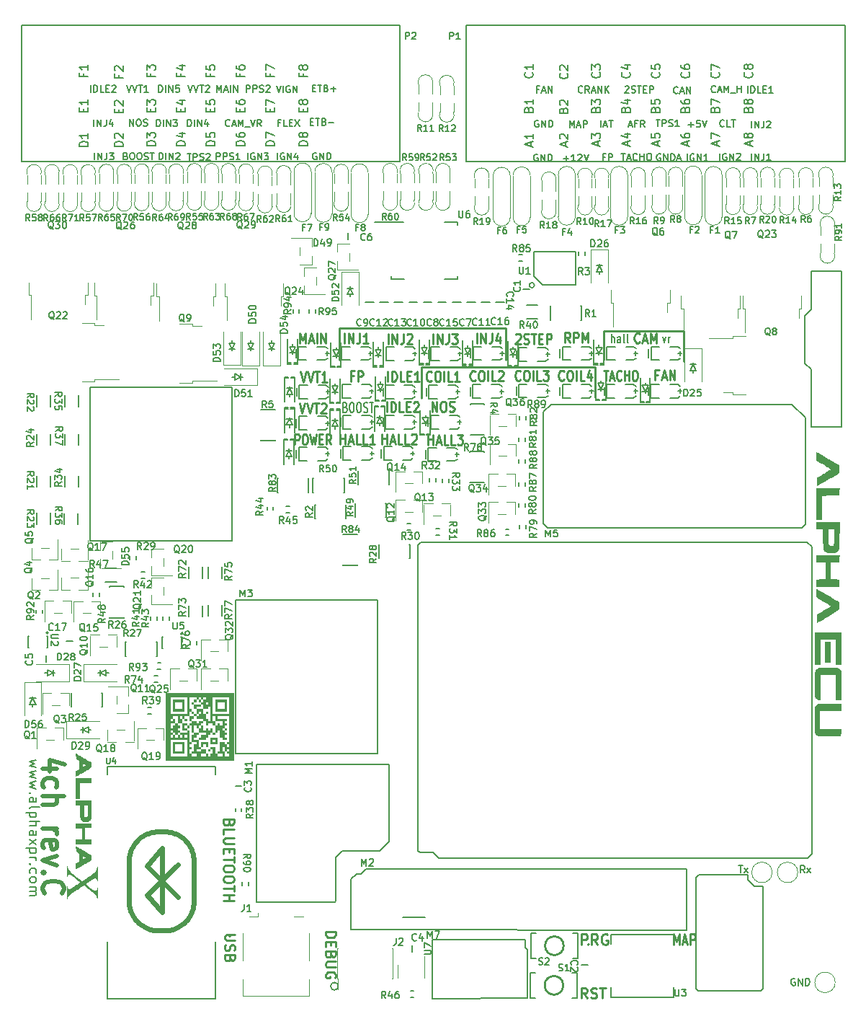
<source format=gto>
G04 #@! TF.GenerationSoftware,KiCad,Pcbnew,(6.0.1)*
G04 #@! TF.CreationDate,2022-06-13T15:53:15+03:00*
G04 #@! TF.ProjectId,alphax_4ch,616c7068-6178-45f3-9463-682e6b696361,a*
G04 #@! TF.SameCoordinates,PX141f5e0PYa2cace0*
G04 #@! TF.FileFunction,Legend,Top*
G04 #@! TF.FilePolarity,Positive*
%FSLAX46Y46*%
G04 Gerber Fmt 4.6, Leading zero omitted, Abs format (unit mm)*
G04 Created by KiCad (PCBNEW (6.0.1)) date 2022-06-13 15:53:15*
%MOMM*%
%LPD*%
G01*
G04 APERTURE LIST*
%ADD10C,0.250000*%
%ADD11C,0.170000*%
%ADD12C,0.200000*%
%ADD13C,0.500000*%
%ADD14C,0.225000*%
%ADD15C,0.127000*%
%ADD16C,0.150000*%
%ADD17C,0.120000*%
%ADD18C,0.099060*%
%ADD19C,0.203200*%
%ADD20C,0.254000*%
%ADD21C,0.631031*%
G04 APERTURE END LIST*
D10*
X37200000Y75250000D02*
X37200000Y79000000D01*
X68300000Y78650000D02*
X77700000Y78650000D01*
X77700000Y78650000D02*
X77700000Y75150000D01*
X46850000Y70800000D02*
X46850000Y74450000D01*
X67250000Y74450000D02*
X67250000Y70850000D01*
X37200000Y79000000D02*
X56750000Y79000000D01*
X46850000Y74450000D02*
X67250000Y74450000D01*
X68300000Y75250000D02*
X68300000Y78650000D01*
X56750000Y79000000D02*
X56750000Y75300000D01*
D11*
X30297619Y103107143D02*
X30030952Y103107143D01*
X30030952Y102688096D02*
X30030952Y103488096D01*
X30411904Y103488096D01*
X31097619Y102688096D02*
X30716666Y102688096D01*
X30716666Y103488096D01*
X31364285Y103107143D02*
X31630952Y103107143D01*
X31745238Y102688096D02*
X31364285Y102688096D01*
X31364285Y103488096D01*
X31745238Y103488096D01*
X32011904Y103488096D02*
X32545238Y102688096D01*
X32545238Y103488096D02*
X32011904Y102688096D01*
X85665308Y102538981D02*
X85665308Y103338981D01*
X86046260Y102538981D02*
X86046260Y103338981D01*
X86503403Y102538981D01*
X86503403Y103338981D01*
X87112927Y103338981D02*
X87112927Y102767552D01*
X87074831Y102653266D01*
X86998641Y102577076D01*
X86884355Y102538981D01*
X86808165Y102538981D01*
X87455784Y103262790D02*
X87493879Y103300885D01*
X87570070Y103338981D01*
X87760546Y103338981D01*
X87836736Y103300885D01*
X87874831Y103262790D01*
X87912927Y103186600D01*
X87912927Y103110409D01*
X87874831Y102996124D01*
X87417689Y102538981D01*
X87912927Y102538981D01*
X76993964Y106624177D02*
X76955869Y106586082D01*
X76841583Y106547987D01*
X76765392Y106547987D01*
X76651107Y106586082D01*
X76574916Y106662272D01*
X76536821Y106738463D01*
X76498726Y106890844D01*
X76498726Y107005130D01*
X76536821Y107157511D01*
X76574916Y107233701D01*
X76651107Y107309891D01*
X76765392Y107347987D01*
X76841583Y107347987D01*
X76955869Y107309891D01*
X76993964Y107271796D01*
X77298726Y106776558D02*
X77679678Y106776558D01*
X77222535Y106547987D02*
X77489202Y107347987D01*
X77755869Y106547987D01*
X78022535Y106547987D02*
X78022535Y107347987D01*
X78479678Y106547987D01*
X78479678Y107347987D01*
X60526726Y99395891D02*
X60450535Y99433987D01*
X60336250Y99433987D01*
X60221964Y99395891D01*
X60145773Y99319701D01*
X60107678Y99243511D01*
X60069583Y99091130D01*
X60069583Y98976844D01*
X60107678Y98824463D01*
X60145773Y98748272D01*
X60221964Y98672082D01*
X60336250Y98633987D01*
X60412440Y98633987D01*
X60526726Y98672082D01*
X60564821Y98710177D01*
X60564821Y98976844D01*
X60412440Y98976844D01*
X60907678Y98633987D02*
X60907678Y99433987D01*
X61364821Y98633987D01*
X61364821Y99433987D01*
X61745773Y98633987D02*
X61745773Y99433987D01*
X61936250Y99433987D01*
X62050535Y99395891D01*
X62126726Y99319701D01*
X62164821Y99243511D01*
X62202916Y99091130D01*
X62202916Y98976844D01*
X62164821Y98824463D01*
X62126726Y98748272D01*
X62050535Y98672082D01*
X61936250Y98633987D01*
X61745773Y98633987D01*
D12*
X75211904Y77964286D02*
X75402380Y77297620D01*
X75592857Y77964286D01*
X75897619Y77297620D02*
X75897619Y77964286D01*
X75897619Y77773810D02*
X75935714Y77869048D01*
X75973809Y77916667D01*
X76050000Y77964286D01*
X76126190Y77964286D01*
D11*
X19400000Y102688096D02*
X19400000Y103488096D01*
X19590476Y103488096D01*
X19704761Y103450000D01*
X19780952Y103373810D01*
X19819047Y103297620D01*
X19857142Y103145239D01*
X19857142Y103030953D01*
X19819047Y102878572D01*
X19780952Y102802381D01*
X19704761Y102726191D01*
X19590476Y102688096D01*
X19400000Y102688096D01*
X20200000Y102688096D02*
X20200000Y103488096D01*
X20580952Y102688096D02*
X20580952Y103488096D01*
X21038095Y102688096D01*
X21038095Y103488096D01*
X21761904Y103221429D02*
X21761904Y102688096D01*
X21571428Y103526191D02*
X21380952Y102954762D01*
X21876190Y102954762D01*
X26278571Y106738096D02*
X26278571Y107538096D01*
X26583333Y107538096D01*
X26659523Y107500000D01*
X26697619Y107461905D01*
X26735714Y107385715D01*
X26735714Y107271429D01*
X26697619Y107195239D01*
X26659523Y107157143D01*
X26583333Y107119048D01*
X26278571Y107119048D01*
X27078571Y106738096D02*
X27078571Y107538096D01*
X27383333Y107538096D01*
X27459523Y107500000D01*
X27497619Y107461905D01*
X27535714Y107385715D01*
X27535714Y107271429D01*
X27497619Y107195239D01*
X27459523Y107157143D01*
X27383333Y107119048D01*
X27078571Y107119048D01*
X27840476Y106776191D02*
X27954761Y106738096D01*
X28145238Y106738096D01*
X28221428Y106776191D01*
X28259523Y106814286D01*
X28297619Y106890477D01*
X28297619Y106966667D01*
X28259523Y107042858D01*
X28221428Y107080953D01*
X28145238Y107119048D01*
X27992857Y107157143D01*
X27916666Y107195239D01*
X27878571Y107233334D01*
X27840476Y107309524D01*
X27840476Y107385715D01*
X27878571Y107461905D01*
X27916666Y107500000D01*
X27992857Y107538096D01*
X28183333Y107538096D01*
X28297619Y107500000D01*
X28602380Y107461905D02*
X28640476Y107500000D01*
X28716666Y107538096D01*
X28907142Y107538096D01*
X28983333Y107500000D01*
X29021428Y107461905D01*
X29059523Y107385715D01*
X29059523Y107309524D01*
X29021428Y107195239D01*
X28564285Y106738096D01*
X29059523Y106738096D01*
D10*
X32630952Y73907143D02*
X32964285Y72707143D01*
X33297619Y73907143D01*
X33488095Y73907143D02*
X33821428Y72707143D01*
X34154761Y73907143D01*
X34345238Y73907143D02*
X34916666Y73907143D01*
X34630952Y72707143D02*
X34630952Y73907143D01*
X35773809Y72707143D02*
X35202380Y72707143D01*
X35488095Y72707143D02*
X35488095Y73907143D01*
X35392857Y73735715D01*
X35297619Y73621429D01*
X35202380Y73564286D01*
X57954761Y78242858D02*
X58002380Y78300000D01*
X58097619Y78357143D01*
X58335714Y78357143D01*
X58430952Y78300000D01*
X58478571Y78242858D01*
X58526190Y78128572D01*
X58526190Y78014286D01*
X58478571Y77842858D01*
X57907142Y77157143D01*
X58526190Y77157143D01*
X58907142Y77214286D02*
X59050000Y77157143D01*
X59288095Y77157143D01*
X59383333Y77214286D01*
X59430952Y77271429D01*
X59478571Y77385715D01*
X59478571Y77500000D01*
X59430952Y77614286D01*
X59383333Y77671429D01*
X59288095Y77728572D01*
X59097619Y77785715D01*
X59002380Y77842858D01*
X58954761Y77900000D01*
X58907142Y78014286D01*
X58907142Y78128572D01*
X58954761Y78242858D01*
X59002380Y78300000D01*
X59097619Y78357143D01*
X59335714Y78357143D01*
X59478571Y78300000D01*
X59764285Y78357143D02*
X60335714Y78357143D01*
X60050000Y77157143D02*
X60050000Y78357143D01*
X60669047Y77785715D02*
X61002380Y77785715D01*
X61145238Y77157143D02*
X60669047Y77157143D01*
X60669047Y78357143D01*
X61145238Y78357143D01*
X61573809Y77157143D02*
X61573809Y78357143D01*
X61954761Y78357143D01*
X62050000Y78300000D01*
X62097619Y78242858D01*
X62145238Y78128572D01*
X62145238Y77957143D01*
X62097619Y77842858D01*
X62050000Y77785715D01*
X61954761Y77728572D01*
X61573809Y77728572D01*
D11*
X12133333Y99207143D02*
X12247619Y99169048D01*
X12285714Y99130953D01*
X12323809Y99054762D01*
X12323809Y98940477D01*
X12285714Y98864286D01*
X12247619Y98826191D01*
X12171428Y98788096D01*
X11866666Y98788096D01*
X11866666Y99588096D01*
X12133333Y99588096D01*
X12209523Y99550000D01*
X12247619Y99511905D01*
X12285714Y99435715D01*
X12285714Y99359524D01*
X12247619Y99283334D01*
X12209523Y99245239D01*
X12133333Y99207143D01*
X11866666Y99207143D01*
X12819047Y99588096D02*
X12971428Y99588096D01*
X13047619Y99550000D01*
X13123809Y99473810D01*
X13161904Y99321429D01*
X13161904Y99054762D01*
X13123809Y98902381D01*
X13047619Y98826191D01*
X12971428Y98788096D01*
X12819047Y98788096D01*
X12742857Y98826191D01*
X12666666Y98902381D01*
X12628571Y99054762D01*
X12628571Y99321429D01*
X12666666Y99473810D01*
X12742857Y99550000D01*
X12819047Y99588096D01*
X13657142Y99588096D02*
X13809523Y99588096D01*
X13885714Y99550000D01*
X13961904Y99473810D01*
X14000000Y99321429D01*
X14000000Y99054762D01*
X13961904Y98902381D01*
X13885714Y98826191D01*
X13809523Y98788096D01*
X13657142Y98788096D01*
X13580952Y98826191D01*
X13504761Y98902381D01*
X13466666Y99054762D01*
X13466666Y99321429D01*
X13504761Y99473810D01*
X13580952Y99550000D01*
X13657142Y99588096D01*
X14304761Y98826191D02*
X14419047Y98788096D01*
X14609523Y98788096D01*
X14685714Y98826191D01*
X14723809Y98864286D01*
X14761904Y98940477D01*
X14761904Y99016667D01*
X14723809Y99092858D01*
X14685714Y99130953D01*
X14609523Y99169048D01*
X14457142Y99207143D01*
X14380952Y99245239D01*
X14342857Y99283334D01*
X14304761Y99359524D01*
X14304761Y99435715D01*
X14342857Y99511905D01*
X14380952Y99550000D01*
X14457142Y99588096D01*
X14647619Y99588096D01*
X14761904Y99550000D01*
X14990476Y99588096D02*
X15447619Y99588096D01*
X15219047Y98788096D02*
X15219047Y99588096D01*
D10*
X42816666Y69157143D02*
X42816666Y70357143D01*
X43292857Y69157143D02*
X43292857Y70357143D01*
X43530952Y70357143D01*
X43673809Y70300000D01*
X43769047Y70185715D01*
X43816666Y70071429D01*
X43864285Y69842858D01*
X43864285Y69671429D01*
X43816666Y69442858D01*
X43769047Y69328572D01*
X43673809Y69214286D01*
X43530952Y69157143D01*
X43292857Y69157143D01*
X44769047Y69157143D02*
X44292857Y69157143D01*
X44292857Y70357143D01*
X45102380Y69785715D02*
X45435714Y69785715D01*
X45578571Y69157143D02*
X45102380Y69157143D01*
X45102380Y70357143D01*
X45578571Y70357143D01*
X45959523Y70242858D02*
X46007142Y70300000D01*
X46102380Y70357143D01*
X46340476Y70357143D01*
X46435714Y70300000D01*
X46483333Y70242858D01*
X46530952Y70128572D01*
X46530952Y70014286D01*
X46483333Y69842858D01*
X45911904Y69157143D01*
X46530952Y69157143D01*
D12*
X69197619Y77297620D02*
X69197619Y78297620D01*
X69540476Y77297620D02*
X69540476Y77821429D01*
X69502380Y77916667D01*
X69426190Y77964286D01*
X69311904Y77964286D01*
X69235714Y77916667D01*
X69197619Y77869048D01*
X70264285Y77297620D02*
X70264285Y77821429D01*
X70226190Y77916667D01*
X70150000Y77964286D01*
X69997619Y77964286D01*
X69921428Y77916667D01*
X70264285Y77345239D02*
X70188095Y77297620D01*
X69997619Y77297620D01*
X69921428Y77345239D01*
X69883333Y77440477D01*
X69883333Y77535715D01*
X69921428Y77630953D01*
X69997619Y77678572D01*
X70188095Y77678572D01*
X70264285Y77726191D01*
X70759523Y77297620D02*
X70683333Y77345239D01*
X70645238Y77440477D01*
X70645238Y78297620D01*
X71178571Y77297620D02*
X71102380Y77345239D01*
X71064285Y77440477D01*
X71064285Y78297620D01*
D10*
X37350000Y65407143D02*
X37350000Y66607143D01*
X37350000Y66035715D02*
X37921428Y66035715D01*
X37921428Y65407143D02*
X37921428Y66607143D01*
X38350000Y65750000D02*
X38826190Y65750000D01*
X38254761Y65407143D02*
X38588095Y66607143D01*
X38921428Y65407143D01*
X39730952Y65407143D02*
X39254761Y65407143D01*
X39254761Y66607143D01*
X40540476Y65407143D02*
X40064285Y65407143D01*
X40064285Y66607143D01*
X41397619Y65407143D02*
X40826190Y65407143D01*
X41111904Y65407143D02*
X41111904Y66607143D01*
X41016666Y66435715D01*
X40921428Y66321429D01*
X40826190Y66264286D01*
X48269047Y77157143D02*
X48269047Y78357143D01*
X48745238Y77157143D02*
X48745238Y78357143D01*
X49316666Y77157143D01*
X49316666Y78357143D01*
X50078571Y78357143D02*
X50078571Y77500000D01*
X50030952Y77328572D01*
X49935714Y77214286D01*
X49792857Y77157143D01*
X49697619Y77157143D01*
X50459523Y78357143D02*
X51078571Y78357143D01*
X50745238Y77900000D01*
X50888095Y77900000D01*
X50983333Y77842858D01*
X51030952Y77785715D01*
X51078571Y77671429D01*
X51078571Y77385715D01*
X51030952Y77271429D01*
X50983333Y77214286D01*
X50888095Y77157143D01*
X50602380Y77157143D01*
X50507142Y77214286D01*
X50459523Y77271429D01*
X64338095Y77307143D02*
X64004761Y77878572D01*
X63766666Y77307143D02*
X63766666Y78507143D01*
X64147619Y78507143D01*
X64242857Y78450000D01*
X64290476Y78392858D01*
X64338095Y78278572D01*
X64338095Y78107143D01*
X64290476Y77992858D01*
X64242857Y77935715D01*
X64147619Y77878572D01*
X63766666Y77878572D01*
X64766666Y77307143D02*
X64766666Y78507143D01*
X65147619Y78507143D01*
X65242857Y78450000D01*
X65290476Y78392858D01*
X65338095Y78278572D01*
X65338095Y78107143D01*
X65290476Y77992858D01*
X65242857Y77935715D01*
X65147619Y77878572D01*
X64766666Y77878572D01*
X65766666Y77307143D02*
X65766666Y78507143D01*
X66100000Y77650000D01*
X66433333Y78507143D01*
X66433333Y77307143D01*
D11*
X70802031Y107354273D02*
X70840126Y107392368D01*
X70916317Y107430464D01*
X71106793Y107430464D01*
X71182983Y107392368D01*
X71221079Y107354273D01*
X71259174Y107278083D01*
X71259174Y107201892D01*
X71221079Y107087607D01*
X70763936Y106630464D01*
X71259174Y106630464D01*
X71563936Y106668559D02*
X71678222Y106630464D01*
X71868698Y106630464D01*
X71944888Y106668559D01*
X71982983Y106706654D01*
X72021079Y106782845D01*
X72021079Y106859035D01*
X71982983Y106935226D01*
X71944888Y106973321D01*
X71868698Y107011416D01*
X71716317Y107049511D01*
X71640126Y107087607D01*
X71602031Y107125702D01*
X71563936Y107201892D01*
X71563936Y107278083D01*
X71602031Y107354273D01*
X71640126Y107392368D01*
X71716317Y107430464D01*
X71906793Y107430464D01*
X72021079Y107392368D01*
X72249650Y107430464D02*
X72706793Y107430464D01*
X72478222Y106630464D02*
X72478222Y107430464D01*
X72973460Y107049511D02*
X73240126Y107049511D01*
X73354412Y106630464D02*
X72973460Y106630464D01*
X72973460Y107430464D01*
X73354412Y107430464D01*
X73697269Y106630464D02*
X73697269Y107430464D01*
X74002031Y107430464D01*
X74078222Y107392368D01*
X74116317Y107354273D01*
X74154412Y107278083D01*
X74154412Y107163797D01*
X74116317Y107087607D01*
X74078222Y107049511D01*
X74002031Y107011416D01*
X73697269Y107011416D01*
D10*
X37819047Y77207143D02*
X37819047Y78407143D01*
X38295238Y77207143D02*
X38295238Y78407143D01*
X38866666Y77207143D01*
X38866666Y78407143D01*
X39628571Y78407143D02*
X39628571Y77550000D01*
X39580952Y77378572D01*
X39485714Y77264286D01*
X39342857Y77207143D01*
X39247619Y77207143D01*
X40628571Y77207143D02*
X40057142Y77207143D01*
X40342857Y77207143D02*
X40342857Y78407143D01*
X40247619Y78235715D01*
X40152380Y78121429D01*
X40057142Y78064286D01*
D11*
X65796227Y106706654D02*
X65758132Y106668559D01*
X65643846Y106630464D01*
X65567655Y106630464D01*
X65453370Y106668559D01*
X65377179Y106744749D01*
X65339084Y106820940D01*
X65300989Y106973321D01*
X65300989Y107087607D01*
X65339084Y107239988D01*
X65377179Y107316178D01*
X65453370Y107392368D01*
X65567655Y107430464D01*
X65643846Y107430464D01*
X65758132Y107392368D01*
X65796227Y107354273D01*
X66596227Y106630464D02*
X66329560Y107011416D01*
X66139084Y106630464D02*
X66139084Y107430464D01*
X66443846Y107430464D01*
X66520036Y107392368D01*
X66558132Y107354273D01*
X66596227Y107278083D01*
X66596227Y107163797D01*
X66558132Y107087607D01*
X66520036Y107049511D01*
X66443846Y107011416D01*
X66139084Y107011416D01*
X66900989Y106859035D02*
X67281941Y106859035D01*
X66824798Y106630464D02*
X67091465Y107430464D01*
X67358132Y106630464D01*
X67624798Y106630464D02*
X67624798Y107430464D01*
X68081941Y106630464D01*
X68081941Y107430464D01*
X68462893Y106630464D02*
X68462893Y107430464D01*
X68920036Y106630464D02*
X68577179Y107087607D01*
X68920036Y107430464D02*
X68462893Y106973321D01*
D10*
X32530952Y70207143D02*
X32864285Y69007143D01*
X33197619Y70207143D01*
X33388095Y70207143D02*
X33721428Y69007143D01*
X34054761Y70207143D01*
X34245238Y70207143D02*
X34816666Y70207143D01*
X34530952Y69007143D02*
X34530952Y70207143D01*
X35102380Y70092858D02*
X35150000Y70150000D01*
X35245238Y70207143D01*
X35483333Y70207143D01*
X35578571Y70150000D01*
X35626190Y70092858D01*
X35673809Y69978572D01*
X35673809Y69864286D01*
X35626190Y69692858D01*
X35054761Y69007143D01*
X35673809Y69007143D01*
D11*
X64298735Y102584908D02*
X64298735Y103384908D01*
X64565401Y102813479D01*
X64832068Y103384908D01*
X64832068Y102584908D01*
X65174925Y102813479D02*
X65555878Y102813479D01*
X65098735Y102584908D02*
X65365401Y103384908D01*
X65632068Y102584908D01*
X65898735Y102584908D02*
X65898735Y103384908D01*
X66203497Y103384908D01*
X66279687Y103346812D01*
X66317782Y103308717D01*
X66355878Y103232527D01*
X66355878Y103118241D01*
X66317782Y103042051D01*
X66279687Y103003955D01*
X66203497Y102965860D01*
X65898735Y102965860D01*
D10*
X53204667Y72921429D02*
X53157048Y72864286D01*
X53014191Y72807143D01*
X52918953Y72807143D01*
X52776096Y72864286D01*
X52680858Y72978572D01*
X52633239Y73092858D01*
X52585620Y73321429D01*
X52585620Y73492858D01*
X52633239Y73721429D01*
X52680858Y73835715D01*
X52776096Y73950000D01*
X52918953Y74007143D01*
X53014191Y74007143D01*
X53157048Y73950000D01*
X53204667Y73892858D01*
X53823715Y74007143D02*
X54014191Y74007143D01*
X54109429Y73950000D01*
X54204667Y73835715D01*
X54252286Y73607143D01*
X54252286Y73207143D01*
X54204667Y72978572D01*
X54109429Y72864286D01*
X54014191Y72807143D01*
X53823715Y72807143D01*
X53728477Y72864286D01*
X53633239Y72978572D01*
X53585620Y73207143D01*
X53585620Y73607143D01*
X53633239Y73835715D01*
X53728477Y73950000D01*
X53823715Y74007143D01*
X54680858Y72807143D02*
X54680858Y74007143D01*
X55633239Y72807143D02*
X55157048Y72807143D01*
X55157048Y74007143D01*
X55918953Y73892858D02*
X55966572Y73950000D01*
X56061810Y74007143D01*
X56299905Y74007143D01*
X56395143Y73950000D01*
X56442762Y73892858D01*
X56490381Y73778572D01*
X56490381Y73664286D01*
X56442762Y73492858D01*
X55871334Y72807143D01*
X56490381Y72807143D01*
D11*
X84133809Y15899048D02*
X84602380Y15899048D01*
X84368095Y15079048D02*
X84368095Y15899048D01*
X84797619Y15079048D02*
X85227142Y15625715D01*
X84797619Y15625715D02*
X85227142Y15079048D01*
X63576726Y98938749D02*
X64186250Y98938749D01*
X63881488Y98633987D02*
X63881488Y99243511D01*
X64986250Y98633987D02*
X64529107Y98633987D01*
X64757678Y98633987D02*
X64757678Y99433987D01*
X64681488Y99319701D01*
X64605297Y99243511D01*
X64529107Y99205415D01*
X65291011Y99357796D02*
X65329107Y99395891D01*
X65405297Y99433987D01*
X65595773Y99433987D01*
X65671964Y99395891D01*
X65710059Y99357796D01*
X65748154Y99281606D01*
X65748154Y99205415D01*
X65710059Y99091130D01*
X65252916Y98633987D01*
X65748154Y98633987D01*
X65976726Y99433987D02*
X66243392Y98633987D01*
X66510059Y99433987D01*
X78086250Y98673987D02*
X78086250Y99473987D01*
X78886250Y99435891D02*
X78810059Y99473987D01*
X78695773Y99473987D01*
X78581488Y99435891D01*
X78505297Y99359701D01*
X78467202Y99283511D01*
X78429107Y99131130D01*
X78429107Y99016844D01*
X78467202Y98864463D01*
X78505297Y98788272D01*
X78581488Y98712082D01*
X78695773Y98673987D01*
X78771964Y98673987D01*
X78886250Y98712082D01*
X78924345Y98750177D01*
X78924345Y99016844D01*
X78771964Y99016844D01*
X79267202Y98673987D02*
X79267202Y99473987D01*
X79724345Y98673987D01*
X79724345Y99473987D01*
X80524345Y98673987D02*
X80067202Y98673987D01*
X80295773Y98673987D02*
X80295773Y99473987D01*
X80219583Y99359701D01*
X80143392Y99283511D01*
X80067202Y99245415D01*
X71236567Y102831965D02*
X71617520Y102831965D01*
X71160377Y102603394D02*
X71427043Y103403394D01*
X71693710Y102603394D01*
X72227043Y103022441D02*
X71960377Y103022441D01*
X71960377Y102603394D02*
X71960377Y103403394D01*
X72341329Y103403394D01*
X73103234Y102603394D02*
X72836567Y102984346D01*
X72646091Y102603394D02*
X72646091Y103403394D01*
X72950853Y103403394D01*
X73027043Y103365298D01*
X73065139Y103327203D01*
X73103234Y103251013D01*
X73103234Y103136727D01*
X73065139Y103060537D01*
X73027043Y103022441D01*
X72950853Y102984346D01*
X72646091Y102984346D01*
X7983333Y106738096D02*
X7983333Y107538096D01*
X8364285Y106738096D02*
X8364285Y107538096D01*
X8554761Y107538096D01*
X8669047Y107500000D01*
X8745238Y107423810D01*
X8783333Y107347620D01*
X8821428Y107195239D01*
X8821428Y107080953D01*
X8783333Y106928572D01*
X8745238Y106852381D01*
X8669047Y106776191D01*
X8554761Y106738096D01*
X8364285Y106738096D01*
X9545238Y106738096D02*
X9164285Y106738096D01*
X9164285Y107538096D01*
X9811904Y107157143D02*
X10078571Y107157143D01*
X10192857Y106738096D02*
X9811904Y106738096D01*
X9811904Y107538096D01*
X10192857Y107538096D01*
X10497619Y107461905D02*
X10535714Y107500000D01*
X10611904Y107538096D01*
X10802380Y107538096D01*
X10878571Y107500000D01*
X10916666Y107461905D01*
X10954761Y107385715D01*
X10954761Y107309524D01*
X10916666Y107195239D01*
X10459523Y106738096D01*
X10954761Y106738096D01*
D13*
X4035714Y27241667D02*
X2369047Y27241667D01*
X4988095Y27789286D02*
X3202380Y28336905D01*
X3202380Y26913096D01*
X2488095Y25051191D02*
X2369047Y25270239D01*
X2369047Y25708334D01*
X2488095Y25927381D01*
X2607142Y26036905D01*
X2845238Y26146429D01*
X3559523Y26146429D01*
X3797619Y26036905D01*
X3916666Y25927381D01*
X4035714Y25708334D01*
X4035714Y25270239D01*
X3916666Y25051191D01*
X2369047Y24065477D02*
X4869047Y24065477D01*
X2369047Y23079762D02*
X3678571Y23079762D01*
X3916666Y23189286D01*
X4035714Y23408334D01*
X4035714Y23736905D01*
X3916666Y23955953D01*
X3797619Y24065477D01*
X2369047Y20232143D02*
X4035714Y20232143D01*
X3559523Y20232143D02*
X3797619Y20122620D01*
X3916666Y20013096D01*
X4035714Y19794048D01*
X4035714Y19575000D01*
X2488095Y17932143D02*
X2369047Y18151191D01*
X2369047Y18589286D01*
X2488095Y18808334D01*
X2726190Y18917858D01*
X3678571Y18917858D01*
X3916666Y18808334D01*
X4035714Y18589286D01*
X4035714Y18151191D01*
X3916666Y17932143D01*
X3678571Y17822620D01*
X3440476Y17822620D01*
X3202380Y18917858D01*
X4035714Y17055953D02*
X2369047Y16508334D01*
X4035714Y15960715D01*
X2607142Y15084524D02*
X2488095Y14975000D01*
X2369047Y15084524D01*
X2488095Y15194048D01*
X2607142Y15084524D01*
X2369047Y15084524D01*
X2607142Y12675000D02*
X2488095Y12784524D01*
X2369047Y13113096D01*
X2369047Y13332143D01*
X2488095Y13660715D01*
X2726190Y13879762D01*
X2964285Y13989286D01*
X3440476Y14098810D01*
X3797619Y14098810D01*
X4273809Y13989286D01*
X4511904Y13879762D01*
X4749999Y13660715D01*
X4869047Y13332143D01*
X4869047Y13113096D01*
X4749999Y12784524D01*
X4630952Y12675000D01*
D10*
X38892857Y73409241D02*
X38559523Y73409241D01*
X38559523Y72780669D02*
X38559523Y73980669D01*
X39035714Y73980669D01*
X39416666Y72780669D02*
X39416666Y73980669D01*
X39797619Y73980669D01*
X39892857Y73923526D01*
X39940476Y73866384D01*
X39988095Y73752098D01*
X39988095Y73580669D01*
X39940476Y73466384D01*
X39892857Y73409241D01*
X39797619Y73352098D01*
X39416666Y73352098D01*
D11*
X60665767Y107070982D02*
X60399101Y107070982D01*
X60399101Y106651935D02*
X60399101Y107451935D01*
X60780053Y107451935D01*
X61046720Y106880506D02*
X61427672Y106880506D01*
X60970529Y106651935D02*
X61237196Y107451935D01*
X61503863Y106651935D01*
X61770529Y106651935D02*
X61770529Y107451935D01*
X62227672Y106651935D01*
X62227672Y107451935D01*
X8445238Y98788096D02*
X8445238Y99588096D01*
X8826190Y98788096D02*
X8826190Y99588096D01*
X9283333Y98788096D01*
X9283333Y99588096D01*
X9892857Y99588096D02*
X9892857Y99016667D01*
X9854761Y98902381D01*
X9778571Y98826191D01*
X9664285Y98788096D01*
X9588095Y98788096D01*
X10197619Y99588096D02*
X10692857Y99588096D01*
X10426190Y99283334D01*
X10540476Y99283334D01*
X10616666Y99245239D01*
X10654761Y99207143D01*
X10692857Y99130953D01*
X10692857Y98940477D01*
X10654761Y98864286D01*
X10616666Y98826191D01*
X10540476Y98788096D01*
X10311904Y98788096D01*
X10235714Y98826191D01*
X10197619Y98864286D01*
X60625366Y103377473D02*
X60549175Y103415569D01*
X60434890Y103415569D01*
X60320604Y103377473D01*
X60244413Y103301283D01*
X60206318Y103225093D01*
X60168223Y103072712D01*
X60168223Y102958426D01*
X60206318Y102806045D01*
X60244413Y102729854D01*
X60320604Y102653664D01*
X60434890Y102615569D01*
X60511080Y102615569D01*
X60625366Y102653664D01*
X60663461Y102691759D01*
X60663461Y102958426D01*
X60511080Y102958426D01*
X61006318Y102615569D02*
X61006318Y103415569D01*
X61463461Y102615569D01*
X61463461Y103415569D01*
X61844413Y102615569D02*
X61844413Y103415569D01*
X62034890Y103415569D01*
X62149175Y103377473D01*
X62225366Y103301283D01*
X62263461Y103225093D01*
X62301556Y103072712D01*
X62301556Y102958426D01*
X62263461Y102806045D01*
X62225366Y102729854D01*
X62149175Y102653664D01*
X62034890Y102615569D01*
X61844413Y102615569D01*
D10*
X72509523Y77371429D02*
X72461904Y77314286D01*
X72319047Y77257143D01*
X72223809Y77257143D01*
X72080952Y77314286D01*
X71985714Y77428572D01*
X71938095Y77542858D01*
X71890476Y77771429D01*
X71890476Y77942858D01*
X71938095Y78171429D01*
X71985714Y78285715D01*
X72080952Y78400000D01*
X72223809Y78457143D01*
X72319047Y78457143D01*
X72461904Y78400000D01*
X72509523Y78342858D01*
X72890476Y77600000D02*
X73366666Y77600000D01*
X72795238Y77257143D02*
X73128571Y78457143D01*
X73461904Y77257143D01*
X73795238Y77257143D02*
X73795238Y78457143D01*
X74128571Y77600000D01*
X74461904Y78457143D01*
X74461904Y77257143D01*
D11*
X81423809Y106764286D02*
X81385714Y106726191D01*
X81271428Y106688096D01*
X81195238Y106688096D01*
X81080952Y106726191D01*
X81004761Y106802381D01*
X80966666Y106878572D01*
X80928571Y107030953D01*
X80928571Y107145239D01*
X80966666Y107297620D01*
X81004761Y107373810D01*
X81080952Y107450000D01*
X81195238Y107488096D01*
X81271428Y107488096D01*
X81385714Y107450000D01*
X81423809Y107411905D01*
X81728571Y106916667D02*
X82109523Y106916667D01*
X81652380Y106688096D02*
X81919047Y107488096D01*
X82185714Y106688096D01*
X82452380Y106688096D02*
X82452380Y107488096D01*
X82719047Y106916667D01*
X82985714Y107488096D01*
X82985714Y106688096D01*
X83176190Y106611905D02*
X83785714Y106611905D01*
X83976190Y106688096D02*
X83976190Y107488096D01*
X83976190Y107107143D02*
X84433333Y107107143D01*
X84433333Y106688096D02*
X84433333Y107488096D01*
X16050000Y98788096D02*
X16050000Y99588096D01*
X16240476Y99588096D01*
X16354761Y99550000D01*
X16430952Y99473810D01*
X16469047Y99397620D01*
X16507142Y99245239D01*
X16507142Y99130953D01*
X16469047Y98978572D01*
X16430952Y98902381D01*
X16354761Y98826191D01*
X16240476Y98788096D01*
X16050000Y98788096D01*
X16850000Y98788096D02*
X16850000Y99588096D01*
X17230952Y98788096D02*
X17230952Y99588096D01*
X17688095Y98788096D01*
X17688095Y99588096D01*
X18030952Y99511905D02*
X18069047Y99550000D01*
X18145238Y99588096D01*
X18335714Y99588096D01*
X18411904Y99550000D01*
X18450000Y99511905D01*
X18488095Y99435715D01*
X18488095Y99359524D01*
X18450000Y99245239D01*
X17992857Y98788096D01*
X18488095Y98788096D01*
D10*
X42250000Y65407143D02*
X42250000Y66607143D01*
X42250000Y66035715D02*
X42821428Y66035715D01*
X42821428Y65407143D02*
X42821428Y66607143D01*
X43250000Y65750000D02*
X43726190Y65750000D01*
X43154761Y65407143D02*
X43488095Y66607143D01*
X43821428Y65407143D01*
X44630952Y65407143D02*
X44154761Y65407143D01*
X44154761Y66607143D01*
X45440476Y65407143D02*
X44964285Y65407143D01*
X44964285Y66607143D01*
X45726190Y66492858D02*
X45773809Y66550000D01*
X45869047Y66607143D01*
X46107142Y66607143D01*
X46202380Y66550000D01*
X46250000Y66492858D01*
X46297619Y66378572D01*
X46297619Y66264286D01*
X46250000Y66092858D01*
X45678571Y65407143D01*
X46297619Y65407143D01*
D11*
X12254761Y107538096D02*
X12521428Y106738096D01*
X12788095Y107538096D01*
X12940476Y107538096D02*
X13207142Y106738096D01*
X13473809Y107538096D01*
X13626190Y107538096D02*
X14083333Y107538096D01*
X13854761Y106738096D02*
X13854761Y107538096D01*
X14769047Y106738096D02*
X14311904Y106738096D01*
X14540476Y106738096D02*
X14540476Y107538096D01*
X14464285Y107423810D01*
X14388095Y107347620D01*
X14311904Y107309524D01*
X34540476Y99550000D02*
X34464285Y99588096D01*
X34350000Y99588096D01*
X34235714Y99550000D01*
X34159523Y99473810D01*
X34121428Y99397620D01*
X34083333Y99245239D01*
X34083333Y99130953D01*
X34121428Y98978572D01*
X34159523Y98902381D01*
X34235714Y98826191D01*
X34350000Y98788096D01*
X34426190Y98788096D01*
X34540476Y98826191D01*
X34578571Y98864286D01*
X34578571Y99130953D01*
X34426190Y99130953D01*
X34921428Y98788096D02*
X34921428Y99588096D01*
X35378571Y98788096D01*
X35378571Y99588096D01*
X35759523Y98788096D02*
X35759523Y99588096D01*
X35950000Y99588096D01*
X36064285Y99550000D01*
X36140476Y99473810D01*
X36178571Y99397620D01*
X36216666Y99245239D01*
X36216666Y99130953D01*
X36178571Y98978572D01*
X36140476Y98902381D01*
X36064285Y98826191D01*
X35950000Y98788096D01*
X35759523Y98788096D01*
X19454761Y107538096D02*
X19721428Y106738096D01*
X19988095Y107538096D01*
X20140476Y107538096D02*
X20407142Y106738096D01*
X20673809Y107538096D01*
X20826190Y107538096D02*
X21283333Y107538096D01*
X21054761Y106738096D02*
X21054761Y107538096D01*
X21511904Y107461905D02*
X21550000Y107500000D01*
X21626190Y107538096D01*
X21816666Y107538096D01*
X21892857Y107500000D01*
X21930952Y107461905D01*
X21969047Y107385715D01*
X21969047Y107309524D01*
X21930952Y107195239D01*
X21473809Y106738096D01*
X21969047Y106738096D01*
D10*
X47650000Y65307143D02*
X47650000Y66507143D01*
X47650000Y65935715D02*
X48221428Y65935715D01*
X48221428Y65307143D02*
X48221428Y66507143D01*
X48650000Y65650000D02*
X49126190Y65650000D01*
X48554761Y65307143D02*
X48888095Y66507143D01*
X49221428Y65307143D01*
X50030952Y65307143D02*
X49554761Y65307143D01*
X49554761Y66507143D01*
X50840476Y65307143D02*
X50364285Y65307143D01*
X50364285Y66507143D01*
X51078571Y66507143D02*
X51697619Y66507143D01*
X51364285Y66050000D01*
X51507142Y66050000D01*
X51602380Y65992858D01*
X51650000Y65935715D01*
X51697619Y65821429D01*
X51697619Y65535715D01*
X51650000Y65421429D01*
X51602380Y65364286D01*
X51507142Y65307143D01*
X51221428Y65307143D01*
X51126190Y65364286D01*
X51078571Y65421429D01*
D11*
X90775238Y2610000D02*
X90697142Y2649048D01*
X90580000Y2649048D01*
X90462857Y2610000D01*
X90384761Y2531905D01*
X90345714Y2453810D01*
X90306666Y2297620D01*
X90306666Y2180477D01*
X90345714Y2024286D01*
X90384761Y1946191D01*
X90462857Y1868096D01*
X90580000Y1829048D01*
X90658095Y1829048D01*
X90775238Y1868096D01*
X90814285Y1907143D01*
X90814285Y2180477D01*
X90658095Y2180477D01*
X91165714Y1829048D02*
X91165714Y2649048D01*
X91634285Y1829048D01*
X91634285Y2649048D01*
X92024761Y1829048D02*
X92024761Y2649048D01*
X92220000Y2649048D01*
X92337142Y2610000D01*
X92415238Y2531905D01*
X92454285Y2453810D01*
X92493333Y2297620D01*
X92493333Y2180477D01*
X92454285Y2024286D01*
X92415238Y1946191D01*
X92337142Y1868096D01*
X92220000Y1829048D01*
X92024761Y1829048D01*
X85686779Y98738096D02*
X85686779Y99538096D01*
X86067731Y98738096D02*
X86067731Y99538096D01*
X86524874Y98738096D01*
X86524874Y99538096D01*
X87134398Y99538096D02*
X87134398Y98966667D01*
X87096302Y98852381D01*
X87020112Y98776191D01*
X86905826Y98738096D01*
X86829636Y98738096D01*
X87934398Y98738096D02*
X87477255Y98738096D01*
X87705826Y98738096D02*
X87705826Y99538096D01*
X87629636Y99423810D01*
X87553445Y99347620D01*
X87477255Y99309524D01*
X12571428Y102738096D02*
X12571428Y103538096D01*
X13028571Y102738096D01*
X13028571Y103538096D01*
X13561904Y103538096D02*
X13714285Y103538096D01*
X13790476Y103500000D01*
X13866666Y103423810D01*
X13904761Y103271429D01*
X13904761Y103004762D01*
X13866666Y102852381D01*
X13790476Y102776191D01*
X13714285Y102738096D01*
X13561904Y102738096D01*
X13485714Y102776191D01*
X13409523Y102852381D01*
X13371428Y103004762D01*
X13371428Y103271429D01*
X13409523Y103423810D01*
X13485714Y103500000D01*
X13561904Y103538096D01*
X14209523Y102776191D02*
X14323809Y102738096D01*
X14514285Y102738096D01*
X14590476Y102776191D01*
X14628571Y102814286D01*
X14666666Y102890477D01*
X14666666Y102966667D01*
X14628571Y103042858D01*
X14590476Y103080953D01*
X14514285Y103119048D01*
X14361904Y103157143D01*
X14285714Y103195239D01*
X14247619Y103233334D01*
X14209523Y103309524D01*
X14209523Y103385715D01*
X14247619Y103461905D01*
X14285714Y103500000D01*
X14361904Y103538096D01*
X14552380Y103538096D01*
X14666666Y103500000D01*
X33828571Y103257143D02*
X34095238Y103257143D01*
X34209523Y102838096D02*
X33828571Y102838096D01*
X33828571Y103638096D01*
X34209523Y103638096D01*
X34438095Y103638096D02*
X34895238Y103638096D01*
X34666666Y102838096D02*
X34666666Y103638096D01*
X35428571Y103257143D02*
X35542857Y103219048D01*
X35580952Y103180953D01*
X35619047Y103104762D01*
X35619047Y102990477D01*
X35580952Y102914286D01*
X35542857Y102876191D01*
X35466666Y102838096D01*
X35161904Y102838096D01*
X35161904Y103638096D01*
X35428571Y103638096D01*
X35504761Y103600000D01*
X35542857Y103561905D01*
X35580952Y103485715D01*
X35580952Y103409524D01*
X35542857Y103333334D01*
X35504761Y103295239D01*
X35428571Y103257143D01*
X35161904Y103257143D01*
X35961904Y103142858D02*
X36571428Y103142858D01*
X34078571Y107207143D02*
X34345238Y107207143D01*
X34459523Y106788096D02*
X34078571Y106788096D01*
X34078571Y107588096D01*
X34459523Y107588096D01*
X34688095Y107588096D02*
X35145238Y107588096D01*
X34916666Y106788096D02*
X34916666Y107588096D01*
X35678571Y107207143D02*
X35792857Y107169048D01*
X35830952Y107130953D01*
X35869047Y107054762D01*
X35869047Y106940477D01*
X35830952Y106864286D01*
X35792857Y106826191D01*
X35716666Y106788096D01*
X35411904Y106788096D01*
X35411904Y107588096D01*
X35678571Y107588096D01*
X35754761Y107550000D01*
X35792857Y107511905D01*
X35830952Y107435715D01*
X35830952Y107359524D01*
X35792857Y107283334D01*
X35754761Y107245239D01*
X35678571Y107207143D01*
X35411904Y107207143D01*
X36211904Y107092858D02*
X36821428Y107092858D01*
X36516666Y106788096D02*
X36516666Y107397620D01*
X24350000Y102764286D02*
X24311904Y102726191D01*
X24197619Y102688096D01*
X24121428Y102688096D01*
X24007142Y102726191D01*
X23930952Y102802381D01*
X23892857Y102878572D01*
X23854761Y103030953D01*
X23854761Y103145239D01*
X23892857Y103297620D01*
X23930952Y103373810D01*
X24007142Y103450000D01*
X24121428Y103488096D01*
X24197619Y103488096D01*
X24311904Y103450000D01*
X24350000Y103411905D01*
X24654761Y102916667D02*
X25035714Y102916667D01*
X24578571Y102688096D02*
X24845238Y103488096D01*
X25111904Y102688096D01*
X25378571Y102688096D02*
X25378571Y103488096D01*
X25645238Y102916667D01*
X25911904Y103488096D01*
X25911904Y102688096D01*
X26102380Y102611905D02*
X26711904Y102611905D01*
X26788095Y103488096D02*
X27054761Y102688096D01*
X27321428Y103488096D01*
X28045238Y102688096D02*
X27778571Y103069048D01*
X27588095Y102688096D02*
X27588095Y103488096D01*
X27892857Y103488096D01*
X27969047Y103450000D01*
X28007142Y103411905D01*
X28045238Y103335715D01*
X28045238Y103221429D01*
X28007142Y103145239D01*
X27969047Y103107143D01*
X27892857Y103069048D01*
X27588095Y103069048D01*
X22778571Y98788096D02*
X22778571Y99588096D01*
X23083333Y99588096D01*
X23159523Y99550000D01*
X23197619Y99511905D01*
X23235714Y99435715D01*
X23235714Y99321429D01*
X23197619Y99245239D01*
X23159523Y99207143D01*
X23083333Y99169048D01*
X22778571Y99169048D01*
X23578571Y98788096D02*
X23578571Y99588096D01*
X23883333Y99588096D01*
X23959523Y99550000D01*
X23997619Y99511905D01*
X24035714Y99435715D01*
X24035714Y99321429D01*
X23997619Y99245239D01*
X23959523Y99207143D01*
X23883333Y99169048D01*
X23578571Y99169048D01*
X24340476Y98826191D02*
X24454761Y98788096D01*
X24645238Y98788096D01*
X24721428Y98826191D01*
X24759523Y98864286D01*
X24797619Y98940477D01*
X24797619Y99016667D01*
X24759523Y99092858D01*
X24721428Y99130953D01*
X24645238Y99169048D01*
X24492857Y99207143D01*
X24416666Y99245239D01*
X24378571Y99283334D01*
X24340476Y99359524D01*
X24340476Y99435715D01*
X24378571Y99511905D01*
X24416666Y99550000D01*
X24492857Y99588096D01*
X24683333Y99588096D01*
X24797619Y99550000D01*
X25559523Y98788096D02*
X25102380Y98788096D01*
X25330952Y98788096D02*
X25330952Y99588096D01*
X25254761Y99473810D01*
X25178571Y99397620D01*
X25102380Y99359524D01*
D10*
X53369047Y77207143D02*
X53369047Y78407143D01*
X53845238Y77207143D02*
X53845238Y78407143D01*
X54416666Y77207143D01*
X54416666Y78407143D01*
X55178571Y78407143D02*
X55178571Y77550000D01*
X55130952Y77378572D01*
X55035714Y77264286D01*
X54892857Y77207143D01*
X54797619Y77207143D01*
X56083333Y78007143D02*
X56083333Y77207143D01*
X55845238Y78464286D02*
X55607142Y77607143D01*
X56226190Y77607143D01*
X65685714Y6657143D02*
X65685714Y7857143D01*
X66142857Y7857143D01*
X66257142Y7800000D01*
X66314285Y7742858D01*
X66371428Y7628572D01*
X66371428Y7457143D01*
X66314285Y7342858D01*
X66257142Y7285715D01*
X66142857Y7228572D01*
X65685714Y7228572D01*
X67571428Y6657143D02*
X67171428Y7228572D01*
X66885714Y6657143D02*
X66885714Y7857143D01*
X67342857Y7857143D01*
X67457142Y7800000D01*
X67514285Y7742858D01*
X67571428Y7628572D01*
X67571428Y7457143D01*
X67514285Y7342858D01*
X67457142Y7285715D01*
X67342857Y7228572D01*
X66885714Y7228572D01*
X68714285Y7800000D02*
X68600000Y7857143D01*
X68428571Y7857143D01*
X68257142Y7800000D01*
X68142857Y7685715D01*
X68085714Y7571429D01*
X68028571Y7342858D01*
X68028571Y7171429D01*
X68085714Y6942858D01*
X68142857Y6828572D01*
X68257142Y6714286D01*
X68428571Y6657143D01*
X68542857Y6657143D01*
X68714285Y6714286D01*
X68771428Y6771429D01*
X68771428Y7171429D01*
X68542857Y7171429D01*
D11*
X19359523Y99538096D02*
X19816666Y99538096D01*
X19588095Y98738096D02*
X19588095Y99538096D01*
X20083333Y98738096D02*
X20083333Y99538096D01*
X20388095Y99538096D01*
X20464285Y99500000D01*
X20502380Y99461905D01*
X20540476Y99385715D01*
X20540476Y99271429D01*
X20502380Y99195239D01*
X20464285Y99157143D01*
X20388095Y99119048D01*
X20083333Y99119048D01*
X20845238Y98776191D02*
X20959523Y98738096D01*
X21150000Y98738096D01*
X21226190Y98776191D01*
X21264285Y98814286D01*
X21302380Y98890477D01*
X21302380Y98966667D01*
X21264285Y99042858D01*
X21226190Y99080953D01*
X21150000Y99119048D01*
X20997619Y99157143D01*
X20921428Y99195239D01*
X20883333Y99233334D01*
X20845238Y99309524D01*
X20845238Y99385715D01*
X20883333Y99461905D01*
X20921428Y99500000D01*
X20997619Y99538096D01*
X21188095Y99538096D01*
X21302380Y99500000D01*
X21607142Y99461905D02*
X21645238Y99500000D01*
X21721428Y99538096D01*
X21911904Y99538096D01*
X21988095Y99500000D01*
X22026190Y99461905D01*
X22064285Y99385715D01*
X22064285Y99309524D01*
X22026190Y99195239D01*
X21569047Y98738096D01*
X22064285Y98738096D01*
X78248176Y102908156D02*
X78857700Y102908156D01*
X78552938Y102603394D02*
X78552938Y103212918D01*
X79619605Y103403394D02*
X79238652Y103403394D01*
X79200557Y103022441D01*
X79238652Y103060537D01*
X79314843Y103098632D01*
X79505319Y103098632D01*
X79581509Y103060537D01*
X79619605Y103022441D01*
X79657700Y102946251D01*
X79657700Y102755775D01*
X79619605Y102679584D01*
X79581509Y102641489D01*
X79505319Y102603394D01*
X79314843Y102603394D01*
X79238652Y102641489D01*
X79200557Y102679584D01*
X79886271Y103403394D02*
X80152938Y102603394D01*
X80419605Y103403394D01*
X67954266Y102612820D02*
X67954266Y103412820D01*
X68297124Y102841391D02*
X68678076Y102841391D01*
X68220933Y102612820D02*
X68487600Y103412820D01*
X68754266Y102612820D01*
X68906647Y103412820D02*
X69363790Y103412820D01*
X69135219Y102612820D02*
X69135219Y103412820D01*
X85217520Y106639911D02*
X85217520Y107439911D01*
X85598472Y106639911D02*
X85598472Y107439911D01*
X85788948Y107439911D01*
X85903234Y107401815D01*
X85979425Y107325625D01*
X86017520Y107249435D01*
X86055615Y107097054D01*
X86055615Y106982768D01*
X86017520Y106830387D01*
X85979425Y106754196D01*
X85903234Y106678006D01*
X85788948Y106639911D01*
X85598472Y106639911D01*
X86779425Y106639911D02*
X86398472Y106639911D01*
X86398472Y107439911D01*
X87046091Y107058958D02*
X87312758Y107058958D01*
X87427044Y106639911D02*
X87046091Y106639911D01*
X87046091Y107439911D01*
X87427044Y107439911D01*
X88188948Y106639911D02*
X87731806Y106639911D01*
X87960377Y106639911D02*
X87960377Y107439911D01*
X87884187Y107325625D01*
X87807996Y107249435D01*
X87731806Y107211339D01*
X29950000Y98788096D02*
X29950000Y99588096D01*
X30750000Y99550000D02*
X30673809Y99588096D01*
X30559523Y99588096D01*
X30445238Y99550000D01*
X30369047Y99473810D01*
X30330952Y99397620D01*
X30292857Y99245239D01*
X30292857Y99130953D01*
X30330952Y98978572D01*
X30369047Y98902381D01*
X30445238Y98826191D01*
X30559523Y98788096D01*
X30635714Y98788096D01*
X30750000Y98826191D01*
X30788095Y98864286D01*
X30788095Y99130953D01*
X30635714Y99130953D01*
X31130952Y98788096D02*
X31130952Y99588096D01*
X31588095Y98788096D01*
X31588095Y99588096D01*
X32311904Y99321429D02*
X32311904Y98788096D01*
X32121428Y99626191D02*
X31930952Y99054762D01*
X32426190Y99054762D01*
D10*
X24957142Y7814286D02*
X23985714Y7814286D01*
X23871428Y7757143D01*
X23814285Y7700000D01*
X23757142Y7585715D01*
X23757142Y7357143D01*
X23814285Y7242858D01*
X23871428Y7185715D01*
X23985714Y7128572D01*
X24957142Y7128572D01*
X23814285Y6614286D02*
X23757142Y6442858D01*
X23757142Y6157143D01*
X23814285Y6042858D01*
X23871428Y5985715D01*
X23985714Y5928572D01*
X24100000Y5928572D01*
X24214285Y5985715D01*
X24271428Y6042858D01*
X24328571Y6157143D01*
X24385714Y6385715D01*
X24442857Y6500000D01*
X24500000Y6557143D01*
X24614285Y6614286D01*
X24728571Y6614286D01*
X24842857Y6557143D01*
X24900000Y6500000D01*
X24957142Y6385715D01*
X24957142Y6100000D01*
X24900000Y5928572D01*
X24385714Y5014286D02*
X24328571Y4842858D01*
X24271428Y4785715D01*
X24157142Y4728572D01*
X23985714Y4728572D01*
X23871428Y4785715D01*
X23814285Y4842858D01*
X23757142Y4957143D01*
X23757142Y5414286D01*
X24957142Y5414286D01*
X24957142Y5014286D01*
X24900000Y4900000D01*
X24842857Y4842858D01*
X24728571Y4785715D01*
X24614285Y4785715D01*
X24500000Y4842858D01*
X24442857Y4900000D01*
X24385714Y5014286D01*
X24385714Y5414286D01*
X74678477Y73535715D02*
X74345143Y73535715D01*
X74345143Y72907143D02*
X74345143Y74107143D01*
X74821334Y74107143D01*
X75154667Y73250000D02*
X75630858Y73250000D01*
X75059429Y72907143D02*
X75392762Y74107143D01*
X75726096Y72907143D01*
X76059429Y72907143D02*
X76059429Y74107143D01*
X76630858Y72907143D01*
X76630858Y74107143D01*
X35607142Y8135715D02*
X36807142Y8135715D01*
X36807142Y7850000D01*
X36750000Y7678572D01*
X36635714Y7564286D01*
X36521428Y7507143D01*
X36292857Y7450000D01*
X36121428Y7450000D01*
X35892857Y7507143D01*
X35778571Y7564286D01*
X35664285Y7678572D01*
X35607142Y7850000D01*
X35607142Y8135715D01*
X36235714Y6935715D02*
X36235714Y6535715D01*
X35607142Y6364286D02*
X35607142Y6935715D01*
X36807142Y6935715D01*
X36807142Y6364286D01*
X36235714Y5450000D02*
X36178571Y5278572D01*
X36121428Y5221429D01*
X36007142Y5164286D01*
X35835714Y5164286D01*
X35721428Y5221429D01*
X35664285Y5278572D01*
X35607142Y5392858D01*
X35607142Y5850000D01*
X36807142Y5850000D01*
X36807142Y5450000D01*
X36750000Y5335715D01*
X36692857Y5278572D01*
X36578571Y5221429D01*
X36464285Y5221429D01*
X36350000Y5278572D01*
X36292857Y5335715D01*
X36235714Y5450000D01*
X36235714Y5850000D01*
X36807142Y4650000D02*
X35835714Y4650000D01*
X35721428Y4592858D01*
X35664285Y4535715D01*
X35607142Y4421429D01*
X35607142Y4192858D01*
X35664285Y4078572D01*
X35721428Y4021429D01*
X35835714Y3964286D01*
X36807142Y3964286D01*
X36750000Y2764286D02*
X36807142Y2878572D01*
X36807142Y3050000D01*
X36750000Y3221429D01*
X36635714Y3335715D01*
X36521428Y3392858D01*
X36292857Y3450000D01*
X36121428Y3450000D01*
X35892857Y3392858D01*
X35778571Y3335715D01*
X35664285Y3221429D01*
X35607142Y3050000D01*
X35607142Y2935715D01*
X35664285Y2764286D01*
X35721428Y2707143D01*
X36121428Y2707143D01*
X36121428Y2935715D01*
D11*
X82438483Y102722525D02*
X82400388Y102684430D01*
X82286102Y102646335D01*
X82209912Y102646335D01*
X82095626Y102684430D01*
X82019436Y102760620D01*
X81981340Y102836811D01*
X81943245Y102989192D01*
X81943245Y103103478D01*
X81981340Y103255859D01*
X82019436Y103332049D01*
X82095626Y103408239D01*
X82209912Y103446335D01*
X82286102Y103446335D01*
X82400388Y103408239D01*
X82438483Y103370144D01*
X83162293Y102646335D02*
X82781340Y102646335D01*
X82781340Y103446335D01*
X83314674Y103446335D02*
X83771816Y103446335D01*
X83543245Y102646335D02*
X83543245Y103446335D01*
D10*
X58516666Y72971429D02*
X58469047Y72914286D01*
X58326190Y72857143D01*
X58230952Y72857143D01*
X58088095Y72914286D01*
X57992857Y73028572D01*
X57945238Y73142858D01*
X57897619Y73371429D01*
X57897619Y73542858D01*
X57945238Y73771429D01*
X57992857Y73885715D01*
X58088095Y74000000D01*
X58230952Y74057143D01*
X58326190Y74057143D01*
X58469047Y74000000D01*
X58516666Y73942858D01*
X59135714Y74057143D02*
X59326190Y74057143D01*
X59421428Y74000000D01*
X59516666Y73885715D01*
X59564285Y73657143D01*
X59564285Y73257143D01*
X59516666Y73028572D01*
X59421428Y72914286D01*
X59326190Y72857143D01*
X59135714Y72857143D01*
X59040476Y72914286D01*
X58945238Y73028572D01*
X58897619Y73257143D01*
X58897619Y73657143D01*
X58945238Y73885715D01*
X59040476Y74000000D01*
X59135714Y74057143D01*
X59992857Y72857143D02*
X59992857Y74057143D01*
X60945238Y72857143D02*
X60469047Y72857143D01*
X60469047Y74057143D01*
X61183333Y74057143D02*
X61802380Y74057143D01*
X61469047Y73600000D01*
X61611904Y73600000D01*
X61707142Y73542858D01*
X61754761Y73485715D01*
X61802380Y73371429D01*
X61802380Y73085715D01*
X61754761Y72971429D01*
X61707142Y72914286D01*
X61611904Y72857143D01*
X61326190Y72857143D01*
X61230952Y72914286D01*
X61183333Y72971429D01*
X32576190Y77207143D02*
X32576190Y78407143D01*
X32909523Y77550000D01*
X33242857Y78407143D01*
X33242857Y77207143D01*
X33671428Y77550000D02*
X34147619Y77550000D01*
X33576190Y77207143D02*
X33909523Y78407143D01*
X34242857Y77207143D01*
X34576190Y77207143D02*
X34576190Y78407143D01*
X35052380Y77207143D02*
X35052380Y78407143D01*
X35623809Y77207143D01*
X35623809Y78407143D01*
D11*
X29823809Y107488096D02*
X30090476Y106688096D01*
X30357142Y107488096D01*
X30623809Y106688096D02*
X30623809Y107488096D01*
X31423809Y107450000D02*
X31347619Y107488096D01*
X31233333Y107488096D01*
X31119047Y107450000D01*
X31042857Y107373810D01*
X31004761Y107297620D01*
X30966666Y107145239D01*
X30966666Y107030953D01*
X31004761Y106878572D01*
X31042857Y106802381D01*
X31119047Y106726191D01*
X31233333Y106688096D01*
X31309523Y106688096D01*
X31423809Y106726191D01*
X31461904Y106764286D01*
X31461904Y107030953D01*
X31309523Y107030953D01*
X31804761Y106688096D02*
X31804761Y107488096D01*
X32261904Y106688096D01*
X32261904Y107488096D01*
X81920028Y98738643D02*
X81920028Y99538643D01*
X82720028Y99500547D02*
X82643837Y99538643D01*
X82529551Y99538643D01*
X82415266Y99500547D01*
X82339075Y99424357D01*
X82300980Y99348167D01*
X82262885Y99195786D01*
X82262885Y99081500D01*
X82300980Y98929119D01*
X82339075Y98852928D01*
X82415266Y98776738D01*
X82529551Y98738643D01*
X82605742Y98738643D01*
X82720028Y98776738D01*
X82758123Y98814833D01*
X82758123Y99081500D01*
X82605742Y99081500D01*
X83100980Y98738643D02*
X83100980Y99538643D01*
X83558123Y98738643D01*
X83558123Y99538643D01*
X83900980Y99462452D02*
X83939075Y99500547D01*
X84015266Y99538643D01*
X84205742Y99538643D01*
X84281932Y99500547D01*
X84320028Y99462452D01*
X84358123Y99386262D01*
X84358123Y99310071D01*
X84320028Y99195786D01*
X83862885Y98738643D01*
X84358123Y98738643D01*
X70360377Y99517172D02*
X70817520Y99517172D01*
X70588948Y98717172D02*
X70588948Y99517172D01*
X71046091Y98945743D02*
X71427043Y98945743D01*
X70969901Y98717172D02*
X71236567Y99517172D01*
X71503234Y98717172D01*
X72227043Y98793362D02*
X72188948Y98755267D01*
X72074662Y98717172D01*
X71998472Y98717172D01*
X71884186Y98755267D01*
X71807996Y98831457D01*
X71769901Y98907648D01*
X71731805Y99060029D01*
X71731805Y99174315D01*
X71769901Y99326696D01*
X71807996Y99402886D01*
X71884186Y99479076D01*
X71998472Y99517172D01*
X72074662Y99517172D01*
X72188948Y99479076D01*
X72227043Y99440981D01*
X72569901Y98717172D02*
X72569901Y99517172D01*
X72569901Y99136219D02*
X73027043Y99136219D01*
X73027043Y98717172D02*
X73027043Y99517172D01*
X73560377Y99517172D02*
X73712758Y99517172D01*
X73788948Y99479076D01*
X73865139Y99402886D01*
X73903234Y99250505D01*
X73903234Y98983838D01*
X73865139Y98831457D01*
X73788948Y98755267D01*
X73712758Y98717172D01*
X73560377Y98717172D01*
X73484186Y98755267D01*
X73407996Y98831457D01*
X73369901Y98983838D01*
X73369901Y99250505D01*
X73407996Y99402886D01*
X73484186Y99479076D01*
X73560377Y99517172D01*
D10*
X66342857Y357143D02*
X65942857Y928572D01*
X65657142Y357143D02*
X65657142Y1557143D01*
X66114285Y1557143D01*
X66228571Y1500000D01*
X66285714Y1442858D01*
X66342857Y1328572D01*
X66342857Y1157143D01*
X66285714Y1042858D01*
X66228571Y985715D01*
X66114285Y928572D01*
X65657142Y928572D01*
X66800000Y414286D02*
X66971428Y357143D01*
X67257142Y357143D01*
X67371428Y414286D01*
X67428571Y471429D01*
X67485714Y585715D01*
X67485714Y700000D01*
X67428571Y814286D01*
X67371428Y871429D01*
X67257142Y928572D01*
X67028571Y985715D01*
X66914285Y1042858D01*
X66857142Y1100000D01*
X66800000Y1214286D01*
X66800000Y1328572D01*
X66857142Y1442858D01*
X66914285Y1500000D01*
X67028571Y1557143D01*
X67314285Y1557143D01*
X67485714Y1500000D01*
X67828571Y1557143D02*
X68514285Y1557143D01*
X68171428Y357143D02*
X68171428Y1557143D01*
D11*
X74974916Y99436134D02*
X74898725Y99474230D01*
X74784439Y99474230D01*
X74670154Y99436134D01*
X74593963Y99359944D01*
X74555868Y99283754D01*
X74517773Y99131373D01*
X74517773Y99017087D01*
X74555868Y98864706D01*
X74593963Y98788515D01*
X74670154Y98712325D01*
X74784439Y98674230D01*
X74860630Y98674230D01*
X74974916Y98712325D01*
X75013011Y98750420D01*
X75013011Y99017087D01*
X74860630Y99017087D01*
X75355868Y98674230D02*
X75355868Y99474230D01*
X75813011Y98674230D01*
X75813011Y99474230D01*
X76193963Y98674230D02*
X76193963Y99474230D01*
X76384439Y99474230D01*
X76498725Y99436134D01*
X76574916Y99359944D01*
X76613011Y99283754D01*
X76651106Y99131373D01*
X76651106Y99017087D01*
X76613011Y98864706D01*
X76574916Y98788515D01*
X76498725Y98712325D01*
X76384439Y98674230D01*
X76193963Y98674230D01*
X76955868Y98902801D02*
X77336820Y98902801D01*
X76879677Y98674230D02*
X77146344Y99474230D01*
X77413011Y98674230D01*
D12*
X1607142Y28328572D02*
X807142Y28100000D01*
X1378571Y27871429D01*
X807142Y27642858D01*
X1607142Y27414286D01*
X1607142Y27071429D02*
X807142Y26842858D01*
X1378571Y26614286D01*
X807142Y26385715D01*
X1607142Y26157143D01*
X1607142Y25814286D02*
X807142Y25585715D01*
X1378571Y25357143D01*
X807142Y25128572D01*
X1607142Y24900000D01*
X921428Y24442858D02*
X864285Y24385715D01*
X807142Y24442858D01*
X864285Y24500000D01*
X921428Y24442858D01*
X807142Y24442858D01*
X807142Y23357143D02*
X1435714Y23357143D01*
X1550000Y23414286D01*
X1607142Y23528572D01*
X1607142Y23757143D01*
X1550000Y23871429D01*
X864285Y23357143D02*
X807142Y23471429D01*
X807142Y23757143D01*
X864285Y23871429D01*
X978571Y23928572D01*
X1092857Y23928572D01*
X1207142Y23871429D01*
X1264285Y23757143D01*
X1264285Y23471429D01*
X1321428Y23357143D01*
X807142Y22614286D02*
X864285Y22728572D01*
X978571Y22785715D01*
X2007142Y22785715D01*
X1607142Y22157143D02*
X407142Y22157143D01*
X1550000Y22157143D02*
X1607142Y22042858D01*
X1607142Y21814286D01*
X1550000Y21700000D01*
X1492857Y21642858D01*
X1378571Y21585715D01*
X1035714Y21585715D01*
X921428Y21642858D01*
X864285Y21700000D01*
X807142Y21814286D01*
X807142Y22042858D01*
X864285Y22157143D01*
X807142Y21071429D02*
X2007142Y21071429D01*
X807142Y20557143D02*
X1435714Y20557143D01*
X1550000Y20614286D01*
X1607142Y20728572D01*
X1607142Y20900000D01*
X1550000Y21014286D01*
X1492857Y21071429D01*
X807142Y19471429D02*
X1435714Y19471429D01*
X1550000Y19528572D01*
X1607142Y19642858D01*
X1607142Y19871429D01*
X1550000Y19985715D01*
X864285Y19471429D02*
X807142Y19585715D01*
X807142Y19871429D01*
X864285Y19985715D01*
X978571Y20042858D01*
X1092857Y20042858D01*
X1207142Y19985715D01*
X1264285Y19871429D01*
X1264285Y19585715D01*
X1321428Y19471429D01*
X807142Y19014286D02*
X1607142Y18385715D01*
X1607142Y19014286D02*
X807142Y18385715D01*
X1607142Y17928572D02*
X407142Y17928572D01*
X1550000Y17928572D02*
X1607142Y17814286D01*
X1607142Y17585715D01*
X1550000Y17471429D01*
X1492857Y17414286D01*
X1378571Y17357143D01*
X1035714Y17357143D01*
X921428Y17414286D01*
X864285Y17471429D01*
X807142Y17585715D01*
X807142Y17814286D01*
X864285Y17928572D01*
X807142Y16842858D02*
X1607142Y16842858D01*
X1378571Y16842858D02*
X1492857Y16785715D01*
X1550000Y16728572D01*
X1607142Y16614286D01*
X1607142Y16500000D01*
X921428Y16100000D02*
X864285Y16042858D01*
X807142Y16100000D01*
X864285Y16157143D01*
X921428Y16100000D01*
X807142Y16100000D01*
X864285Y15014286D02*
X807142Y15128572D01*
X807142Y15357143D01*
X864285Y15471429D01*
X921428Y15528572D01*
X1035714Y15585715D01*
X1378571Y15585715D01*
X1492857Y15528572D01*
X1550000Y15471429D01*
X1607142Y15357143D01*
X1607142Y15128572D01*
X1550000Y15014286D01*
X807142Y14328572D02*
X864285Y14442858D01*
X921428Y14500000D01*
X1035714Y14557143D01*
X1378571Y14557143D01*
X1492857Y14500000D01*
X1550000Y14442858D01*
X1607142Y14328572D01*
X1607142Y14157143D01*
X1550000Y14042858D01*
X1492857Y13985715D01*
X1378571Y13928572D01*
X1035714Y13928572D01*
X921428Y13985715D01*
X864285Y14042858D01*
X807142Y14157143D01*
X807142Y14328572D01*
X807142Y13414286D02*
X1607142Y13414286D01*
X1492857Y13414286D02*
X1550000Y13357143D01*
X1607142Y13242858D01*
X1607142Y13071429D01*
X1550000Y12957143D01*
X1435714Y12900000D01*
X807142Y12900000D01*
X1435714Y12900000D02*
X1550000Y12842858D01*
X1607142Y12728572D01*
X1607142Y12557143D01*
X1550000Y12442858D01*
X1435714Y12385715D01*
X807142Y12385715D01*
D10*
X63616666Y72971429D02*
X63569047Y72914286D01*
X63426190Y72857143D01*
X63330952Y72857143D01*
X63188095Y72914286D01*
X63092857Y73028572D01*
X63045238Y73142858D01*
X62997619Y73371429D01*
X62997619Y73542858D01*
X63045238Y73771429D01*
X63092857Y73885715D01*
X63188095Y74000000D01*
X63330952Y74057143D01*
X63426190Y74057143D01*
X63569047Y74000000D01*
X63616666Y73942858D01*
X64235714Y74057143D02*
X64426190Y74057143D01*
X64521428Y74000000D01*
X64616666Y73885715D01*
X64664285Y73657143D01*
X64664285Y73257143D01*
X64616666Y73028572D01*
X64521428Y72914286D01*
X64426190Y72857143D01*
X64235714Y72857143D01*
X64140476Y72914286D01*
X64045238Y73028572D01*
X63997619Y73257143D01*
X63997619Y73657143D01*
X64045238Y73885715D01*
X64140476Y74000000D01*
X64235714Y74057143D01*
X65092857Y72857143D02*
X65092857Y74057143D01*
X66045238Y72857143D02*
X65569047Y72857143D01*
X65569047Y74057143D01*
X66807142Y73657143D02*
X66807142Y72857143D01*
X66569047Y74114286D02*
X66330952Y73257143D01*
X66950000Y73257143D01*
D14*
X68264285Y74057143D02*
X68778571Y74057143D01*
X68521428Y72857143D02*
X68521428Y74057143D01*
X69035714Y73200000D02*
X69464285Y73200000D01*
X68950000Y72857143D02*
X69250000Y74057143D01*
X69550000Y72857143D01*
X70364285Y72971429D02*
X70321428Y72914286D01*
X70192857Y72857143D01*
X70107142Y72857143D01*
X69978571Y72914286D01*
X69892857Y73028572D01*
X69850000Y73142858D01*
X69807142Y73371429D01*
X69807142Y73542858D01*
X69850000Y73771429D01*
X69892857Y73885715D01*
X69978571Y74000000D01*
X70107142Y74057143D01*
X70192857Y74057143D01*
X70321428Y74000000D01*
X70364285Y73942858D01*
X70750000Y72857143D02*
X70750000Y74057143D01*
X70750000Y73485715D02*
X71264285Y73485715D01*
X71264285Y72857143D02*
X71264285Y74057143D01*
X71864285Y74057143D02*
X72035714Y74057143D01*
X72121428Y74000000D01*
X72207142Y73885715D01*
X72250000Y73657143D01*
X72250000Y73257143D01*
X72207142Y73028572D01*
X72121428Y72914286D01*
X72035714Y72857143D01*
X71864285Y72857143D01*
X71778571Y72914286D01*
X71692857Y73028572D01*
X71650000Y73257143D01*
X71650000Y73657143D01*
X71692857Y73885715D01*
X71778571Y74000000D01*
X71864285Y74057143D01*
D11*
X26450000Y98788096D02*
X26450000Y99588096D01*
X27250000Y99550000D02*
X27173809Y99588096D01*
X27059523Y99588096D01*
X26945238Y99550000D01*
X26869047Y99473810D01*
X26830952Y99397620D01*
X26792857Y99245239D01*
X26792857Y99130953D01*
X26830952Y98978572D01*
X26869047Y98902381D01*
X26945238Y98826191D01*
X27059523Y98788096D01*
X27135714Y98788096D01*
X27250000Y98826191D01*
X27288095Y98864286D01*
X27288095Y99130953D01*
X27135714Y99130953D01*
X27630952Y98788096D02*
X27630952Y99588096D01*
X28088095Y98788096D01*
X28088095Y99588096D01*
X28392857Y99588096D02*
X28888095Y99588096D01*
X28621428Y99283334D01*
X28735714Y99283334D01*
X28811904Y99245239D01*
X28850000Y99207143D01*
X28888095Y99130953D01*
X28888095Y98940477D01*
X28850000Y98864286D01*
X28811904Y98826191D01*
X28735714Y98788096D01*
X28507142Y98788096D01*
X28430952Y98826191D01*
X28392857Y98864286D01*
X15750000Y102688096D02*
X15750000Y103488096D01*
X15940476Y103488096D01*
X16054761Y103450000D01*
X16130952Y103373810D01*
X16169047Y103297620D01*
X16207142Y103145239D01*
X16207142Y103030953D01*
X16169047Y102878572D01*
X16130952Y102802381D01*
X16054761Y102726191D01*
X15940476Y102688096D01*
X15750000Y102688096D01*
X16550000Y102688096D02*
X16550000Y103488096D01*
X16930952Y102688096D02*
X16930952Y103488096D01*
X17388095Y102688096D01*
X17388095Y103488096D01*
X17692857Y103488096D02*
X18188095Y103488096D01*
X17921428Y103183334D01*
X18035714Y103183334D01*
X18111904Y103145239D01*
X18150000Y103107143D01*
X18188095Y103030953D01*
X18188095Y102840477D01*
X18150000Y102764286D01*
X18111904Y102726191D01*
X18035714Y102688096D01*
X17807142Y102688096D01*
X17730952Y102726191D01*
X17692857Y102764286D01*
D14*
X32021428Y65357143D02*
X32021428Y66557143D01*
X32364285Y66557143D01*
X32450000Y66500000D01*
X32492857Y66442858D01*
X32535714Y66328572D01*
X32535714Y66157143D01*
X32492857Y66042858D01*
X32450000Y65985715D01*
X32364285Y65928572D01*
X32021428Y65928572D01*
X33092857Y66557143D02*
X33264285Y66557143D01*
X33350000Y66500000D01*
X33435714Y66385715D01*
X33478571Y66157143D01*
X33478571Y65757143D01*
X33435714Y65528572D01*
X33350000Y65414286D01*
X33264285Y65357143D01*
X33092857Y65357143D01*
X33007142Y65414286D01*
X32921428Y65528572D01*
X32878571Y65757143D01*
X32878571Y66157143D01*
X32921428Y66385715D01*
X33007142Y66500000D01*
X33092857Y66557143D01*
X33778571Y66557143D02*
X33992857Y65357143D01*
X34164285Y66214286D01*
X34335714Y65357143D01*
X34550000Y66557143D01*
X34892857Y65985715D02*
X35192857Y65985715D01*
X35321428Y65357143D02*
X34892857Y65357143D01*
X34892857Y66557143D01*
X35321428Y66557143D01*
X36221428Y65357143D02*
X35921428Y65928572D01*
X35707142Y65357143D02*
X35707142Y66557143D01*
X36050000Y66557143D01*
X36135714Y66500000D01*
X36178571Y66442858D01*
X36221428Y66328572D01*
X36221428Y66157143D01*
X36178571Y66042858D01*
X36135714Y65985715D01*
X36050000Y65928572D01*
X35707142Y65928572D01*
D10*
X48114285Y69207143D02*
X48114285Y70407143D01*
X48685714Y69207143D01*
X48685714Y70407143D01*
X49352380Y70407143D02*
X49542857Y70407143D01*
X49638095Y70350000D01*
X49733333Y70235715D01*
X49780952Y70007143D01*
X49780952Y69607143D01*
X49733333Y69378572D01*
X49638095Y69264286D01*
X49542857Y69207143D01*
X49352380Y69207143D01*
X49257142Y69264286D01*
X49161904Y69378572D01*
X49114285Y69607143D01*
X49114285Y70007143D01*
X49161904Y70235715D01*
X49257142Y70350000D01*
X49352380Y70407143D01*
X50161904Y69264286D02*
X50304761Y69207143D01*
X50542857Y69207143D01*
X50638095Y69264286D01*
X50685714Y69321429D01*
X50733333Y69435715D01*
X50733333Y69550000D01*
X50685714Y69664286D01*
X50638095Y69721429D01*
X50542857Y69778572D01*
X50352380Y69835715D01*
X50257142Y69892858D01*
X50209523Y69950000D01*
X50161904Y70064286D01*
X50161904Y70178572D01*
X50209523Y70292858D01*
X50257142Y70350000D01*
X50352380Y70407143D01*
X50590476Y70407143D01*
X50733333Y70350000D01*
D11*
X74459523Y103488096D02*
X74916666Y103488096D01*
X74688095Y102688096D02*
X74688095Y103488096D01*
X75183333Y102688096D02*
X75183333Y103488096D01*
X75488095Y103488096D01*
X75564285Y103450000D01*
X75602380Y103411905D01*
X75640476Y103335715D01*
X75640476Y103221429D01*
X75602380Y103145239D01*
X75564285Y103107143D01*
X75488095Y103069048D01*
X75183333Y103069048D01*
X75945238Y102726191D02*
X76059523Y102688096D01*
X76250000Y102688096D01*
X76326190Y102726191D01*
X76364285Y102764286D01*
X76402380Y102840477D01*
X76402380Y102916667D01*
X76364285Y102992858D01*
X76326190Y103030953D01*
X76250000Y103069048D01*
X76097619Y103107143D01*
X76021428Y103145239D01*
X75983333Y103183334D01*
X75945238Y103259524D01*
X75945238Y103335715D01*
X75983333Y103411905D01*
X76021428Y103450000D01*
X76097619Y103488096D01*
X76288095Y103488096D01*
X76402380Y103450000D01*
X77164285Y102688096D02*
X76707142Y102688096D01*
X76935714Y102688096D02*
X76935714Y103488096D01*
X76859523Y103373810D01*
X76783333Y103297620D01*
X76707142Y103259524D01*
D10*
X48066668Y72871433D02*
X48019049Y72814290D01*
X47876192Y72757147D01*
X47780954Y72757147D01*
X47638097Y72814290D01*
X47542859Y72928576D01*
X47495240Y73042862D01*
X47447621Y73271433D01*
X47447621Y73442862D01*
X47495240Y73671433D01*
X47542859Y73785719D01*
X47638097Y73900004D01*
X47780954Y73957147D01*
X47876192Y73957147D01*
X48019049Y73900004D01*
X48066668Y73842862D01*
X48685716Y73957147D02*
X48876192Y73957147D01*
X48971430Y73900004D01*
X49066668Y73785719D01*
X49114287Y73557147D01*
X49114287Y73157147D01*
X49066668Y72928576D01*
X48971430Y72814290D01*
X48876192Y72757147D01*
X48685716Y72757147D01*
X48590478Y72814290D01*
X48495240Y72928576D01*
X48447621Y73157147D01*
X48447621Y73557147D01*
X48495240Y73785719D01*
X48590478Y73900004D01*
X48685716Y73957147D01*
X49542859Y72757147D02*
X49542859Y73957147D01*
X50495240Y72757147D02*
X50019049Y72757147D01*
X50019049Y73957147D01*
X51352382Y72757147D02*
X50780954Y72757147D01*
X51066668Y72757147D02*
X51066668Y73957147D01*
X50971430Y73785719D01*
X50876192Y73671433D01*
X50780954Y73614290D01*
D11*
X22830952Y106738096D02*
X22830952Y107538096D01*
X23097619Y106966667D01*
X23364285Y107538096D01*
X23364285Y106738096D01*
X23707142Y106966667D02*
X24088095Y106966667D01*
X23630952Y106738096D02*
X23897619Y107538096D01*
X24164285Y106738096D01*
X24430952Y106738096D02*
X24430952Y107538096D01*
X24811904Y106738096D02*
X24811904Y107538096D01*
X25269047Y106738096D01*
X25269047Y107538096D01*
X91921904Y15079048D02*
X91648571Y15469524D01*
X91453333Y15079048D02*
X91453333Y15899048D01*
X91765714Y15899048D01*
X91843809Y15860000D01*
X91882857Y15820953D01*
X91921904Y15742858D01*
X91921904Y15625715D01*
X91882857Y15547620D01*
X91843809Y15508572D01*
X91765714Y15469524D01*
X91453333Y15469524D01*
X92195238Y15079048D02*
X92624761Y15625715D01*
X92195238Y15625715D02*
X92624761Y15079048D01*
X68448852Y99093277D02*
X68182186Y99093277D01*
X68182186Y98674230D02*
X68182186Y99474230D01*
X68563138Y99474230D01*
X68867900Y98674230D02*
X68867900Y99474230D01*
X69172662Y99474230D01*
X69248852Y99436134D01*
X69286947Y99398039D01*
X69325043Y99321849D01*
X69325043Y99207563D01*
X69286947Y99131373D01*
X69248852Y99093277D01*
X69172662Y99055182D01*
X68867900Y99055182D01*
D10*
X42916666Y72757143D02*
X42916666Y73957143D01*
X43392857Y72757143D02*
X43392857Y73957143D01*
X43630952Y73957143D01*
X43773809Y73900000D01*
X43869047Y73785715D01*
X43916666Y73671429D01*
X43964285Y73442858D01*
X43964285Y73271429D01*
X43916666Y73042858D01*
X43869047Y72928572D01*
X43773809Y72814286D01*
X43630952Y72757143D01*
X43392857Y72757143D01*
X44869047Y72757143D02*
X44392857Y72757143D01*
X44392857Y73957143D01*
X45202380Y73385715D02*
X45535714Y73385715D01*
X45678571Y72757143D02*
X45202380Y72757143D01*
X45202380Y73957143D01*
X45678571Y73957143D01*
X46630952Y72757143D02*
X46059523Y72757143D01*
X46345238Y72757143D02*
X46345238Y73957143D01*
X46250000Y73785715D01*
X46154761Y73671429D01*
X46059523Y73614286D01*
D11*
X8395238Y102688096D02*
X8395238Y103488096D01*
X8776190Y102688096D02*
X8776190Y103488096D01*
X9233333Y102688096D01*
X9233333Y103488096D01*
X9842857Y103488096D02*
X9842857Y102916667D01*
X9804761Y102802381D01*
X9728571Y102726191D01*
X9614285Y102688096D01*
X9538095Y102688096D01*
X10566666Y103221429D02*
X10566666Y102688096D01*
X10376190Y103526191D02*
X10185714Y102954762D01*
X10680952Y102954762D01*
D10*
X76488095Y6657143D02*
X76488095Y7857143D01*
X76821428Y7000000D01*
X77154761Y7857143D01*
X77154761Y6657143D01*
X77583333Y7000000D02*
X78059523Y7000000D01*
X77488095Y6657143D02*
X77821428Y7857143D01*
X78154761Y6657143D01*
X78488095Y6657143D02*
X78488095Y7857143D01*
X78869047Y7857143D01*
X78964285Y7800000D01*
X79011904Y7742858D01*
X79059523Y7628572D01*
X79059523Y7457143D01*
X79011904Y7342858D01*
X78964285Y7285715D01*
X78869047Y7228572D01*
X78488095Y7228572D01*
D12*
X37933333Y69735715D02*
X38047619Y69678572D01*
X38085714Y69621429D01*
X38123809Y69507143D01*
X38123809Y69335715D01*
X38085714Y69221429D01*
X38047619Y69164286D01*
X37971428Y69107143D01*
X37666666Y69107143D01*
X37666666Y70307143D01*
X37933333Y70307143D01*
X38009523Y70250000D01*
X38047619Y70192858D01*
X38085714Y70078572D01*
X38085714Y69964286D01*
X38047619Y69850000D01*
X38009523Y69792858D01*
X37933333Y69735715D01*
X37666666Y69735715D01*
X38619047Y70307143D02*
X38771428Y70307143D01*
X38847619Y70250000D01*
X38923809Y70135715D01*
X38961904Y69907143D01*
X38961904Y69507143D01*
X38923809Y69278572D01*
X38847619Y69164286D01*
X38771428Y69107143D01*
X38619047Y69107143D01*
X38542857Y69164286D01*
X38466666Y69278572D01*
X38428571Y69507143D01*
X38428571Y69907143D01*
X38466666Y70135715D01*
X38542857Y70250000D01*
X38619047Y70307143D01*
X39457142Y70307143D02*
X39609523Y70307143D01*
X39685714Y70250000D01*
X39761904Y70135715D01*
X39800000Y69907143D01*
X39800000Y69507143D01*
X39761904Y69278572D01*
X39685714Y69164286D01*
X39609523Y69107143D01*
X39457142Y69107143D01*
X39380952Y69164286D01*
X39304761Y69278572D01*
X39266666Y69507143D01*
X39266666Y69907143D01*
X39304761Y70135715D01*
X39380952Y70250000D01*
X39457142Y70307143D01*
X40104761Y69164286D02*
X40219047Y69107143D01*
X40409523Y69107143D01*
X40485714Y69164286D01*
X40523809Y69221429D01*
X40561904Y69335715D01*
X40561904Y69450000D01*
X40523809Y69564286D01*
X40485714Y69621429D01*
X40409523Y69678572D01*
X40257142Y69735715D01*
X40180952Y69792858D01*
X40142857Y69850000D01*
X40104761Y69964286D01*
X40104761Y70078572D01*
X40142857Y70192858D01*
X40180952Y70250000D01*
X40257142Y70307143D01*
X40447619Y70307143D01*
X40561904Y70250000D01*
X40790476Y70307143D02*
X41247619Y70307143D01*
X41019047Y69107143D02*
X41019047Y70307143D01*
D11*
X16000000Y106738096D02*
X16000000Y107538096D01*
X16190476Y107538096D01*
X16304761Y107500000D01*
X16380952Y107423810D01*
X16419047Y107347620D01*
X16457142Y107195239D01*
X16457142Y107080953D01*
X16419047Y106928572D01*
X16380952Y106852381D01*
X16304761Y106776191D01*
X16190476Y106738096D01*
X16000000Y106738096D01*
X16800000Y106738096D02*
X16800000Y107538096D01*
X17180952Y106738096D02*
X17180952Y107538096D01*
X17638095Y106738096D01*
X17638095Y107538096D01*
X18400000Y107538096D02*
X18019047Y107538096D01*
X17980952Y107157143D01*
X18019047Y107195239D01*
X18095238Y107233334D01*
X18285714Y107233334D01*
X18361904Y107195239D01*
X18400000Y107157143D01*
X18438095Y107080953D01*
X18438095Y106890477D01*
X18400000Y106814286D01*
X18361904Y106776191D01*
X18285714Y106738096D01*
X18095238Y106738096D01*
X18019047Y106776191D01*
X17980952Y106814286D01*
D10*
X42969047Y77157147D02*
X42969047Y78357147D01*
X43445238Y77157147D02*
X43445238Y78357147D01*
X44016666Y77157147D01*
X44016666Y78357147D01*
X44778571Y78357147D02*
X44778571Y77500004D01*
X44730952Y77328576D01*
X44635714Y77214290D01*
X44492857Y77157147D01*
X44397619Y77157147D01*
X45207142Y78242862D02*
X45254761Y78300004D01*
X45350000Y78357147D01*
X45588095Y78357147D01*
X45683333Y78300004D01*
X45730952Y78242862D01*
X45778571Y78128576D01*
X45778571Y78014290D01*
X45730952Y77842862D01*
X45159523Y77157147D01*
X45778571Y77157147D01*
X24255714Y20931429D02*
X24198571Y20760000D01*
X24141428Y20702858D01*
X24027142Y20645715D01*
X23855714Y20645715D01*
X23741428Y20702858D01*
X23684285Y20760000D01*
X23627142Y20874286D01*
X23627142Y21331429D01*
X24827142Y21331429D01*
X24827142Y20931429D01*
X24770000Y20817143D01*
X24712857Y20760000D01*
X24598571Y20702858D01*
X24484285Y20702858D01*
X24370000Y20760000D01*
X24312857Y20817143D01*
X24255714Y20931429D01*
X24255714Y21331429D01*
X23627142Y19560000D02*
X23627142Y20131429D01*
X24827142Y20131429D01*
X24827142Y19160000D02*
X23855714Y19160000D01*
X23741428Y19102858D01*
X23684285Y19045715D01*
X23627142Y18931429D01*
X23627142Y18702858D01*
X23684285Y18588572D01*
X23741428Y18531429D01*
X23855714Y18474286D01*
X24827142Y18474286D01*
X24255714Y17902858D02*
X24255714Y17502858D01*
X23627142Y17331429D02*
X23627142Y17902858D01*
X24827142Y17902858D01*
X24827142Y17331429D01*
X24827142Y16988572D02*
X24827142Y16302858D01*
X23627142Y16645715D02*
X24827142Y16645715D01*
X24827142Y15674286D02*
X24827142Y15445715D01*
X24770000Y15331429D01*
X24655714Y15217143D01*
X24427142Y15160000D01*
X24027142Y15160000D01*
X23798571Y15217143D01*
X23684285Y15331429D01*
X23627142Y15445715D01*
X23627142Y15674286D01*
X23684285Y15788572D01*
X23798571Y15902858D01*
X24027142Y15960000D01*
X24427142Y15960000D01*
X24655714Y15902858D01*
X24770000Y15788572D01*
X24827142Y15674286D01*
X24827142Y14417143D02*
X24827142Y14188572D01*
X24770000Y14074286D01*
X24655714Y13960000D01*
X24427142Y13902858D01*
X24027142Y13902858D01*
X23798571Y13960000D01*
X23684285Y14074286D01*
X23627142Y14188572D01*
X23627142Y14417143D01*
X23684285Y14531429D01*
X23798571Y14645715D01*
X24027142Y14702858D01*
X24427142Y14702858D01*
X24655714Y14645715D01*
X24770000Y14531429D01*
X24827142Y14417143D01*
X24827142Y13560000D02*
X24827142Y12874286D01*
X23627142Y13217143D02*
X24827142Y13217143D01*
X23627142Y12474286D02*
X24827142Y12474286D01*
X24255714Y12474286D02*
X24255714Y11788572D01*
X23627142Y11788572D02*
X24827142Y11788572D01*
D11*
G04 #@! TO.C,D53*
X23220952Y75104286D02*
X22400952Y75104286D01*
X22400952Y75299524D01*
X22440000Y75416667D01*
X22518095Y75494762D01*
X22596190Y75533810D01*
X22752380Y75572858D01*
X22869523Y75572858D01*
X23025714Y75533810D01*
X23103809Y75494762D01*
X23181904Y75416667D01*
X23220952Y75299524D01*
X23220952Y75104286D01*
X22400952Y76314762D02*
X22400952Y75924286D01*
X22791428Y75885239D01*
X22752380Y75924286D01*
X22713333Y76002381D01*
X22713333Y76197620D01*
X22752380Y76275715D01*
X22791428Y76314762D01*
X22869523Y76353810D01*
X23064761Y76353810D01*
X23142857Y76314762D01*
X23181904Y76275715D01*
X23220952Y76197620D01*
X23220952Y76002381D01*
X23181904Y75924286D01*
X23142857Y75885239D01*
X22400952Y76627143D02*
X22400952Y77134762D01*
X22713333Y76861429D01*
X22713333Y76978572D01*
X22752380Y77056667D01*
X22791428Y77095715D01*
X22869523Y77134762D01*
X23064761Y77134762D01*
X23142857Y77095715D01*
X23181904Y77056667D01*
X23220952Y76978572D01*
X23220952Y76744286D01*
X23181904Y76666191D01*
X23142857Y76627143D01*
D15*
G04 #@! TO.C,R8*
X76623000Y91460626D02*
X76369000Y91823483D01*
X76187571Y91460626D02*
X76187571Y92222626D01*
X76477857Y92222626D01*
X76550428Y92186340D01*
X76586714Y92150055D01*
X76623000Y92077483D01*
X76623000Y91968626D01*
X76586714Y91896055D01*
X76550428Y91859769D01*
X76477857Y91823483D01*
X76187571Y91823483D01*
X77058428Y91896055D02*
X76985857Y91932340D01*
X76949571Y91968626D01*
X76913285Y92041198D01*
X76913285Y92077483D01*
X76949571Y92150055D01*
X76985857Y92186340D01*
X77058428Y92222626D01*
X77203571Y92222626D01*
X77276142Y92186340D01*
X77312428Y92150055D01*
X77348714Y92077483D01*
X77348714Y92041198D01*
X77312428Y91968626D01*
X77276142Y91932340D01*
X77203571Y91896055D01*
X77058428Y91896055D01*
X76985857Y91859769D01*
X76949571Y91823483D01*
X76913285Y91750912D01*
X76913285Y91605769D01*
X76949571Y91533198D01*
X76985857Y91496912D01*
X77058428Y91460626D01*
X77203571Y91460626D01*
X77276142Y91496912D01*
X77312428Y91533198D01*
X77348714Y91605769D01*
X77348714Y91750912D01*
X77312428Y91823483D01*
X77276142Y91859769D01*
X77203571Y91896055D01*
D11*
G04 #@! TO.C,R29*
X13974309Y53039048D02*
X13700976Y53429524D01*
X13505738Y53039048D02*
X13505738Y53859048D01*
X13818119Y53859048D01*
X13896214Y53820000D01*
X13935261Y53780953D01*
X13974309Y53702858D01*
X13974309Y53585715D01*
X13935261Y53507620D01*
X13896214Y53468572D01*
X13818119Y53429524D01*
X13505738Y53429524D01*
X14286690Y53780953D02*
X14325738Y53820000D01*
X14403833Y53859048D01*
X14599071Y53859048D01*
X14677166Y53820000D01*
X14716214Y53780953D01*
X14755261Y53702858D01*
X14755261Y53624762D01*
X14716214Y53507620D01*
X14247642Y53039048D01*
X14755261Y53039048D01*
X15145738Y53039048D02*
X15301928Y53039048D01*
X15380023Y53078096D01*
X15419071Y53117143D01*
X15497166Y53234286D01*
X15536214Y53390477D01*
X15536214Y53702858D01*
X15497166Y53780953D01*
X15458119Y53820000D01*
X15380023Y53859048D01*
X15223833Y53859048D01*
X15145738Y53820000D01*
X15106690Y53780953D01*
X15067642Y53702858D01*
X15067642Y53507620D01*
X15106690Y53429524D01*
X15145738Y53390477D01*
X15223833Y53351429D01*
X15380023Y53351429D01*
X15458119Y53390477D01*
X15497166Y53429524D01*
X15536214Y53507620D01*
G04 #@! TO.C,R90*
X25989047Y16775691D02*
X26379523Y17049024D01*
X25989047Y17244262D02*
X26809047Y17244262D01*
X26809047Y16931881D01*
X26770000Y16853786D01*
X26730952Y16814739D01*
X26652857Y16775691D01*
X26535714Y16775691D01*
X26457619Y16814739D01*
X26418571Y16853786D01*
X26379523Y16931881D01*
X26379523Y17244262D01*
X25989047Y16385215D02*
X25989047Y16229024D01*
X26028095Y16150929D01*
X26067142Y16111881D01*
X26184285Y16033786D01*
X26340476Y15994739D01*
X26652857Y15994739D01*
X26730952Y16033786D01*
X26770000Y16072834D01*
X26809047Y16150929D01*
X26809047Y16307120D01*
X26770000Y16385215D01*
X26730952Y16424262D01*
X26652857Y16463310D01*
X26457619Y16463310D01*
X26379523Y16424262D01*
X26340476Y16385215D01*
X26301428Y16307120D01*
X26301428Y16150929D01*
X26340476Y16072834D01*
X26379523Y16033786D01*
X26457619Y15994739D01*
X26809047Y15487120D02*
X26809047Y15409024D01*
X26770000Y15330929D01*
X26730952Y15291881D01*
X26652857Y15252834D01*
X26496666Y15213786D01*
X26301428Y15213786D01*
X26145238Y15252834D01*
X26067142Y15291881D01*
X26028095Y15330929D01*
X25989047Y15409024D01*
X25989047Y15487120D01*
X26028095Y15565215D01*
X26067142Y15604262D01*
X26145238Y15643310D01*
X26301428Y15682358D01*
X26496666Y15682358D01*
X26652857Y15643310D01*
X26730952Y15604262D01*
X26770000Y15565215D01*
X26809047Y15487120D01*
G04 #@! TO.C,R2*
X34061904Y57308120D02*
X33680952Y57041453D01*
X34061904Y56850977D02*
X33261904Y56850977D01*
X33261904Y57155739D01*
X33300000Y57231929D01*
X33338095Y57270024D01*
X33414285Y57308120D01*
X33528571Y57308120D01*
X33604761Y57270024D01*
X33642857Y57231929D01*
X33680952Y57155739D01*
X33680952Y56850977D01*
X33338095Y57612881D02*
X33300000Y57650977D01*
X33261904Y57727167D01*
X33261904Y57917643D01*
X33300000Y57993834D01*
X33338095Y58031929D01*
X33414285Y58070024D01*
X33490476Y58070024D01*
X33604761Y58031929D01*
X34061904Y57574786D01*
X34061904Y58070024D01*
G04 #@! TO.C,R4*
X54988095Y69791881D02*
X55369047Y70058548D01*
X54988095Y70249024D02*
X55788095Y70249024D01*
X55788095Y69944262D01*
X55750000Y69868072D01*
X55711904Y69829977D01*
X55635714Y69791881D01*
X55521428Y69791881D01*
X55445238Y69829977D01*
X55407142Y69868072D01*
X55369047Y69944262D01*
X55369047Y70249024D01*
X55521428Y69106167D02*
X54988095Y69106167D01*
X55826190Y69296643D02*
X55254761Y69487120D01*
X55254761Y68991881D01*
G04 #@! TO.C,C3*
X26812857Y25094311D02*
X26851904Y25055263D01*
X26890952Y24938120D01*
X26890952Y24860025D01*
X26851904Y24742882D01*
X26773809Y24664786D01*
X26695714Y24625739D01*
X26539523Y24586691D01*
X26422380Y24586691D01*
X26266189Y24625739D01*
X26188094Y24664786D01*
X26109999Y24742882D01*
X26070951Y24860025D01*
X26070951Y24938120D01*
X26109999Y25055263D01*
X26149046Y25094311D01*
X26070951Y25367644D02*
X26070951Y25875264D01*
X26383332Y25601930D01*
X26383332Y25719073D01*
X26422380Y25797169D01*
X26461428Y25836216D01*
X26539523Y25875264D01*
X26734761Y25875264D01*
X26812857Y25836216D01*
X26851904Y25797169D01*
X26890952Y25719073D01*
X26890952Y25484787D01*
X26851904Y25406692D01*
X26812857Y25367644D01*
G04 #@! TO.C,R87*
X60360952Y60374310D02*
X59970476Y60100977D01*
X60360952Y59905739D02*
X59540952Y59905739D01*
X59540952Y60218120D01*
X59580000Y60296215D01*
X59619047Y60335262D01*
X59697142Y60374310D01*
X59814285Y60374310D01*
X59892380Y60335262D01*
X59931428Y60296215D01*
X59970476Y60218120D01*
X59970476Y59905739D01*
X59892380Y60842881D02*
X59853333Y60764786D01*
X59814285Y60725739D01*
X59736190Y60686691D01*
X59697142Y60686691D01*
X59619047Y60725739D01*
X59580000Y60764786D01*
X59540952Y60842881D01*
X59540952Y60999072D01*
X59580000Y61077167D01*
X59619047Y61116215D01*
X59697142Y61155262D01*
X59736190Y61155262D01*
X59814285Y61116215D01*
X59853333Y61077167D01*
X59892380Y60999072D01*
X59892380Y60842881D01*
X59931428Y60764786D01*
X59970476Y60725739D01*
X60048571Y60686691D01*
X60204761Y60686691D01*
X60282857Y60725739D01*
X60321904Y60764786D01*
X60360952Y60842881D01*
X60360952Y60999072D01*
X60321904Y61077167D01*
X60282857Y61116215D01*
X60204761Y61155262D01*
X60048571Y61155262D01*
X59970476Y61116215D01*
X59931428Y61077167D01*
X59892380Y60999072D01*
X59540952Y61428596D02*
X59540952Y61975262D01*
X60360952Y61623834D01*
G04 #@! TO.C,R93*
X13024309Y38839048D02*
X12750976Y39229524D01*
X12555738Y38839048D02*
X12555738Y39659048D01*
X12868119Y39659048D01*
X12946214Y39620000D01*
X12985261Y39580953D01*
X13024309Y39502858D01*
X13024309Y39385715D01*
X12985261Y39307620D01*
X12946214Y39268572D01*
X12868119Y39229524D01*
X12555738Y39229524D01*
X13414785Y38839048D02*
X13570976Y38839048D01*
X13649071Y38878096D01*
X13688119Y38917143D01*
X13766214Y39034286D01*
X13805261Y39190477D01*
X13805261Y39502858D01*
X13766214Y39580953D01*
X13727166Y39620000D01*
X13649071Y39659048D01*
X13492880Y39659048D01*
X13414785Y39620000D01*
X13375738Y39580953D01*
X13336690Y39502858D01*
X13336690Y39307620D01*
X13375738Y39229524D01*
X13414785Y39190477D01*
X13492880Y39151429D01*
X13649071Y39151429D01*
X13727166Y39190477D01*
X13766214Y39229524D01*
X13805261Y39307620D01*
X14078595Y39659048D02*
X14586214Y39659048D01*
X14312880Y39346667D01*
X14430023Y39346667D01*
X14508119Y39307620D01*
X14547166Y39268572D01*
X14586214Y39190477D01*
X14586214Y38995239D01*
X14547166Y38917143D01*
X14508119Y38878096D01*
X14430023Y38839048D01*
X14195738Y38839048D01*
X14117642Y38878096D01*
X14078595Y38917143D01*
G04 #@! TO.C,R95*
X35324309Y80589048D02*
X35050976Y80979524D01*
X34855738Y80589048D02*
X34855738Y81409048D01*
X35168119Y81409048D01*
X35246214Y81370000D01*
X35285261Y81330953D01*
X35324309Y81252858D01*
X35324309Y81135715D01*
X35285261Y81057620D01*
X35246214Y81018572D01*
X35168119Y80979524D01*
X34855738Y80979524D01*
X35714785Y80589048D02*
X35870976Y80589048D01*
X35949071Y80628096D01*
X35988119Y80667143D01*
X36066214Y80784286D01*
X36105261Y80940477D01*
X36105261Y81252858D01*
X36066214Y81330953D01*
X36027166Y81370000D01*
X35949071Y81409048D01*
X35792880Y81409048D01*
X35714785Y81370000D01*
X35675738Y81330953D01*
X35636690Y81252858D01*
X35636690Y81057620D01*
X35675738Y80979524D01*
X35714785Y80940477D01*
X35792880Y80901429D01*
X35949071Y80901429D01*
X36027166Y80940477D01*
X36066214Y80979524D01*
X36105261Y81057620D01*
X36847166Y81409048D02*
X36456690Y81409048D01*
X36417642Y81018572D01*
X36456690Y81057620D01*
X36534785Y81096667D01*
X36730023Y81096667D01*
X36808119Y81057620D01*
X36847166Y81018572D01*
X36886214Y80940477D01*
X36886214Y80745239D01*
X36847166Y80667143D01*
X36808119Y80628096D01*
X36730023Y80589048D01*
X36534785Y80589048D01*
X36456690Y80628096D01*
X36417642Y80667143D01*
D15*
G04 #@! TO.C,R59*
X45110142Y98705286D02*
X44856142Y99068143D01*
X44674714Y98705286D02*
X44674714Y99467286D01*
X44965000Y99467286D01*
X45037571Y99431000D01*
X45073857Y99394715D01*
X45110142Y99322143D01*
X45110142Y99213286D01*
X45073857Y99140715D01*
X45037571Y99104429D01*
X44965000Y99068143D01*
X44674714Y99068143D01*
X45799571Y99467286D02*
X45436714Y99467286D01*
X45400428Y99104429D01*
X45436714Y99140715D01*
X45509285Y99177000D01*
X45690714Y99177000D01*
X45763285Y99140715D01*
X45799571Y99104429D01*
X45835857Y99031858D01*
X45835857Y98850429D01*
X45799571Y98777858D01*
X45763285Y98741572D01*
X45690714Y98705286D01*
X45509285Y98705286D01*
X45436714Y98741572D01*
X45400428Y98777858D01*
X46198714Y98705286D02*
X46343857Y98705286D01*
X46416428Y98741572D01*
X46452714Y98777858D01*
X46525285Y98886715D01*
X46561571Y99031858D01*
X46561571Y99322143D01*
X46525285Y99394715D01*
X46489000Y99431000D01*
X46416428Y99467286D01*
X46271285Y99467286D01*
X46198714Y99431000D01*
X46162428Y99394715D01*
X46126142Y99322143D01*
X46126142Y99140715D01*
X46162428Y99068143D01*
X46198714Y99031858D01*
X46271285Y98995572D01*
X46416428Y98995572D01*
X46489000Y99031858D01*
X46525285Y99068143D01*
X46561571Y99140715D01*
G04 #@! TO.C,R9*
X74673000Y91305286D02*
X74419000Y91668143D01*
X74237571Y91305286D02*
X74237571Y92067286D01*
X74527857Y92067286D01*
X74600428Y92031000D01*
X74636714Y91994715D01*
X74673000Y91922143D01*
X74673000Y91813286D01*
X74636714Y91740715D01*
X74600428Y91704429D01*
X74527857Y91668143D01*
X74237571Y91668143D01*
X75035857Y91305286D02*
X75181000Y91305286D01*
X75253571Y91341572D01*
X75289857Y91377858D01*
X75362428Y91486715D01*
X75398714Y91631858D01*
X75398714Y91922143D01*
X75362428Y91994715D01*
X75326142Y92031000D01*
X75253571Y92067286D01*
X75108428Y92067286D01*
X75035857Y92031000D01*
X74999571Y91994715D01*
X74963285Y91922143D01*
X74963285Y91740715D01*
X74999571Y91668143D01*
X75035857Y91631858D01*
X75108428Y91595572D01*
X75253571Y91595572D01*
X75326142Y91631858D01*
X75362428Y91668143D01*
X75398714Y91740715D01*
G04 #@! TO.C,R68*
X23710142Y91755286D02*
X23456142Y92118143D01*
X23274714Y91755286D02*
X23274714Y92517286D01*
X23565000Y92517286D01*
X23637571Y92481000D01*
X23673857Y92444715D01*
X23710142Y92372143D01*
X23710142Y92263286D01*
X23673857Y92190715D01*
X23637571Y92154429D01*
X23565000Y92118143D01*
X23274714Y92118143D01*
X24363285Y92517286D02*
X24218142Y92517286D01*
X24145571Y92481000D01*
X24109285Y92444715D01*
X24036714Y92335858D01*
X24000428Y92190715D01*
X24000428Y91900429D01*
X24036714Y91827858D01*
X24073000Y91791572D01*
X24145571Y91755286D01*
X24290714Y91755286D01*
X24363285Y91791572D01*
X24399571Y91827858D01*
X24435857Y91900429D01*
X24435857Y92081858D01*
X24399571Y92154429D01*
X24363285Y92190715D01*
X24290714Y92227000D01*
X24145571Y92227000D01*
X24073000Y92190715D01*
X24036714Y92154429D01*
X24000428Y92081858D01*
X24871285Y92190715D02*
X24798714Y92227000D01*
X24762428Y92263286D01*
X24726142Y92335858D01*
X24726142Y92372143D01*
X24762428Y92444715D01*
X24798714Y92481000D01*
X24871285Y92517286D01*
X25016428Y92517286D01*
X25089000Y92481000D01*
X25125285Y92444715D01*
X25161571Y92372143D01*
X25161571Y92335858D01*
X25125285Y92263286D01*
X25089000Y92227000D01*
X25016428Y92190715D01*
X24871285Y92190715D01*
X24798714Y92154429D01*
X24762428Y92118143D01*
X24726142Y92045572D01*
X24726142Y91900429D01*
X24762428Y91827858D01*
X24798714Y91791572D01*
X24871285Y91755286D01*
X25016428Y91755286D01*
X25089000Y91791572D01*
X25125285Y91827858D01*
X25161571Y91900429D01*
X25161571Y92045572D01*
X25125285Y92118143D01*
X25089000Y92154429D01*
X25016428Y92190715D01*
D11*
G04 #@! TO.C,R21*
X529047Y61677153D02*
X919523Y61950487D01*
X529047Y62145725D02*
X1349047Y62145725D01*
X1349047Y61833344D01*
X1310000Y61755249D01*
X1270952Y61716201D01*
X1192857Y61677153D01*
X1075714Y61677153D01*
X997619Y61716201D01*
X958571Y61755249D01*
X919523Y61833344D01*
X919523Y62145725D01*
X1270952Y61364772D02*
X1310000Y61325725D01*
X1349047Y61247630D01*
X1349047Y61052391D01*
X1310000Y60974296D01*
X1270952Y60935249D01*
X1192857Y60896201D01*
X1114761Y60896201D01*
X997619Y60935249D01*
X529047Y61403820D01*
X529047Y60896201D01*
X529047Y60115249D02*
X529047Y60583820D01*
X529047Y60349534D02*
X1349047Y60349534D01*
X1231904Y60427630D01*
X1153809Y60505725D01*
X1114761Y60583820D01*
G04 #@! TO.C,R82*
X60460952Y68074310D02*
X60070476Y67800977D01*
X60460952Y67605739D02*
X59640952Y67605739D01*
X59640952Y67918120D01*
X59680000Y67996215D01*
X59719047Y68035262D01*
X59797142Y68074310D01*
X59914285Y68074310D01*
X59992380Y68035262D01*
X60031428Y67996215D01*
X60070476Y67918120D01*
X60070476Y67605739D01*
X59992380Y68542881D02*
X59953333Y68464786D01*
X59914285Y68425739D01*
X59836190Y68386691D01*
X59797142Y68386691D01*
X59719047Y68425739D01*
X59680000Y68464786D01*
X59640952Y68542881D01*
X59640952Y68699072D01*
X59680000Y68777167D01*
X59719047Y68816215D01*
X59797142Y68855262D01*
X59836190Y68855262D01*
X59914285Y68816215D01*
X59953333Y68777167D01*
X59992380Y68699072D01*
X59992380Y68542881D01*
X60031428Y68464786D01*
X60070476Y68425739D01*
X60148571Y68386691D01*
X60304761Y68386691D01*
X60382857Y68425739D01*
X60421904Y68464786D01*
X60460952Y68542881D01*
X60460952Y68699072D01*
X60421904Y68777167D01*
X60382857Y68816215D01*
X60304761Y68855262D01*
X60148571Y68855262D01*
X60070476Y68816215D01*
X60031428Y68777167D01*
X59992380Y68699072D01*
X59719047Y69167643D02*
X59680000Y69206691D01*
X59640952Y69284786D01*
X59640952Y69480024D01*
X59680000Y69558120D01*
X59719047Y69597167D01*
X59797142Y69636215D01*
X59875238Y69636215D01*
X59992380Y69597167D01*
X60460952Y69128596D01*
X60460952Y69636215D01*
G04 #@! TO.C,D49*
X34254285Y88669048D02*
X34254285Y89489048D01*
X34449523Y89489048D01*
X34566666Y89450000D01*
X34644761Y89371905D01*
X34683809Y89293810D01*
X34722857Y89137620D01*
X34722857Y89020477D01*
X34683809Y88864286D01*
X34644761Y88786191D01*
X34566666Y88708096D01*
X34449523Y88669048D01*
X34254285Y88669048D01*
X35425714Y89215715D02*
X35425714Y88669048D01*
X35230476Y89528096D02*
X35035238Y88942381D01*
X35542857Y88942381D01*
X35894285Y88669048D02*
X36050476Y88669048D01*
X36128571Y88708096D01*
X36167619Y88747143D01*
X36245714Y88864286D01*
X36284761Y89020477D01*
X36284761Y89332858D01*
X36245714Y89410953D01*
X36206666Y89450000D01*
X36128571Y89489048D01*
X35972380Y89489048D01*
X35894285Y89450000D01*
X35855238Y89410953D01*
X35816190Y89332858D01*
X35816190Y89137620D01*
X35855238Y89059524D01*
X35894285Y89020477D01*
X35972380Y88981429D01*
X36128571Y88981429D01*
X36206666Y89020477D01*
X36245714Y89059524D01*
X36284761Y89137620D01*
D15*
G04 #@! TO.C,F4*
X63746000Y90354429D02*
X63492000Y90354429D01*
X63492000Y89955286D02*
X63492000Y90717286D01*
X63854857Y90717286D01*
X64471714Y90463286D02*
X64471714Y89955286D01*
X64290285Y90753572D02*
X64108857Y90209286D01*
X64580571Y90209286D01*
D11*
G04 #@! TO.C,Q13*
X46731428Y58700953D02*
X46653333Y58740000D01*
X46575238Y58818096D01*
X46458095Y58935239D01*
X46380000Y58974286D01*
X46301904Y58974286D01*
X46340952Y58779048D02*
X46262857Y58818096D01*
X46184761Y58896191D01*
X46145714Y59052381D01*
X46145714Y59325715D01*
X46184761Y59481905D01*
X46262857Y59560000D01*
X46340952Y59599048D01*
X46497142Y59599048D01*
X46575238Y59560000D01*
X46653333Y59481905D01*
X46692380Y59325715D01*
X46692380Y59052381D01*
X46653333Y58896191D01*
X46575238Y58818096D01*
X46497142Y58779048D01*
X46340952Y58779048D01*
X47473333Y58779048D02*
X47004761Y58779048D01*
X47239047Y58779048D02*
X47239047Y59599048D01*
X47160952Y59481905D01*
X47082857Y59403810D01*
X47004761Y59364762D01*
X47746666Y59599048D02*
X48254285Y59599048D01*
X47980952Y59286667D01*
X48098095Y59286667D01*
X48176190Y59247620D01*
X48215238Y59208572D01*
X48254285Y59130477D01*
X48254285Y58935239D01*
X48215238Y58857143D01*
X48176190Y58818096D01*
X48098095Y58779048D01*
X47863809Y58779048D01*
X47785714Y58818096D01*
X47746666Y58857143D01*
D15*
G04 #@! TO.C,R91*
X96264714Y89810143D02*
X95901857Y89556143D01*
X96264714Y89374715D02*
X95502714Y89374715D01*
X95502714Y89665000D01*
X95539000Y89737572D01*
X95575285Y89773858D01*
X95647857Y89810143D01*
X95756714Y89810143D01*
X95829285Y89773858D01*
X95865571Y89737572D01*
X95901857Y89665000D01*
X95901857Y89374715D01*
X96264714Y90173000D02*
X96264714Y90318143D01*
X96228428Y90390715D01*
X96192142Y90427000D01*
X96083285Y90499572D01*
X95938142Y90535858D01*
X95647857Y90535858D01*
X95575285Y90499572D01*
X95539000Y90463286D01*
X95502714Y90390715D01*
X95502714Y90245572D01*
X95539000Y90173000D01*
X95575285Y90136715D01*
X95647857Y90100429D01*
X95829285Y90100429D01*
X95901857Y90136715D01*
X95938142Y90173000D01*
X95974428Y90245572D01*
X95974428Y90390715D01*
X95938142Y90463286D01*
X95901857Y90499572D01*
X95829285Y90535858D01*
X96264714Y91261572D02*
X96264714Y90826143D01*
X96264714Y91043858D02*
X95502714Y91043858D01*
X95611571Y90971286D01*
X95684142Y90898715D01*
X95720428Y90826143D01*
D11*
G04 #@! TO.C,M5*
X61483738Y54511048D02*
X61483738Y55331048D01*
X61757071Y54745334D01*
X62030404Y55331048D01*
X62030404Y54511048D01*
X62811357Y55331048D02*
X62420880Y55331048D01*
X62381833Y54940572D01*
X62420880Y54979620D01*
X62498976Y55018667D01*
X62694214Y55018667D01*
X62772309Y54979620D01*
X62811357Y54940572D01*
X62850404Y54862477D01*
X62850404Y54667239D01*
X62811357Y54589143D01*
X62772309Y54550096D01*
X62694214Y54511048D01*
X62498976Y54511048D01*
X62420880Y54550096D01*
X62381833Y54589143D01*
G04 #@! TO.C,C1*
X58432857Y83824311D02*
X58471904Y83785263D01*
X58510952Y83668120D01*
X58510952Y83590025D01*
X58471904Y83472882D01*
X58393809Y83394786D01*
X58315714Y83355739D01*
X58159523Y83316691D01*
X58042380Y83316691D01*
X57886189Y83355739D01*
X57808094Y83394786D01*
X57729999Y83472882D01*
X57690951Y83590025D01*
X57690951Y83668120D01*
X57729999Y83785263D01*
X57769046Y83824311D01*
X58510952Y84605264D02*
X58510952Y84136692D01*
X58510952Y84370978D02*
X57690951Y84370978D01*
X57808094Y84292883D01*
X57886189Y84214787D01*
X57925237Y84136692D01*
G04 #@! TO.C,Q29*
X25831428Y90700953D02*
X25753333Y90740000D01*
X25675238Y90818096D01*
X25558095Y90935239D01*
X25480000Y90974286D01*
X25401904Y90974286D01*
X25440952Y90779048D02*
X25362857Y90818096D01*
X25284761Y90896191D01*
X25245714Y91052381D01*
X25245714Y91325715D01*
X25284761Y91481905D01*
X25362857Y91560000D01*
X25440952Y91599048D01*
X25597142Y91599048D01*
X25675238Y91560000D01*
X25753333Y91481905D01*
X25792380Y91325715D01*
X25792380Y91052381D01*
X25753333Y90896191D01*
X25675238Y90818096D01*
X25597142Y90779048D01*
X25440952Y90779048D01*
X26104761Y91520953D02*
X26143809Y91560000D01*
X26221904Y91599048D01*
X26417142Y91599048D01*
X26495238Y91560000D01*
X26534285Y91520953D01*
X26573333Y91442858D01*
X26573333Y91364762D01*
X26534285Y91247620D01*
X26065714Y90779048D01*
X26573333Y90779048D01*
X26963809Y90779048D02*
X27120000Y90779048D01*
X27198095Y90818096D01*
X27237142Y90857143D01*
X27315238Y90974286D01*
X27354285Y91130477D01*
X27354285Y91442858D01*
X27315238Y91520953D01*
X27276190Y91560000D01*
X27198095Y91599048D01*
X27041904Y91599048D01*
X26963809Y91560000D01*
X26924761Y91520953D01*
X26885714Y91442858D01*
X26885714Y91247620D01*
X26924761Y91169524D01*
X26963809Y91130477D01*
X27041904Y91091429D01*
X27198095Y91091429D01*
X27276190Y91130477D01*
X27315238Y91169524D01*
X27354285Y91247620D01*
G04 #@! TO.C,S1*
X63012881Y3576191D02*
X63127167Y3538096D01*
X63317643Y3538096D01*
X63393834Y3576191D01*
X63431929Y3614286D01*
X63470024Y3690477D01*
X63470024Y3766667D01*
X63431929Y3842858D01*
X63393834Y3880953D01*
X63317643Y3919049D01*
X63165262Y3957144D01*
X63089071Y3995239D01*
X63050976Y4033334D01*
X63012881Y4109525D01*
X63012881Y4185716D01*
X63050976Y4261906D01*
X63089071Y4300001D01*
X63165262Y4338097D01*
X63355738Y4338097D01*
X63470024Y4300001D01*
X64231930Y3538096D02*
X63774786Y3538096D01*
X64003358Y3538096D02*
X64003358Y4338097D01*
X63927168Y4223811D01*
X63850977Y4147620D01*
X63774786Y4109525D01*
G04 #@! TO.C,C4*
X46284309Y7167143D02*
X46245261Y7128096D01*
X46128118Y7089048D01*
X46050023Y7089048D01*
X45932880Y7128096D01*
X45854785Y7206191D01*
X45815737Y7284286D01*
X45776689Y7440477D01*
X45776689Y7557620D01*
X45815737Y7713811D01*
X45854785Y7791906D01*
X45932880Y7870001D01*
X46050023Y7909049D01*
X46128118Y7909049D01*
X46245261Y7870001D01*
X46284309Y7830954D01*
X46987167Y7635715D02*
X46987167Y7089048D01*
X46791929Y7948097D02*
X46596690Y7362382D01*
X47104310Y7362382D01*
G04 #@! TO.C,Q1*
X821904Y30800953D02*
X743809Y30840000D01*
X665714Y30918096D01*
X548571Y31035239D01*
X470476Y31074286D01*
X392380Y31074286D01*
X431428Y30879048D02*
X353333Y30918096D01*
X275238Y30996191D01*
X236190Y31152381D01*
X236190Y31425715D01*
X275238Y31581905D01*
X353333Y31660000D01*
X431428Y31699048D01*
X587619Y31699048D01*
X665714Y31660000D01*
X743809Y31581905D01*
X782857Y31425715D01*
X782857Y31152381D01*
X743809Y30996191D01*
X665714Y30918096D01*
X587619Y30879048D01*
X431428Y30879048D01*
X1563809Y30879048D02*
X1095238Y30879048D01*
X1329523Y30879048D02*
X1329523Y31699048D01*
X1251428Y31581905D01*
X1173333Y31503810D01*
X1095238Y31464762D01*
G04 #@! TO.C,R24*
X1294952Y65628868D02*
X904476Y65355534D01*
X1294952Y65160296D02*
X474952Y65160296D01*
X474952Y65472677D01*
X514000Y65550772D01*
X553047Y65589820D01*
X631142Y65628868D01*
X748285Y65628868D01*
X826380Y65589820D01*
X865428Y65550772D01*
X904476Y65472677D01*
X904476Y65160296D01*
X553047Y65941249D02*
X514000Y65980296D01*
X474952Y66058391D01*
X474952Y66253630D01*
X514000Y66331725D01*
X553047Y66370772D01*
X631142Y66409820D01*
X709238Y66409820D01*
X826380Y66370772D01*
X1294952Y65902201D01*
X1294952Y66409820D01*
X748285Y67112677D02*
X1294952Y67112677D01*
X435904Y66917439D02*
X1021619Y66722201D01*
X1021619Y67229820D01*
G04 #@! TO.C,R50*
X35358119Y62138096D02*
X35091452Y62519048D01*
X34900976Y62138096D02*
X34900976Y62938096D01*
X35205738Y62938096D01*
X35281928Y62900000D01*
X35320023Y62861905D01*
X35358119Y62785715D01*
X35358119Y62671429D01*
X35320023Y62595239D01*
X35281928Y62557143D01*
X35205738Y62519048D01*
X34900976Y62519048D01*
X36081928Y62938096D02*
X35700976Y62938096D01*
X35662880Y62557143D01*
X35700976Y62595239D01*
X35777166Y62633334D01*
X35967642Y62633334D01*
X36043833Y62595239D01*
X36081928Y62557143D01*
X36120023Y62480953D01*
X36120023Y62290477D01*
X36081928Y62214286D01*
X36043833Y62176191D01*
X35967642Y62138096D01*
X35777166Y62138096D01*
X35700976Y62176191D01*
X35662880Y62214286D01*
X36615261Y62938096D02*
X36691452Y62938096D01*
X36767642Y62900000D01*
X36805738Y62861905D01*
X36843833Y62785715D01*
X36881928Y62633334D01*
X36881928Y62442858D01*
X36843833Y62290477D01*
X36805738Y62214286D01*
X36767642Y62176191D01*
X36691452Y62138096D01*
X36615261Y62138096D01*
X36539071Y62176191D01*
X36500976Y62214286D01*
X36462880Y62290477D01*
X36424785Y62442858D01*
X36424785Y62633334D01*
X36462880Y62785715D01*
X36500976Y62861905D01*
X36539071Y62900000D01*
X36615261Y62938096D01*
G04 #@! TO.C,U5*
X17675238Y44499048D02*
X17675238Y43835239D01*
X17714285Y43757143D01*
X17753333Y43718096D01*
X17831428Y43679048D01*
X17987619Y43679048D01*
X18065714Y43718096D01*
X18104761Y43757143D01*
X18143809Y43835239D01*
X18143809Y44499048D01*
X18924761Y44499048D02*
X18534285Y44499048D01*
X18495238Y44108572D01*
X18534285Y44147620D01*
X18612380Y44186667D01*
X18807619Y44186667D01*
X18885714Y44147620D01*
X18924761Y44108572D01*
X18963809Y44030477D01*
X18963809Y43835239D01*
X18924761Y43757143D01*
X18885714Y43718096D01*
X18807619Y43679048D01*
X18612380Y43679048D01*
X18534285Y43718096D01*
X18495238Y43757143D01*
G04 #@! TO.C,D28*
X4104285Y40029048D02*
X4104285Y40849048D01*
X4299523Y40849048D01*
X4416666Y40810000D01*
X4494761Y40731905D01*
X4533809Y40653810D01*
X4572857Y40497620D01*
X4572857Y40380477D01*
X4533809Y40224286D01*
X4494761Y40146191D01*
X4416666Y40068096D01*
X4299523Y40029048D01*
X4104285Y40029048D01*
X4885238Y40770953D02*
X4924285Y40810000D01*
X5002380Y40849048D01*
X5197619Y40849048D01*
X5275714Y40810000D01*
X5314761Y40770953D01*
X5353809Y40692858D01*
X5353809Y40614762D01*
X5314761Y40497620D01*
X4846190Y40029048D01*
X5353809Y40029048D01*
X5822380Y40497620D02*
X5744285Y40536667D01*
X5705238Y40575715D01*
X5666190Y40653810D01*
X5666190Y40692858D01*
X5705238Y40770953D01*
X5744285Y40810000D01*
X5822380Y40849048D01*
X5978571Y40849048D01*
X6056666Y40810000D01*
X6095714Y40770953D01*
X6134761Y40692858D01*
X6134761Y40653810D01*
X6095714Y40575715D01*
X6056666Y40536667D01*
X5978571Y40497620D01*
X5822380Y40497620D01*
X5744285Y40458572D01*
X5705238Y40419524D01*
X5666190Y40341429D01*
X5666190Y40185239D01*
X5705238Y40107143D01*
X5744285Y40068096D01*
X5822380Y40029048D01*
X5978571Y40029048D01*
X6056666Y40068096D01*
X6095714Y40107143D01*
X6134761Y40185239D01*
X6134761Y40341429D01*
X6095714Y40419524D01*
X6056666Y40458572D01*
X5978571Y40497620D01*
G04 #@! TO.C,P2*
X44994761Y112929048D02*
X44994761Y113749048D01*
X45307142Y113749048D01*
X45385238Y113710000D01*
X45424285Y113670953D01*
X45463333Y113592858D01*
X45463333Y113475715D01*
X45424285Y113397620D01*
X45385238Y113358572D01*
X45307142Y113319524D01*
X44994761Y113319524D01*
X45775714Y113670953D02*
X45814761Y113710000D01*
X45892857Y113749048D01*
X46088095Y113749048D01*
X46166190Y113710000D01*
X46205238Y113670953D01*
X46244285Y113592858D01*
X46244285Y113514762D01*
X46205238Y113397620D01*
X45736666Y112929048D01*
X46244285Y112929048D01*
D16*
X25578571Y108866667D02*
X25578571Y108533334D01*
X26102380Y108533334D02*
X25102380Y108533334D01*
X25102380Y109009524D01*
X25102380Y109819048D02*
X25102380Y109628572D01*
X25150000Y109533334D01*
X25197619Y109485715D01*
X25340476Y109390477D01*
X25530952Y109342858D01*
X25911904Y109342858D01*
X26007142Y109390477D01*
X26054761Y109438096D01*
X26102380Y109533334D01*
X26102380Y109723810D01*
X26054761Y109819048D01*
X26007142Y109866667D01*
X25911904Y109914286D01*
X25673809Y109914286D01*
X25578571Y109866667D01*
X25530952Y109819048D01*
X25483333Y109723810D01*
X25483333Y109533334D01*
X25530952Y109438096D01*
X25578571Y109390477D01*
X25673809Y109342858D01*
X15602380Y100461905D02*
X14602380Y100461905D01*
X14602380Y100700000D01*
X14650000Y100842858D01*
X14745238Y100938096D01*
X14840476Y100985715D01*
X15030952Y101033334D01*
X15173809Y101033334D01*
X15364285Y100985715D01*
X15459523Y100938096D01*
X15554761Y100842858D01*
X15602380Y100700000D01*
X15602380Y100461905D01*
X14602380Y101366667D02*
X14602380Y101985715D01*
X14983333Y101652381D01*
X14983333Y101795239D01*
X15030952Y101890477D01*
X15078571Y101938096D01*
X15173809Y101985715D01*
X15411904Y101985715D01*
X15507142Y101938096D01*
X15554761Y101890477D01*
X15602380Y101795239D01*
X15602380Y101509524D01*
X15554761Y101414286D01*
X15507142Y101366667D01*
X7178571Y104409524D02*
X7178571Y104742858D01*
X7702380Y104885715D02*
X7702380Y104409524D01*
X6702380Y104409524D01*
X6702380Y104885715D01*
X7702380Y105838096D02*
X7702380Y105266667D01*
X7702380Y105552381D02*
X6702380Y105552381D01*
X6845238Y105457143D01*
X6940476Y105361905D01*
X6988095Y105266667D01*
X22078571Y108866667D02*
X22078571Y108533334D01*
X22602380Y108533334D02*
X21602380Y108533334D01*
X21602380Y109009524D01*
X21602380Y109866667D02*
X21602380Y109390477D01*
X22078571Y109342858D01*
X22030952Y109390477D01*
X21983333Y109485715D01*
X21983333Y109723810D01*
X22030952Y109819048D01*
X22078571Y109866667D01*
X22173809Y109914286D01*
X22411904Y109914286D01*
X22507142Y109866667D01*
X22554761Y109819048D01*
X22602380Y109723810D01*
X22602380Y109485715D01*
X22554761Y109390477D01*
X22507142Y109342858D01*
X26102380Y100461905D02*
X25102380Y100461905D01*
X25102380Y100700000D01*
X25150000Y100842858D01*
X25245238Y100938096D01*
X25340476Y100985715D01*
X25530952Y101033334D01*
X25673809Y101033334D01*
X25864285Y100985715D01*
X25959523Y100938096D01*
X26054761Y100842858D01*
X26102380Y100700000D01*
X26102380Y100461905D01*
X25102380Y101890477D02*
X25102380Y101700000D01*
X25150000Y101604762D01*
X25197619Y101557143D01*
X25340476Y101461905D01*
X25530952Y101414286D01*
X25911904Y101414286D01*
X26007142Y101461905D01*
X26054761Y101509524D01*
X26102380Y101604762D01*
X26102380Y101795239D01*
X26054761Y101890477D01*
X26007142Y101938096D01*
X25911904Y101985715D01*
X25673809Y101985715D01*
X25578571Y101938096D01*
X25530952Y101890477D01*
X25483333Y101795239D01*
X25483333Y101604762D01*
X25530952Y101509524D01*
X25578571Y101461905D01*
X25673809Y101414286D01*
X22078571Y104409524D02*
X22078571Y104742858D01*
X22602380Y104885715D02*
X22602380Y104409524D01*
X21602380Y104409524D01*
X21602380Y104885715D01*
X21602380Y105790477D02*
X21602380Y105314286D01*
X22078571Y105266667D01*
X22030952Y105314286D01*
X21983333Y105409524D01*
X21983333Y105647620D01*
X22030952Y105742858D01*
X22078571Y105790477D01*
X22173809Y105838096D01*
X22411904Y105838096D01*
X22507142Y105790477D01*
X22554761Y105742858D01*
X22602380Y105647620D01*
X22602380Y105409524D01*
X22554761Y105314286D01*
X22507142Y105266667D01*
X15078571Y108866667D02*
X15078571Y108533334D01*
X15602380Y108533334D02*
X14602380Y108533334D01*
X14602380Y109009524D01*
X14602380Y109295239D02*
X14602380Y109914286D01*
X14983333Y109580953D01*
X14983333Y109723810D01*
X15030952Y109819048D01*
X15078571Y109866667D01*
X15173809Y109914286D01*
X15411904Y109914286D01*
X15507142Y109866667D01*
X15554761Y109819048D01*
X15602380Y109723810D01*
X15602380Y109438096D01*
X15554761Y109342858D01*
X15507142Y109295239D01*
X11802380Y100361905D02*
X10802380Y100361905D01*
X10802380Y100600000D01*
X10850000Y100742858D01*
X10945238Y100838096D01*
X11040476Y100885715D01*
X11230952Y100933334D01*
X11373809Y100933334D01*
X11564285Y100885715D01*
X11659523Y100838096D01*
X11754761Y100742858D01*
X11802380Y100600000D01*
X11802380Y100361905D01*
X10897619Y101314286D02*
X10850000Y101361905D01*
X10802380Y101457143D01*
X10802380Y101695239D01*
X10850000Y101790477D01*
X10897619Y101838096D01*
X10992857Y101885715D01*
X11088095Y101885715D01*
X11230952Y101838096D01*
X11802380Y101266667D01*
X11802380Y101885715D01*
X33502380Y100461905D02*
X32502380Y100461905D01*
X32502380Y100700000D01*
X32550000Y100842858D01*
X32645238Y100938096D01*
X32740476Y100985715D01*
X32930952Y101033334D01*
X33073809Y101033334D01*
X33264285Y100985715D01*
X33359523Y100938096D01*
X33454761Y100842858D01*
X33502380Y100700000D01*
X33502380Y100461905D01*
X32930952Y101604762D02*
X32883333Y101509524D01*
X32835714Y101461905D01*
X32740476Y101414286D01*
X32692857Y101414286D01*
X32597619Y101461905D01*
X32550000Y101509524D01*
X32502380Y101604762D01*
X32502380Y101795239D01*
X32550000Y101890477D01*
X32597619Y101938096D01*
X32692857Y101985715D01*
X32740476Y101985715D01*
X32835714Y101938096D01*
X32883333Y101890477D01*
X32930952Y101795239D01*
X32930952Y101604762D01*
X32978571Y101509524D01*
X33026190Y101461905D01*
X33121428Y101414286D01*
X33311904Y101414286D01*
X33407142Y101461905D01*
X33454761Y101509524D01*
X33502380Y101604762D01*
X33502380Y101795239D01*
X33454761Y101890477D01*
X33407142Y101938096D01*
X33311904Y101985715D01*
X33121428Y101985715D01*
X33026190Y101938096D01*
X32978571Y101890477D01*
X32930952Y101795239D01*
X29078571Y108866667D02*
X29078571Y108533334D01*
X29602380Y108533334D02*
X28602380Y108533334D01*
X28602380Y109009524D01*
X28602380Y109295239D02*
X28602380Y109961905D01*
X29602380Y109533334D01*
X18578571Y104409524D02*
X18578571Y104742858D01*
X19102380Y104885715D02*
X19102380Y104409524D01*
X18102380Y104409524D01*
X18102380Y104885715D01*
X18435714Y105742858D02*
X19102380Y105742858D01*
X18054761Y105504762D02*
X18769047Y105266667D01*
X18769047Y105885715D01*
X22602380Y100461905D02*
X21602380Y100461905D01*
X21602380Y100700000D01*
X21650000Y100842858D01*
X21745238Y100938096D01*
X21840476Y100985715D01*
X22030952Y101033334D01*
X22173809Y101033334D01*
X22364285Y100985715D01*
X22459523Y100938096D01*
X22554761Y100842858D01*
X22602380Y100700000D01*
X22602380Y100461905D01*
X21602380Y101938096D02*
X21602380Y101461905D01*
X22078571Y101414286D01*
X22030952Y101461905D01*
X21983333Y101557143D01*
X21983333Y101795239D01*
X22030952Y101890477D01*
X22078571Y101938096D01*
X22173809Y101985715D01*
X22411904Y101985715D01*
X22507142Y101938096D01*
X22554761Y101890477D01*
X22602380Y101795239D01*
X22602380Y101557143D01*
X22554761Y101461905D01*
X22507142Y101414286D01*
X7178571Y108866667D02*
X7178571Y108533334D01*
X7702380Y108533334D02*
X6702380Y108533334D01*
X6702380Y109009524D01*
X7702380Y109914286D02*
X7702380Y109342858D01*
X7702380Y109628572D02*
X6702380Y109628572D01*
X6845238Y109533334D01*
X6940476Y109438096D01*
X6988095Y109342858D01*
X25578571Y104409524D02*
X25578571Y104742858D01*
X26102380Y104885715D02*
X26102380Y104409524D01*
X25102380Y104409524D01*
X25102380Y104885715D01*
X25102380Y105742858D02*
X25102380Y105552381D01*
X25150000Y105457143D01*
X25197619Y105409524D01*
X25340476Y105314286D01*
X25530952Y105266667D01*
X25911904Y105266667D01*
X26007142Y105314286D01*
X26054761Y105361905D01*
X26102380Y105457143D01*
X26102380Y105647620D01*
X26054761Y105742858D01*
X26007142Y105790477D01*
X25911904Y105838096D01*
X25673809Y105838096D01*
X25578571Y105790477D01*
X25530952Y105742858D01*
X25483333Y105647620D01*
X25483333Y105457143D01*
X25530952Y105361905D01*
X25578571Y105314286D01*
X25673809Y105266667D01*
X18578571Y108866667D02*
X18578571Y108533334D01*
X19102380Y108533334D02*
X18102380Y108533334D01*
X18102380Y109009524D01*
X18435714Y109819048D02*
X19102380Y109819048D01*
X18054761Y109580953D02*
X18769047Y109342858D01*
X18769047Y109961905D01*
X29602380Y100461905D02*
X28602380Y100461905D01*
X28602380Y100700000D01*
X28650000Y100842858D01*
X28745238Y100938096D01*
X28840476Y100985715D01*
X29030952Y101033334D01*
X29173809Y101033334D01*
X29364285Y100985715D01*
X29459523Y100938096D01*
X29554761Y100842858D01*
X29602380Y100700000D01*
X29602380Y100461905D01*
X28602380Y101366667D02*
X28602380Y102033334D01*
X29602380Y101604762D01*
X19102380Y100461905D02*
X18102380Y100461905D01*
X18102380Y100700000D01*
X18150000Y100842858D01*
X18245238Y100938096D01*
X18340476Y100985715D01*
X18530952Y101033334D01*
X18673809Y101033334D01*
X18864285Y100985715D01*
X18959523Y100938096D01*
X19054761Y100842858D01*
X19102380Y100700000D01*
X19102380Y100461905D01*
X18435714Y101890477D02*
X19102380Y101890477D01*
X18054761Y101652381D02*
X18769047Y101414286D01*
X18769047Y102033334D01*
X11278571Y104309524D02*
X11278571Y104642858D01*
X11802380Y104785715D02*
X11802380Y104309524D01*
X10802380Y104309524D01*
X10802380Y104785715D01*
X10897619Y105166667D02*
X10850000Y105214286D01*
X10802380Y105309524D01*
X10802380Y105547620D01*
X10850000Y105642858D01*
X10897619Y105690477D01*
X10992857Y105738096D01*
X11088095Y105738096D01*
X11230952Y105690477D01*
X11802380Y105119048D01*
X11802380Y105738096D01*
X32978571Y108866667D02*
X32978571Y108533334D01*
X33502380Y108533334D02*
X32502380Y108533334D01*
X32502380Y109009524D01*
X32930952Y109533334D02*
X32883333Y109438096D01*
X32835714Y109390477D01*
X32740476Y109342858D01*
X32692857Y109342858D01*
X32597619Y109390477D01*
X32550000Y109438096D01*
X32502380Y109533334D01*
X32502380Y109723810D01*
X32550000Y109819048D01*
X32597619Y109866667D01*
X32692857Y109914286D01*
X32740476Y109914286D01*
X32835714Y109866667D01*
X32883333Y109819048D01*
X32930952Y109723810D01*
X32930952Y109533334D01*
X32978571Y109438096D01*
X33026190Y109390477D01*
X33121428Y109342858D01*
X33311904Y109342858D01*
X33407142Y109390477D01*
X33454761Y109438096D01*
X33502380Y109533334D01*
X33502380Y109723810D01*
X33454761Y109819048D01*
X33407142Y109866667D01*
X33311904Y109914286D01*
X33121428Y109914286D01*
X33026190Y109866667D01*
X32978571Y109819048D01*
X32930952Y109723810D01*
X7702380Y100361905D02*
X6702380Y100361905D01*
X6702380Y100600000D01*
X6750000Y100742858D01*
X6845238Y100838096D01*
X6940476Y100885715D01*
X7130952Y100933334D01*
X7273809Y100933334D01*
X7464285Y100885715D01*
X7559523Y100838096D01*
X7654761Y100742858D01*
X7702380Y100600000D01*
X7702380Y100361905D01*
X7702380Y101885715D02*
X7702380Y101314286D01*
X7702380Y101600000D02*
X6702380Y101600000D01*
X6845238Y101504762D01*
X6940476Y101409524D01*
X6988095Y101314286D01*
X11278571Y108766667D02*
X11278571Y108433334D01*
X11802380Y108433334D02*
X10802380Y108433334D01*
X10802380Y108909524D01*
X10897619Y109242858D02*
X10850000Y109290477D01*
X10802380Y109385715D01*
X10802380Y109623810D01*
X10850000Y109719048D01*
X10897619Y109766667D01*
X10992857Y109814286D01*
X11088095Y109814286D01*
X11230952Y109766667D01*
X11802380Y109195239D01*
X11802380Y109814286D01*
X32978571Y104409524D02*
X32978571Y104742858D01*
X33502380Y104885715D02*
X33502380Y104409524D01*
X32502380Y104409524D01*
X32502380Y104885715D01*
X32930952Y105457143D02*
X32883333Y105361905D01*
X32835714Y105314286D01*
X32740476Y105266667D01*
X32692857Y105266667D01*
X32597619Y105314286D01*
X32550000Y105361905D01*
X32502380Y105457143D01*
X32502380Y105647620D01*
X32550000Y105742858D01*
X32597619Y105790477D01*
X32692857Y105838096D01*
X32740476Y105838096D01*
X32835714Y105790477D01*
X32883333Y105742858D01*
X32930952Y105647620D01*
X32930952Y105457143D01*
X32978571Y105361905D01*
X33026190Y105314286D01*
X33121428Y105266667D01*
X33311904Y105266667D01*
X33407142Y105314286D01*
X33454761Y105361905D01*
X33502380Y105457143D01*
X33502380Y105647620D01*
X33454761Y105742858D01*
X33407142Y105790477D01*
X33311904Y105838096D01*
X33121428Y105838096D01*
X33026190Y105790477D01*
X32978571Y105742858D01*
X32930952Y105647620D01*
X15078571Y104409524D02*
X15078571Y104742858D01*
X15602380Y104885715D02*
X15602380Y104409524D01*
X14602380Y104409524D01*
X14602380Y104885715D01*
X14602380Y105219048D02*
X14602380Y105838096D01*
X14983333Y105504762D01*
X14983333Y105647620D01*
X15030952Y105742858D01*
X15078571Y105790477D01*
X15173809Y105838096D01*
X15411904Y105838096D01*
X15507142Y105790477D01*
X15554761Y105742858D01*
X15602380Y105647620D01*
X15602380Y105361905D01*
X15554761Y105266667D01*
X15507142Y105219048D01*
X29078571Y104409524D02*
X29078571Y104742858D01*
X29602380Y104885715D02*
X29602380Y104409524D01*
X28602380Y104409524D01*
X28602380Y104885715D01*
X28602380Y105219048D02*
X28602380Y105885715D01*
X29602380Y105457143D01*
D11*
G04 #@! TO.C,R38*
X27108952Y21964310D02*
X26718476Y21690977D01*
X27108952Y21495739D02*
X26288952Y21495739D01*
X26288952Y21808120D01*
X26328000Y21886215D01*
X26367047Y21925262D01*
X26445142Y21964310D01*
X26562285Y21964310D01*
X26640380Y21925262D01*
X26679428Y21886215D01*
X26718476Y21808120D01*
X26718476Y21495739D01*
X26288952Y22237643D02*
X26288952Y22745262D01*
X26601333Y22471929D01*
X26601333Y22589072D01*
X26640380Y22667167D01*
X26679428Y22706215D01*
X26757523Y22745262D01*
X26952761Y22745262D01*
X27030857Y22706215D01*
X27069904Y22667167D01*
X27108952Y22589072D01*
X27108952Y22354786D01*
X27069904Y22276691D01*
X27030857Y22237643D01*
X26640380Y23213834D02*
X26601333Y23135739D01*
X26562285Y23096691D01*
X26484190Y23057643D01*
X26445142Y23057643D01*
X26367047Y23096691D01*
X26328000Y23135739D01*
X26288952Y23213834D01*
X26288952Y23370024D01*
X26328000Y23448120D01*
X26367047Y23487167D01*
X26445142Y23526215D01*
X26484190Y23526215D01*
X26562285Y23487167D01*
X26601333Y23448120D01*
X26640380Y23370024D01*
X26640380Y23213834D01*
X26679428Y23135739D01*
X26718476Y23096691D01*
X26796571Y23057643D01*
X26952761Y23057643D01*
X27030857Y23096691D01*
X27069904Y23135739D01*
X27108952Y23213834D01*
X27108952Y23370024D01*
X27069904Y23448120D01*
X27030857Y23487167D01*
X26952761Y23526215D01*
X26796571Y23526215D01*
X26718476Y23487167D01*
X26679428Y23448120D01*
X26640380Y23370024D01*
G04 #@! TO.C,R32*
X47474309Y62539048D02*
X47200976Y62929524D01*
X47005738Y62539048D02*
X47005738Y63359048D01*
X47318119Y63359048D01*
X47396214Y63320000D01*
X47435261Y63280953D01*
X47474309Y63202858D01*
X47474309Y63085715D01*
X47435261Y63007620D01*
X47396214Y62968572D01*
X47318119Y62929524D01*
X47005738Y62929524D01*
X47747642Y63359048D02*
X48255261Y63359048D01*
X47981928Y63046667D01*
X48099071Y63046667D01*
X48177166Y63007620D01*
X48216214Y62968572D01*
X48255261Y62890477D01*
X48255261Y62695239D01*
X48216214Y62617143D01*
X48177166Y62578096D01*
X48099071Y62539048D01*
X47864785Y62539048D01*
X47786690Y62578096D01*
X47747642Y62617143D01*
X48567642Y63280953D02*
X48606690Y63320000D01*
X48684785Y63359048D01*
X48880023Y63359048D01*
X48958119Y63320000D01*
X48997166Y63280953D01*
X49036214Y63202858D01*
X49036214Y63124762D01*
X48997166Y63007620D01*
X48528595Y62539048D01*
X49036214Y62539048D01*
G04 #@! TO.C,C7*
X51874309Y79367143D02*
X51835261Y79328096D01*
X51718119Y79289048D01*
X51640023Y79289048D01*
X51522880Y79328096D01*
X51444785Y79406191D01*
X51405738Y79484286D01*
X51366690Y79640477D01*
X51366690Y79757620D01*
X51405738Y79913810D01*
X51444785Y79991905D01*
X51522880Y80070000D01*
X51640023Y80109048D01*
X51718119Y80109048D01*
X51835261Y80070000D01*
X51874309Y80030953D01*
X52147642Y80109048D02*
X52694309Y80109048D01*
X52342880Y79289048D01*
D15*
G04 #@! TO.C,R11*
X46860142Y102155286D02*
X46606142Y102518143D01*
X46424714Y102155286D02*
X46424714Y102917286D01*
X46715000Y102917286D01*
X46787571Y102881000D01*
X46823857Y102844715D01*
X46860142Y102772143D01*
X46860142Y102663286D01*
X46823857Y102590715D01*
X46787571Y102554429D01*
X46715000Y102518143D01*
X46424714Y102518143D01*
X47585857Y102155286D02*
X47150428Y102155286D01*
X47368142Y102155286D02*
X47368142Y102917286D01*
X47295571Y102808429D01*
X47223000Y102735858D01*
X47150428Y102699572D01*
X48311571Y102155286D02*
X47876142Y102155286D01*
X48093857Y102155286D02*
X48093857Y102917286D01*
X48021285Y102808429D01*
X47948714Y102735858D01*
X47876142Y102699572D01*
G04 #@! TO.C,R6*
X91973000Y91455286D02*
X91719000Y91818143D01*
X91537571Y91455286D02*
X91537571Y92217286D01*
X91827857Y92217286D01*
X91900428Y92181000D01*
X91936714Y92144715D01*
X91973000Y92072143D01*
X91973000Y91963286D01*
X91936714Y91890715D01*
X91900428Y91854429D01*
X91827857Y91818143D01*
X91537571Y91818143D01*
X92626142Y92217286D02*
X92481000Y92217286D01*
X92408428Y92181000D01*
X92372142Y92144715D01*
X92299571Y92035858D01*
X92263285Y91890715D01*
X92263285Y91600429D01*
X92299571Y91527858D01*
X92335857Y91491572D01*
X92408428Y91455286D01*
X92553571Y91455286D01*
X92626142Y91491572D01*
X92662428Y91527858D01*
X92698714Y91600429D01*
X92698714Y91781858D01*
X92662428Y91854429D01*
X92626142Y91890715D01*
X92553571Y91927000D01*
X92408428Y91927000D01*
X92335857Y91890715D01*
X92299571Y91854429D01*
X92263285Y91781858D01*
D11*
G04 #@! TO.C,Q35*
X54481428Y65300953D02*
X54403333Y65340000D01*
X54325238Y65418096D01*
X54208095Y65535239D01*
X54130000Y65574286D01*
X54051904Y65574286D01*
X54090952Y65379048D02*
X54012857Y65418096D01*
X53934761Y65496191D01*
X53895714Y65652381D01*
X53895714Y65925715D01*
X53934761Y66081905D01*
X54012857Y66160000D01*
X54090952Y66199048D01*
X54247142Y66199048D01*
X54325238Y66160000D01*
X54403333Y66081905D01*
X54442380Y65925715D01*
X54442380Y65652381D01*
X54403333Y65496191D01*
X54325238Y65418096D01*
X54247142Y65379048D01*
X54090952Y65379048D01*
X54715714Y66199048D02*
X55223333Y66199048D01*
X54950000Y65886667D01*
X55067142Y65886667D01*
X55145238Y65847620D01*
X55184285Y65808572D01*
X55223333Y65730477D01*
X55223333Y65535239D01*
X55184285Y65457143D01*
X55145238Y65418096D01*
X55067142Y65379048D01*
X54832857Y65379048D01*
X54754761Y65418096D01*
X54715714Y65457143D01*
X55965238Y66199048D02*
X55574761Y66199048D01*
X55535714Y65808572D01*
X55574761Y65847620D01*
X55652857Y65886667D01*
X55848095Y65886667D01*
X55926190Y65847620D01*
X55965238Y65808572D01*
X56004285Y65730477D01*
X56004285Y65535239D01*
X55965238Y65457143D01*
X55926190Y65418096D01*
X55848095Y65379048D01*
X55652857Y65379048D01*
X55574761Y65418096D01*
X55535714Y65457143D01*
D15*
G04 #@! TO.C,R60*
X42710142Y91755286D02*
X42456142Y92118143D01*
X42274714Y91755286D02*
X42274714Y92517286D01*
X42565000Y92517286D01*
X42637571Y92481000D01*
X42673857Y92444715D01*
X42710142Y92372143D01*
X42710142Y92263286D01*
X42673857Y92190715D01*
X42637571Y92154429D01*
X42565000Y92118143D01*
X42274714Y92118143D01*
X43363285Y92517286D02*
X43218142Y92517286D01*
X43145571Y92481000D01*
X43109285Y92444715D01*
X43036714Y92335858D01*
X43000428Y92190715D01*
X43000428Y91900429D01*
X43036714Y91827858D01*
X43073000Y91791572D01*
X43145571Y91755286D01*
X43290714Y91755286D01*
X43363285Y91791572D01*
X43399571Y91827858D01*
X43435857Y91900429D01*
X43435857Y92081858D01*
X43399571Y92154429D01*
X43363285Y92190715D01*
X43290714Y92227000D01*
X43145571Y92227000D01*
X43073000Y92190715D01*
X43036714Y92154429D01*
X43000428Y92081858D01*
X43907571Y92517286D02*
X43980142Y92517286D01*
X44052714Y92481000D01*
X44089000Y92444715D01*
X44125285Y92372143D01*
X44161571Y92227000D01*
X44161571Y92045572D01*
X44125285Y91900429D01*
X44089000Y91827858D01*
X44052714Y91791572D01*
X43980142Y91755286D01*
X43907571Y91755286D01*
X43835000Y91791572D01*
X43798714Y91827858D01*
X43762428Y91900429D01*
X43726142Y92045572D01*
X43726142Y92227000D01*
X43762428Y92372143D01*
X43798714Y92444715D01*
X43835000Y92481000D01*
X43907571Y92517286D01*
D11*
G04 #@! TO.C,J1*
X26026666Y11374048D02*
X26026666Y10788334D01*
X25987619Y10671191D01*
X25909523Y10593096D01*
X25792380Y10554048D01*
X25714285Y10554048D01*
X26846666Y10554048D02*
X26378095Y10554048D01*
X26612380Y10554048D02*
X26612380Y11374048D01*
X26534285Y11256905D01*
X26456190Y11178810D01*
X26378095Y11139762D01*
G04 #@! TO.C,R36*
X3851119Y57587143D02*
X4241595Y57860477D01*
X3851119Y58055715D02*
X4671119Y58055715D01*
X4671119Y57743334D01*
X4632072Y57665239D01*
X4593024Y57626191D01*
X4514929Y57587143D01*
X4397786Y57587143D01*
X4319691Y57626191D01*
X4280643Y57665239D01*
X4241595Y57743334D01*
X4241595Y58055715D01*
X4671119Y57313810D02*
X4671119Y56806191D01*
X4358738Y57079524D01*
X4358738Y56962381D01*
X4319691Y56884286D01*
X4280643Y56845239D01*
X4202548Y56806191D01*
X4007310Y56806191D01*
X3929214Y56845239D01*
X3890167Y56884286D01*
X3851119Y56962381D01*
X3851119Y57196667D01*
X3890167Y57274762D01*
X3929214Y57313810D01*
X4671119Y56103334D02*
X4671119Y56259524D01*
X4632072Y56337620D01*
X4593024Y56376667D01*
X4475881Y56454762D01*
X4319691Y56493810D01*
X4007310Y56493810D01*
X3929214Y56454762D01*
X3890167Y56415715D01*
X3851119Y56337620D01*
X3851119Y56181429D01*
X3890167Y56103334D01*
X3929214Y56064286D01*
X4007310Y56025239D01*
X4202548Y56025239D01*
X4280643Y56064286D01*
X4319691Y56103334D01*
X4358738Y56181429D01*
X4358738Y56337620D01*
X4319691Y56415715D01*
X4280643Y56454762D01*
X4202548Y56493810D01*
G04 #@! TO.C,R88*
X60410952Y63024310D02*
X60020476Y62750977D01*
X60410952Y62555739D02*
X59590952Y62555739D01*
X59590952Y62868120D01*
X59630000Y62946215D01*
X59669047Y62985262D01*
X59747142Y63024310D01*
X59864285Y63024310D01*
X59942380Y62985262D01*
X59981428Y62946215D01*
X60020476Y62868120D01*
X60020476Y62555739D01*
X59942380Y63492881D02*
X59903333Y63414786D01*
X59864285Y63375739D01*
X59786190Y63336691D01*
X59747142Y63336691D01*
X59669047Y63375739D01*
X59630000Y63414786D01*
X59590952Y63492881D01*
X59590952Y63649072D01*
X59630000Y63727167D01*
X59669047Y63766215D01*
X59747142Y63805262D01*
X59786190Y63805262D01*
X59864285Y63766215D01*
X59903333Y63727167D01*
X59942380Y63649072D01*
X59942380Y63492881D01*
X59981428Y63414786D01*
X60020476Y63375739D01*
X60098571Y63336691D01*
X60254761Y63336691D01*
X60332857Y63375739D01*
X60371904Y63414786D01*
X60410952Y63492881D01*
X60410952Y63649072D01*
X60371904Y63727167D01*
X60332857Y63766215D01*
X60254761Y63805262D01*
X60098571Y63805262D01*
X60020476Y63766215D01*
X59981428Y63727167D01*
X59942380Y63649072D01*
X59942380Y64273834D02*
X59903333Y64195739D01*
X59864285Y64156691D01*
X59786190Y64117643D01*
X59747142Y64117643D01*
X59669047Y64156691D01*
X59630000Y64195739D01*
X59590952Y64273834D01*
X59590952Y64430024D01*
X59630000Y64508120D01*
X59669047Y64547167D01*
X59747142Y64586215D01*
X59786190Y64586215D01*
X59864285Y64547167D01*
X59903333Y64508120D01*
X59942380Y64430024D01*
X59942380Y64273834D01*
X59981428Y64195739D01*
X60020476Y64156691D01*
X60098571Y64117643D01*
X60254761Y64117643D01*
X60332857Y64156691D01*
X60371904Y64195739D01*
X60410952Y64273834D01*
X60410952Y64430024D01*
X60371904Y64508120D01*
X60332857Y64547167D01*
X60254761Y64586215D01*
X60098571Y64586215D01*
X60020476Y64547167D01*
X59981428Y64508120D01*
X59942380Y64430024D01*
G04 #@! TO.C,Q8*
X87871904Y78150953D02*
X87793809Y78190000D01*
X87715714Y78268096D01*
X87598571Y78385239D01*
X87520476Y78424286D01*
X87442380Y78424286D01*
X87481428Y78229048D02*
X87403333Y78268096D01*
X87325238Y78346191D01*
X87286190Y78502381D01*
X87286190Y78775715D01*
X87325238Y78931905D01*
X87403333Y79010000D01*
X87481428Y79049048D01*
X87637619Y79049048D01*
X87715714Y79010000D01*
X87793809Y78931905D01*
X87832857Y78775715D01*
X87832857Y78502381D01*
X87793809Y78346191D01*
X87715714Y78268096D01*
X87637619Y78229048D01*
X87481428Y78229048D01*
X88301428Y78697620D02*
X88223333Y78736667D01*
X88184285Y78775715D01*
X88145238Y78853810D01*
X88145238Y78892858D01*
X88184285Y78970953D01*
X88223333Y79010000D01*
X88301428Y79049048D01*
X88457619Y79049048D01*
X88535714Y79010000D01*
X88574761Y78970953D01*
X88613809Y78892858D01*
X88613809Y78853810D01*
X88574761Y78775715D01*
X88535714Y78736667D01*
X88457619Y78697620D01*
X88301428Y78697620D01*
X88223333Y78658572D01*
X88184285Y78619524D01*
X88145238Y78541429D01*
X88145238Y78385239D01*
X88184285Y78307143D01*
X88223333Y78268096D01*
X88301428Y78229048D01*
X88457619Y78229048D01*
X88535714Y78268096D01*
X88574761Y78307143D01*
X88613809Y78385239D01*
X88613809Y78541429D01*
X88574761Y78619524D01*
X88535714Y78658572D01*
X88457619Y78697620D01*
G04 #@! TO.C,Q4*
X1149047Y50871915D02*
X1110000Y50793820D01*
X1031904Y50715725D01*
X914761Y50598582D01*
X875714Y50520487D01*
X875714Y50442391D01*
X1070952Y50481439D02*
X1031904Y50403344D01*
X953809Y50325249D01*
X797619Y50286201D01*
X524285Y50286201D01*
X368095Y50325249D01*
X290000Y50403344D01*
X250952Y50481439D01*
X250952Y50637630D01*
X290000Y50715725D01*
X368095Y50793820D01*
X524285Y50832868D01*
X797619Y50832868D01*
X953809Y50793820D01*
X1031904Y50715725D01*
X1070952Y50637630D01*
X1070952Y50481439D01*
X524285Y51535725D02*
X1070952Y51535725D01*
X211904Y51340487D02*
X797619Y51145249D01*
X797619Y51652868D01*
G04 #@! TO.C,Q3*
X4321904Y32650953D02*
X4243809Y32690000D01*
X4165714Y32768096D01*
X4048571Y32885239D01*
X3970476Y32924286D01*
X3892380Y32924286D01*
X3931428Y32729048D02*
X3853333Y32768096D01*
X3775238Y32846191D01*
X3736190Y33002381D01*
X3736190Y33275715D01*
X3775238Y33431905D01*
X3853333Y33510000D01*
X3931428Y33549048D01*
X4087619Y33549048D01*
X4165714Y33510000D01*
X4243809Y33431905D01*
X4282857Y33275715D01*
X4282857Y33002381D01*
X4243809Y32846191D01*
X4165714Y32768096D01*
X4087619Y32729048D01*
X3931428Y32729048D01*
X4556190Y33549048D02*
X5063809Y33549048D01*
X4790476Y33236667D01*
X4907619Y33236667D01*
X4985714Y33197620D01*
X5024761Y33158572D01*
X5063809Y33080477D01*
X5063809Y32885239D01*
X5024761Y32807143D01*
X4985714Y32768096D01*
X4907619Y32729048D01*
X4673333Y32729048D01*
X4595238Y32768096D01*
X4556190Y32807143D01*
G04 #@! TO.C,U6*
X51275238Y92799048D02*
X51275238Y92135239D01*
X51314285Y92057143D01*
X51353333Y92018096D01*
X51431428Y91979048D01*
X51587619Y91979048D01*
X51665714Y92018096D01*
X51704761Y92057143D01*
X51743809Y92135239D01*
X51743809Y92799048D01*
X52485714Y92799048D02*
X52329523Y92799048D01*
X52251428Y92760000D01*
X52212380Y92720953D01*
X52134285Y92603810D01*
X52095238Y92447620D01*
X52095238Y92135239D01*
X52134285Y92057143D01*
X52173333Y92018096D01*
X52251428Y91979048D01*
X52407619Y91979048D01*
X52485714Y92018096D01*
X52524761Y92057143D01*
X52563809Y92135239D01*
X52563809Y92330477D01*
X52524761Y92408572D01*
X52485714Y92447620D01*
X52407619Y92486667D01*
X52251428Y92486667D01*
X52173333Y92447620D01*
X52134285Y92408572D01*
X52095238Y92330477D01*
G04 #@! TO.C,Q31*
X20131428Y39150953D02*
X20053333Y39190000D01*
X19975238Y39268096D01*
X19858095Y39385239D01*
X19780000Y39424286D01*
X19701904Y39424286D01*
X19740952Y39229048D02*
X19662857Y39268096D01*
X19584761Y39346191D01*
X19545714Y39502381D01*
X19545714Y39775715D01*
X19584761Y39931905D01*
X19662857Y40010000D01*
X19740952Y40049048D01*
X19897142Y40049048D01*
X19975238Y40010000D01*
X20053333Y39931905D01*
X20092380Y39775715D01*
X20092380Y39502381D01*
X20053333Y39346191D01*
X19975238Y39268096D01*
X19897142Y39229048D01*
X19740952Y39229048D01*
X20365714Y40049048D02*
X20873333Y40049048D01*
X20600000Y39736667D01*
X20717142Y39736667D01*
X20795238Y39697620D01*
X20834285Y39658572D01*
X20873333Y39580477D01*
X20873333Y39385239D01*
X20834285Y39307143D01*
X20795238Y39268096D01*
X20717142Y39229048D01*
X20482857Y39229048D01*
X20404761Y39268096D01*
X20365714Y39307143D01*
X21654285Y39229048D02*
X21185714Y39229048D01*
X21420000Y39229048D02*
X21420000Y40049048D01*
X21341904Y39931905D01*
X21263809Y39853810D01*
X21185714Y39814762D01*
G04 #@! TO.C,C16*
X55574309Y79517143D02*
X55535261Y79478096D01*
X55418119Y79439048D01*
X55340023Y79439048D01*
X55222880Y79478096D01*
X55144785Y79556191D01*
X55105738Y79634286D01*
X55066690Y79790477D01*
X55066690Y79907620D01*
X55105738Y80063810D01*
X55144785Y80141905D01*
X55222880Y80220000D01*
X55340023Y80259048D01*
X55418119Y80259048D01*
X55535261Y80220000D01*
X55574309Y80180953D01*
X56355261Y79439048D02*
X55886690Y79439048D01*
X56120976Y79439048D02*
X56120976Y80259048D01*
X56042880Y80141905D01*
X55964785Y80063810D01*
X55886690Y80024762D01*
X57058119Y80259048D02*
X56901928Y80259048D01*
X56823833Y80220000D01*
X56784785Y80180953D01*
X56706690Y80063810D01*
X56667642Y79907620D01*
X56667642Y79595239D01*
X56706690Y79517143D01*
X56745738Y79478096D01*
X56823833Y79439048D01*
X56980023Y79439048D01*
X57058119Y79478096D01*
X57097166Y79517143D01*
X57136214Y79595239D01*
X57136214Y79790477D01*
X57097166Y79868572D01*
X57058119Y79907620D01*
X56980023Y79946667D01*
X56823833Y79946667D01*
X56745738Y79907620D01*
X56706690Y79868572D01*
X56667642Y79790477D01*
G04 #@! TO.C,R30*
X45024309Y54239048D02*
X44750976Y54629524D01*
X44555738Y54239048D02*
X44555738Y55059048D01*
X44868119Y55059048D01*
X44946214Y55020000D01*
X44985261Y54980953D01*
X45024309Y54902858D01*
X45024309Y54785715D01*
X44985261Y54707620D01*
X44946214Y54668572D01*
X44868119Y54629524D01*
X44555738Y54629524D01*
X45297642Y55059048D02*
X45805261Y55059048D01*
X45531928Y54746667D01*
X45649071Y54746667D01*
X45727166Y54707620D01*
X45766214Y54668572D01*
X45805261Y54590477D01*
X45805261Y54395239D01*
X45766214Y54317143D01*
X45727166Y54278096D01*
X45649071Y54239048D01*
X45414785Y54239048D01*
X45336690Y54278096D01*
X45297642Y54317143D01*
X46312880Y55059048D02*
X46390976Y55059048D01*
X46469071Y55020000D01*
X46508119Y54980953D01*
X46547166Y54902858D01*
X46586214Y54746667D01*
X46586214Y54551429D01*
X46547166Y54395239D01*
X46508119Y54317143D01*
X46469071Y54278096D01*
X46390976Y54239048D01*
X46312880Y54239048D01*
X46234785Y54278096D01*
X46195738Y54317143D01*
X46156690Y54395239D01*
X46117642Y54551429D01*
X46117642Y54746667D01*
X46156690Y54902858D01*
X46195738Y54980953D01*
X46234785Y55020000D01*
X46312880Y55059048D01*
G04 #@! TO.C,R41*
X13710952Y44474310D02*
X13320476Y44200977D01*
X13710952Y44005739D02*
X12890952Y44005739D01*
X12890952Y44318120D01*
X12930000Y44396215D01*
X12969047Y44435262D01*
X13047142Y44474310D01*
X13164285Y44474310D01*
X13242380Y44435262D01*
X13281428Y44396215D01*
X13320476Y44318120D01*
X13320476Y44005739D01*
X13164285Y45177167D02*
X13710952Y45177167D01*
X12851904Y44981929D02*
X13437619Y44786691D01*
X13437619Y45294310D01*
X13710952Y46036215D02*
X13710952Y45567643D01*
X13710952Y45801929D02*
X12890952Y45801929D01*
X13008095Y45723834D01*
X13086190Y45645739D01*
X13125238Y45567643D01*
G04 #@! TO.C,U2*
X4167047Y43048772D02*
X3503238Y43048772D01*
X3425142Y43009725D01*
X3386095Y42970677D01*
X3347047Y42892582D01*
X3347047Y42736391D01*
X3386095Y42658296D01*
X3425142Y42619249D01*
X3503238Y42580201D01*
X4167047Y42580201D01*
X4088952Y42228772D02*
X4128000Y42189725D01*
X4167047Y42111630D01*
X4167047Y41916391D01*
X4128000Y41838296D01*
X4088952Y41799249D01*
X4010857Y41760201D01*
X3932761Y41760201D01*
X3815619Y41799249D01*
X3347047Y42267820D01*
X3347047Y41760201D01*
G04 #@! TO.C,R94*
X31560952Y81174310D02*
X31170476Y80900977D01*
X31560952Y80705739D02*
X30740952Y80705739D01*
X30740952Y81018120D01*
X30780000Y81096215D01*
X30819047Y81135262D01*
X30897142Y81174310D01*
X31014285Y81174310D01*
X31092380Y81135262D01*
X31131428Y81096215D01*
X31170476Y81018120D01*
X31170476Y80705739D01*
X31560952Y81564786D02*
X31560952Y81720977D01*
X31521904Y81799072D01*
X31482857Y81838120D01*
X31365714Y81916215D01*
X31209523Y81955262D01*
X30897142Y81955262D01*
X30819047Y81916215D01*
X30780000Y81877167D01*
X30740952Y81799072D01*
X30740952Y81642881D01*
X30780000Y81564786D01*
X30819047Y81525739D01*
X30897142Y81486691D01*
X31092380Y81486691D01*
X31170476Y81525739D01*
X31209523Y81564786D01*
X31248571Y81642881D01*
X31248571Y81799072D01*
X31209523Y81877167D01*
X31170476Y81916215D01*
X31092380Y81955262D01*
X31014285Y82658120D02*
X31560952Y82658120D01*
X30701904Y82462881D02*
X31287619Y82267643D01*
X31287619Y82775262D01*
D15*
G04 #@! TO.C,R66*
X2960142Y91621987D02*
X2706142Y91984844D01*
X2524714Y91621987D02*
X2524714Y92383987D01*
X2815000Y92383987D01*
X2887571Y92347701D01*
X2923857Y92311416D01*
X2960142Y92238844D01*
X2960142Y92129987D01*
X2923857Y92057416D01*
X2887571Y92021130D01*
X2815000Y91984844D01*
X2524714Y91984844D01*
X3613285Y92383987D02*
X3468142Y92383987D01*
X3395571Y92347701D01*
X3359285Y92311416D01*
X3286714Y92202559D01*
X3250428Y92057416D01*
X3250428Y91767130D01*
X3286714Y91694559D01*
X3323000Y91658273D01*
X3395571Y91621987D01*
X3540714Y91621987D01*
X3613285Y91658273D01*
X3649571Y91694559D01*
X3685857Y91767130D01*
X3685857Y91948559D01*
X3649571Y92021130D01*
X3613285Y92057416D01*
X3540714Y92093701D01*
X3395571Y92093701D01*
X3323000Y92057416D01*
X3286714Y92021130D01*
X3250428Y91948559D01*
X4339000Y92383987D02*
X4193857Y92383987D01*
X4121285Y92347701D01*
X4085000Y92311416D01*
X4012428Y92202559D01*
X3976142Y92057416D01*
X3976142Y91767130D01*
X4012428Y91694559D01*
X4048714Y91658273D01*
X4121285Y91621987D01*
X4266428Y91621987D01*
X4339000Y91658273D01*
X4375285Y91694559D01*
X4411571Y91767130D01*
X4411571Y91948559D01*
X4375285Y92021130D01*
X4339000Y92057416D01*
X4266428Y92093701D01*
X4121285Y92093701D01*
X4048714Y92057416D01*
X4012428Y92021130D01*
X3976142Y91948559D01*
D11*
G04 #@! TO.C,Q15*
X7309428Y43404953D02*
X7231333Y43444000D01*
X7153238Y43522096D01*
X7036095Y43639239D01*
X6958000Y43678286D01*
X6879904Y43678286D01*
X6918952Y43483048D02*
X6840857Y43522096D01*
X6762761Y43600191D01*
X6723714Y43756381D01*
X6723714Y44029715D01*
X6762761Y44185905D01*
X6840857Y44264000D01*
X6918952Y44303048D01*
X7075142Y44303048D01*
X7153238Y44264000D01*
X7231333Y44185905D01*
X7270380Y44029715D01*
X7270380Y43756381D01*
X7231333Y43600191D01*
X7153238Y43522096D01*
X7075142Y43483048D01*
X6918952Y43483048D01*
X8051333Y43483048D02*
X7582761Y43483048D01*
X7817047Y43483048D02*
X7817047Y44303048D01*
X7738952Y44185905D01*
X7660857Y44107810D01*
X7582761Y44068762D01*
X8793238Y44303048D02*
X8402761Y44303048D01*
X8363714Y43912572D01*
X8402761Y43951620D01*
X8480857Y43990667D01*
X8676095Y43990667D01*
X8754190Y43951620D01*
X8793238Y43912572D01*
X8832285Y43834477D01*
X8832285Y43639239D01*
X8793238Y43561143D01*
X8754190Y43522096D01*
X8676095Y43483048D01*
X8480857Y43483048D01*
X8402761Y43522096D01*
X8363714Y43561143D01*
D15*
G04 #@! TO.C,R17*
X67710142Y90943286D02*
X67456142Y91306143D01*
X67274714Y90943286D02*
X67274714Y91705286D01*
X67565000Y91705286D01*
X67637571Y91669000D01*
X67673857Y91632715D01*
X67710142Y91560143D01*
X67710142Y91451286D01*
X67673857Y91378715D01*
X67637571Y91342429D01*
X67565000Y91306143D01*
X67274714Y91306143D01*
X68435857Y90943286D02*
X68000428Y90943286D01*
X68218142Y90943286D02*
X68218142Y91705286D01*
X68145571Y91596429D01*
X68073000Y91523858D01*
X68000428Y91487572D01*
X68689857Y91705286D02*
X69197857Y91705286D01*
X68871285Y90943286D01*
D11*
G04 #@! TO.C,R79*
X60410952Y54924310D02*
X60020476Y54650977D01*
X60410952Y54455739D02*
X59590952Y54455739D01*
X59590952Y54768120D01*
X59630000Y54846215D01*
X59669047Y54885262D01*
X59747142Y54924310D01*
X59864285Y54924310D01*
X59942380Y54885262D01*
X59981428Y54846215D01*
X60020476Y54768120D01*
X60020476Y54455739D01*
X59590952Y55197643D02*
X59590952Y55744310D01*
X60410952Y55392881D01*
X60410952Y56095739D02*
X60410952Y56251929D01*
X60371904Y56330024D01*
X60332857Y56369072D01*
X60215714Y56447167D01*
X60059523Y56486215D01*
X59747142Y56486215D01*
X59669047Y56447167D01*
X59630000Y56408120D01*
X59590952Y56330024D01*
X59590952Y56173834D01*
X59630000Y56095739D01*
X59669047Y56056691D01*
X59747142Y56017643D01*
X59942380Y56017643D01*
X60020476Y56056691D01*
X60059523Y56095739D01*
X60098571Y56173834D01*
X60098571Y56330024D01*
X60059523Y56408120D01*
X60020476Y56447167D01*
X59942380Y56486215D01*
G04 #@! TO.C,R33*
X50539047Y61525691D02*
X50929523Y61799024D01*
X50539047Y61994262D02*
X51359047Y61994262D01*
X51359047Y61681881D01*
X51320000Y61603786D01*
X51280952Y61564739D01*
X51202857Y61525691D01*
X51085714Y61525691D01*
X51007619Y61564739D01*
X50968571Y61603786D01*
X50929523Y61681881D01*
X50929523Y61994262D01*
X51359047Y61252358D02*
X51359047Y60744739D01*
X51046666Y61018072D01*
X51046666Y60900929D01*
X51007619Y60822834D01*
X50968571Y60783786D01*
X50890476Y60744739D01*
X50695238Y60744739D01*
X50617142Y60783786D01*
X50578095Y60822834D01*
X50539047Y60900929D01*
X50539047Y61135215D01*
X50578095Y61213310D01*
X50617142Y61252358D01*
X51359047Y60471405D02*
X51359047Y59963786D01*
X51046666Y60237120D01*
X51046666Y60119977D01*
X51007619Y60041881D01*
X50968571Y60002834D01*
X50890476Y59963786D01*
X50695238Y59963786D01*
X50617142Y60002834D01*
X50578095Y60041881D01*
X50539047Y60119977D01*
X50539047Y60354262D01*
X50578095Y60432358D01*
X50617142Y60471405D01*
G04 #@! TO.C,R81*
X60360952Y65524310D02*
X59970476Y65250977D01*
X60360952Y65055739D02*
X59540952Y65055739D01*
X59540952Y65368120D01*
X59580000Y65446215D01*
X59619047Y65485262D01*
X59697142Y65524310D01*
X59814285Y65524310D01*
X59892380Y65485262D01*
X59931428Y65446215D01*
X59970476Y65368120D01*
X59970476Y65055739D01*
X59892380Y65992881D02*
X59853333Y65914786D01*
X59814285Y65875739D01*
X59736190Y65836691D01*
X59697142Y65836691D01*
X59619047Y65875739D01*
X59580000Y65914786D01*
X59540952Y65992881D01*
X59540952Y66149072D01*
X59580000Y66227167D01*
X59619047Y66266215D01*
X59697142Y66305262D01*
X59736190Y66305262D01*
X59814285Y66266215D01*
X59853333Y66227167D01*
X59892380Y66149072D01*
X59892380Y65992881D01*
X59931428Y65914786D01*
X59970476Y65875739D01*
X60048571Y65836691D01*
X60204761Y65836691D01*
X60282857Y65875739D01*
X60321904Y65914786D01*
X60360952Y65992881D01*
X60360952Y66149072D01*
X60321904Y66227167D01*
X60282857Y66266215D01*
X60204761Y66305262D01*
X60048571Y66305262D01*
X59970476Y66266215D01*
X59931428Y66227167D01*
X59892380Y66149072D01*
X60360952Y67086215D02*
X60360952Y66617643D01*
X60360952Y66851929D02*
X59540952Y66851929D01*
X59658095Y66773834D01*
X59736190Y66695739D01*
X59775238Y66617643D01*
G04 #@! TO.C,Q33*
X54499047Y57031429D02*
X54460000Y56953334D01*
X54381904Y56875239D01*
X54264761Y56758096D01*
X54225714Y56680000D01*
X54225714Y56601905D01*
X54420952Y56640953D02*
X54381904Y56562858D01*
X54303809Y56484762D01*
X54147619Y56445715D01*
X53874285Y56445715D01*
X53718095Y56484762D01*
X53640000Y56562858D01*
X53600952Y56640953D01*
X53600952Y56797143D01*
X53640000Y56875239D01*
X53718095Y56953334D01*
X53874285Y56992381D01*
X54147619Y56992381D01*
X54303809Y56953334D01*
X54381904Y56875239D01*
X54420952Y56797143D01*
X54420952Y56640953D01*
X53600952Y57265715D02*
X53600952Y57773334D01*
X53913333Y57500000D01*
X53913333Y57617143D01*
X53952380Y57695239D01*
X53991428Y57734286D01*
X54069523Y57773334D01*
X54264761Y57773334D01*
X54342857Y57734286D01*
X54381904Y57695239D01*
X54420952Y57617143D01*
X54420952Y57382858D01*
X54381904Y57304762D01*
X54342857Y57265715D01*
X53600952Y58046667D02*
X53600952Y58554286D01*
X53913333Y58280953D01*
X53913333Y58398096D01*
X53952380Y58476191D01*
X53991428Y58515239D01*
X54069523Y58554286D01*
X54264761Y58554286D01*
X54342857Y58515239D01*
X54381904Y58476191D01*
X54420952Y58398096D01*
X54420952Y58163810D01*
X54381904Y58085715D01*
X54342857Y58046667D01*
G04 #@! TO.C,Q19*
X14629428Y28300953D02*
X14551333Y28340000D01*
X14473238Y28418096D01*
X14356095Y28535239D01*
X14278000Y28574286D01*
X14199904Y28574286D01*
X14238952Y28379048D02*
X14160857Y28418096D01*
X14082761Y28496191D01*
X14043714Y28652381D01*
X14043714Y28925715D01*
X14082761Y29081905D01*
X14160857Y29160000D01*
X14238952Y29199048D01*
X14395142Y29199048D01*
X14473238Y29160000D01*
X14551333Y29081905D01*
X14590380Y28925715D01*
X14590380Y28652381D01*
X14551333Y28496191D01*
X14473238Y28418096D01*
X14395142Y28379048D01*
X14238952Y28379048D01*
X15371333Y28379048D02*
X14902761Y28379048D01*
X15137047Y28379048D02*
X15137047Y29199048D01*
X15058952Y29081905D01*
X14980857Y29003810D01*
X14902761Y28964762D01*
X15761809Y28379048D02*
X15918000Y28379048D01*
X15996095Y28418096D01*
X16035142Y28457143D01*
X16113238Y28574286D01*
X16152285Y28730477D01*
X16152285Y29042858D01*
X16113238Y29120953D01*
X16074190Y29160000D01*
X15996095Y29199048D01*
X15839904Y29199048D01*
X15761809Y29160000D01*
X15722761Y29120953D01*
X15683714Y29042858D01*
X15683714Y28847620D01*
X15722761Y28769524D01*
X15761809Y28730477D01*
X15839904Y28691429D01*
X15996095Y28691429D01*
X16074190Y28730477D01*
X16113238Y28769524D01*
X16152285Y28847620D01*
G04 #@! TO.C,S2*
X60662881Y4326191D02*
X60777167Y4288096D01*
X60967643Y4288096D01*
X61043834Y4326191D01*
X61081929Y4364286D01*
X61120024Y4440477D01*
X61120024Y4516667D01*
X61081929Y4592858D01*
X61043834Y4630953D01*
X60967643Y4669049D01*
X60815262Y4707144D01*
X60739071Y4745239D01*
X60700976Y4783334D01*
X60662881Y4859525D01*
X60662881Y4935716D01*
X60700976Y5011906D01*
X60739071Y5050001D01*
X60815262Y5088097D01*
X61005738Y5088097D01*
X61120024Y5050001D01*
X61424786Y5011906D02*
X61462882Y5050001D01*
X61539072Y5088097D01*
X61729549Y5088097D01*
X61805739Y5050001D01*
X61843835Y5011906D01*
X61881930Y4935716D01*
X61881930Y4859525D01*
X61843835Y4745239D01*
X61386691Y4288096D01*
X61881930Y4288096D01*
G04 #@! TO.C,Q32*
X24749047Y43031429D02*
X24710000Y42953334D01*
X24631904Y42875239D01*
X24514761Y42758096D01*
X24475714Y42680000D01*
X24475714Y42601905D01*
X24670952Y42640953D02*
X24631904Y42562858D01*
X24553809Y42484762D01*
X24397619Y42445715D01*
X24124285Y42445715D01*
X23968095Y42484762D01*
X23890000Y42562858D01*
X23850952Y42640953D01*
X23850952Y42797143D01*
X23890000Y42875239D01*
X23968095Y42953334D01*
X24124285Y42992381D01*
X24397619Y42992381D01*
X24553809Y42953334D01*
X24631904Y42875239D01*
X24670952Y42797143D01*
X24670952Y42640953D01*
X23850952Y43265715D02*
X23850952Y43773334D01*
X24163333Y43500000D01*
X24163333Y43617143D01*
X24202380Y43695239D01*
X24241428Y43734286D01*
X24319523Y43773334D01*
X24514761Y43773334D01*
X24592857Y43734286D01*
X24631904Y43695239D01*
X24670952Y43617143D01*
X24670952Y43382858D01*
X24631904Y43304762D01*
X24592857Y43265715D01*
X23929047Y44085715D02*
X23890000Y44124762D01*
X23850952Y44202858D01*
X23850952Y44398096D01*
X23890000Y44476191D01*
X23929047Y44515239D01*
X24007142Y44554286D01*
X24085238Y44554286D01*
X24202380Y44515239D01*
X24670952Y44046667D01*
X24670952Y44554286D01*
D15*
G04 #@! TO.C,R63*
X21710142Y91755286D02*
X21456142Y92118143D01*
X21274714Y91755286D02*
X21274714Y92517286D01*
X21565000Y92517286D01*
X21637571Y92481000D01*
X21673857Y92444715D01*
X21710142Y92372143D01*
X21710142Y92263286D01*
X21673857Y92190715D01*
X21637571Y92154429D01*
X21565000Y92118143D01*
X21274714Y92118143D01*
X22363285Y92517286D02*
X22218142Y92517286D01*
X22145571Y92481000D01*
X22109285Y92444715D01*
X22036714Y92335858D01*
X22000428Y92190715D01*
X22000428Y91900429D01*
X22036714Y91827858D01*
X22073000Y91791572D01*
X22145571Y91755286D01*
X22290714Y91755286D01*
X22363285Y91791572D01*
X22399571Y91827858D01*
X22435857Y91900429D01*
X22435857Y92081858D01*
X22399571Y92154429D01*
X22363285Y92190715D01*
X22290714Y92227000D01*
X22145571Y92227000D01*
X22073000Y92190715D01*
X22036714Y92154429D01*
X22000428Y92081858D01*
X22689857Y92517286D02*
X23161571Y92517286D01*
X22907571Y92227000D01*
X23016428Y92227000D01*
X23089000Y92190715D01*
X23125285Y92154429D01*
X23161571Y92081858D01*
X23161571Y91900429D01*
X23125285Y91827858D01*
X23089000Y91791572D01*
X23016428Y91755286D01*
X22798714Y91755286D01*
X22726142Y91791572D01*
X22689857Y91827858D01*
D11*
G04 #@! TO.C,Q18*
X9303428Y29226953D02*
X9225333Y29266000D01*
X9147238Y29344096D01*
X9030095Y29461239D01*
X8952000Y29500286D01*
X8873904Y29500286D01*
X8912952Y29305048D02*
X8834857Y29344096D01*
X8756761Y29422191D01*
X8717714Y29578381D01*
X8717714Y29851715D01*
X8756761Y30007905D01*
X8834857Y30086000D01*
X8912952Y30125048D01*
X9069142Y30125048D01*
X9147238Y30086000D01*
X9225333Y30007905D01*
X9264380Y29851715D01*
X9264380Y29578381D01*
X9225333Y29422191D01*
X9147238Y29344096D01*
X9069142Y29305048D01*
X8912952Y29305048D01*
X10045333Y29305048D02*
X9576761Y29305048D01*
X9811047Y29305048D02*
X9811047Y30125048D01*
X9732952Y30007905D01*
X9654857Y29929810D01*
X9576761Y29890762D01*
X10513904Y29773620D02*
X10435809Y29812667D01*
X10396761Y29851715D01*
X10357714Y29929810D01*
X10357714Y29968858D01*
X10396761Y30046953D01*
X10435809Y30086000D01*
X10513904Y30125048D01*
X10670095Y30125048D01*
X10748190Y30086000D01*
X10787238Y30046953D01*
X10826285Y29968858D01*
X10826285Y29929810D01*
X10787238Y29851715D01*
X10748190Y29812667D01*
X10670095Y29773620D01*
X10513904Y29773620D01*
X10435809Y29734572D01*
X10396761Y29695524D01*
X10357714Y29617429D01*
X10357714Y29461239D01*
X10396761Y29383143D01*
X10435809Y29344096D01*
X10513904Y29305048D01*
X10670095Y29305048D01*
X10748190Y29344096D01*
X10787238Y29383143D01*
X10826285Y29461239D01*
X10826285Y29617429D01*
X10787238Y29695524D01*
X10748190Y29734572D01*
X10670095Y29773620D01*
G04 #@! TO.C,R74*
X12524309Y37389048D02*
X12250976Y37779524D01*
X12055738Y37389048D02*
X12055738Y38209048D01*
X12368119Y38209048D01*
X12446214Y38170000D01*
X12485261Y38130953D01*
X12524309Y38052858D01*
X12524309Y37935715D01*
X12485261Y37857620D01*
X12446214Y37818572D01*
X12368119Y37779524D01*
X12055738Y37779524D01*
X12797642Y38209048D02*
X13344309Y38209048D01*
X12992880Y37389048D01*
X14008119Y37935715D02*
X14008119Y37389048D01*
X13812880Y38248096D02*
X13617642Y37662381D01*
X14125261Y37662381D01*
G04 #@! TO.C,R34*
X4620952Y60972868D02*
X4230476Y60699534D01*
X4620952Y60504296D02*
X3800952Y60504296D01*
X3800952Y60816677D01*
X3840000Y60894772D01*
X3879047Y60933820D01*
X3957142Y60972868D01*
X4074285Y60972868D01*
X4152380Y60933820D01*
X4191428Y60894772D01*
X4230476Y60816677D01*
X4230476Y60504296D01*
X3800952Y61246201D02*
X3800952Y61753820D01*
X4113333Y61480487D01*
X4113333Y61597630D01*
X4152380Y61675725D01*
X4191428Y61714772D01*
X4269523Y61753820D01*
X4464761Y61753820D01*
X4542857Y61714772D01*
X4581904Y61675725D01*
X4620952Y61597630D01*
X4620952Y61363344D01*
X4581904Y61285249D01*
X4542857Y61246201D01*
X4074285Y62456677D02*
X4620952Y62456677D01*
X3761904Y62261439D02*
X4347619Y62066201D01*
X4347619Y62573820D01*
G04 #@! TO.C,D26*
X66804285Y88579048D02*
X66804285Y89399048D01*
X66999523Y89399048D01*
X67116666Y89360000D01*
X67194761Y89281905D01*
X67233809Y89203810D01*
X67272857Y89047620D01*
X67272857Y88930477D01*
X67233809Y88774286D01*
X67194761Y88696191D01*
X67116666Y88618096D01*
X66999523Y88579048D01*
X66804285Y88579048D01*
X67585238Y89320953D02*
X67624285Y89360000D01*
X67702380Y89399048D01*
X67897619Y89399048D01*
X67975714Y89360000D01*
X68014761Y89320953D01*
X68053809Y89242858D01*
X68053809Y89164762D01*
X68014761Y89047620D01*
X67546190Y88579048D01*
X68053809Y88579048D01*
X68756666Y89399048D02*
X68600476Y89399048D01*
X68522380Y89360000D01*
X68483333Y89320953D01*
X68405238Y89203810D01*
X68366190Y89047620D01*
X68366190Y88735239D01*
X68405238Y88657143D01*
X68444285Y88618096D01*
X68522380Y88579048D01*
X68678571Y88579048D01*
X68756666Y88618096D01*
X68795714Y88657143D01*
X68834761Y88735239D01*
X68834761Y88930477D01*
X68795714Y89008572D01*
X68756666Y89047620D01*
X68678571Y89086667D01*
X68522380Y89086667D01*
X68444285Y89047620D01*
X68405238Y89008572D01*
X68366190Y88930477D01*
D15*
G04 #@! TO.C,R16*
X71860142Y91255286D02*
X71606142Y91618143D01*
X71424714Y91255286D02*
X71424714Y92017286D01*
X71715000Y92017286D01*
X71787571Y91981000D01*
X71823857Y91944715D01*
X71860142Y91872143D01*
X71860142Y91763286D01*
X71823857Y91690715D01*
X71787571Y91654429D01*
X71715000Y91618143D01*
X71424714Y91618143D01*
X72585857Y91255286D02*
X72150428Y91255286D01*
X72368142Y91255286D02*
X72368142Y92017286D01*
X72295571Y91908429D01*
X72223000Y91835858D01*
X72150428Y91799572D01*
X73239000Y92017286D02*
X73093857Y92017286D01*
X73021285Y91981000D01*
X72985000Y91944715D01*
X72912428Y91835858D01*
X72876142Y91690715D01*
X72876142Y91400429D01*
X72912428Y91327858D01*
X72948714Y91291572D01*
X73021285Y91255286D01*
X73166428Y91255286D01*
X73239000Y91291572D01*
X73275285Y91327858D01*
X73311571Y91400429D01*
X73311571Y91581858D01*
X73275285Y91654429D01*
X73239000Y91690715D01*
X73166428Y91727000D01*
X73021285Y91727000D01*
X72948714Y91690715D01*
X72912428Y91654429D01*
X72876142Y91581858D01*
G04 #@! TO.C,R70*
X11460142Y91655286D02*
X11206142Y92018143D01*
X11024714Y91655286D02*
X11024714Y92417286D01*
X11315000Y92417286D01*
X11387571Y92381000D01*
X11423857Y92344715D01*
X11460142Y92272143D01*
X11460142Y92163286D01*
X11423857Y92090715D01*
X11387571Y92054429D01*
X11315000Y92018143D01*
X11024714Y92018143D01*
X11714142Y92417286D02*
X12222142Y92417286D01*
X11895571Y91655286D01*
X12657571Y92417286D02*
X12730142Y92417286D01*
X12802714Y92381000D01*
X12839000Y92344715D01*
X12875285Y92272143D01*
X12911571Y92127000D01*
X12911571Y91945572D01*
X12875285Y91800429D01*
X12839000Y91727858D01*
X12802714Y91691572D01*
X12730142Y91655286D01*
X12657571Y91655286D01*
X12585000Y91691572D01*
X12548714Y91727858D01*
X12512428Y91800429D01*
X12476142Y91945572D01*
X12476142Y92127000D01*
X12512428Y92272143D01*
X12548714Y92344715D01*
X12585000Y92381000D01*
X12657571Y92417286D01*
D11*
G04 #@! TO.C,M7*
X47595738Y7379048D02*
X47595738Y8199048D01*
X47869071Y7613334D01*
X48142404Y8199048D01*
X48142404Y7379048D01*
X48454785Y8199048D02*
X49001452Y8199048D01*
X48650023Y7379048D01*
G04 #@! TO.C,Q30*
X3631428Y90650953D02*
X3553333Y90690000D01*
X3475238Y90768096D01*
X3358095Y90885239D01*
X3280000Y90924286D01*
X3201904Y90924286D01*
X3240952Y90729048D02*
X3162857Y90768096D01*
X3084761Y90846191D01*
X3045714Y91002381D01*
X3045714Y91275715D01*
X3084761Y91431905D01*
X3162857Y91510000D01*
X3240952Y91549048D01*
X3397142Y91549048D01*
X3475238Y91510000D01*
X3553333Y91431905D01*
X3592380Y91275715D01*
X3592380Y91002381D01*
X3553333Y90846191D01*
X3475238Y90768096D01*
X3397142Y90729048D01*
X3240952Y90729048D01*
X3865714Y91549048D02*
X4373333Y91549048D01*
X4100000Y91236667D01*
X4217142Y91236667D01*
X4295238Y91197620D01*
X4334285Y91158572D01*
X4373333Y91080477D01*
X4373333Y90885239D01*
X4334285Y90807143D01*
X4295238Y90768096D01*
X4217142Y90729048D01*
X3982857Y90729048D01*
X3904761Y90768096D01*
X3865714Y90807143D01*
X4880952Y91549048D02*
X4959047Y91549048D01*
X5037142Y91510000D01*
X5076190Y91470953D01*
X5115238Y91392858D01*
X5154285Y91236667D01*
X5154285Y91041429D01*
X5115238Y90885239D01*
X5076190Y90807143D01*
X5037142Y90768096D01*
X4959047Y90729048D01*
X4880952Y90729048D01*
X4802857Y90768096D01*
X4763809Y90807143D01*
X4724761Y90885239D01*
X4685714Y91041429D01*
X4685714Y91236667D01*
X4724761Y91392858D01*
X4763809Y91470953D01*
X4802857Y91510000D01*
X4880952Y91549048D01*
G04 #@! TO.C,R49*
X38841774Y57428442D02*
X38460822Y57161775D01*
X38841774Y56971299D02*
X38041774Y56971299D01*
X38041774Y57276061D01*
X38079870Y57352251D01*
X38117965Y57390346D01*
X38194155Y57428442D01*
X38308441Y57428442D01*
X38384631Y57390346D01*
X38422727Y57352251D01*
X38460822Y57276061D01*
X38460822Y56971299D01*
X38308441Y58114156D02*
X38841774Y58114156D01*
X38003679Y57923680D02*
X38575108Y57733203D01*
X38575108Y58228442D01*
X38841774Y58571299D02*
X38841774Y58723680D01*
X38803679Y58799870D01*
X38765584Y58837965D01*
X38651298Y58914156D01*
X38498917Y58952251D01*
X38194155Y58952251D01*
X38117965Y58914156D01*
X38079870Y58876061D01*
X38041774Y58799870D01*
X38041774Y58647489D01*
X38079870Y58571299D01*
X38117965Y58533203D01*
X38194155Y58495108D01*
X38384631Y58495108D01*
X38460822Y58533203D01*
X38498917Y58571299D01*
X38537012Y58647489D01*
X38537012Y58799870D01*
X38498917Y58876061D01*
X38460822Y58914156D01*
X38384631Y58952251D01*
G04 #@! TO.C,M1*
X26960952Y26755739D02*
X26140952Y26755739D01*
X26726666Y27029072D01*
X26140952Y27302405D01*
X26960952Y27302405D01*
X26960952Y28122405D02*
X26960952Y27653834D01*
X26960952Y27888120D02*
X26140952Y27888120D01*
X26258095Y27810024D01*
X26336190Y27731929D01*
X26375238Y27653834D01*
G04 #@! TO.C,R35*
X3790169Y70997030D02*
X4180645Y71270364D01*
X3790169Y71465602D02*
X4610169Y71465602D01*
X4610169Y71153221D01*
X4571122Y71075126D01*
X4532074Y71036078D01*
X4453979Y70997030D01*
X4336836Y70997030D01*
X4258741Y71036078D01*
X4219693Y71075126D01*
X4180645Y71153221D01*
X4180645Y71465602D01*
X4610169Y70723697D02*
X4610169Y70216078D01*
X4297788Y70489411D01*
X4297788Y70372268D01*
X4258741Y70294173D01*
X4219693Y70255126D01*
X4141598Y70216078D01*
X3946360Y70216078D01*
X3868264Y70255126D01*
X3829217Y70294173D01*
X3790169Y70372268D01*
X3790169Y70606554D01*
X3829217Y70684649D01*
X3868264Y70723697D01*
X4610169Y69474173D02*
X4610169Y69864649D01*
X4219693Y69903697D01*
X4258741Y69864649D01*
X4297788Y69786554D01*
X4297788Y69591316D01*
X4258741Y69513221D01*
X4219693Y69474173D01*
X4141598Y69435126D01*
X3946360Y69435126D01*
X3868264Y69474173D01*
X3829217Y69513221D01*
X3790169Y69591316D01*
X3790169Y69786554D01*
X3829217Y69864649D01*
X3868264Y69903697D01*
G04 #@! TO.C,Q14*
X43481428Y62250953D02*
X43403333Y62290000D01*
X43325238Y62368096D01*
X43208095Y62485239D01*
X43130000Y62524286D01*
X43051904Y62524286D01*
X43090952Y62329048D02*
X43012857Y62368096D01*
X42934761Y62446191D01*
X42895714Y62602381D01*
X42895714Y62875715D01*
X42934761Y63031905D01*
X43012857Y63110000D01*
X43090952Y63149048D01*
X43247142Y63149048D01*
X43325238Y63110000D01*
X43403333Y63031905D01*
X43442380Y62875715D01*
X43442380Y62602381D01*
X43403333Y62446191D01*
X43325238Y62368096D01*
X43247142Y62329048D01*
X43090952Y62329048D01*
X44223333Y62329048D02*
X43754761Y62329048D01*
X43989047Y62329048D02*
X43989047Y63149048D01*
X43910952Y63031905D01*
X43832857Y62953810D01*
X43754761Y62914762D01*
X44926190Y62875715D02*
X44926190Y62329048D01*
X44730952Y63188096D02*
X44535714Y62602381D01*
X45043333Y62602381D01*
G04 #@! TO.C,Q27*
X36829047Y85301429D02*
X36790000Y85223334D01*
X36711904Y85145239D01*
X36594761Y85028096D01*
X36555714Y84950000D01*
X36555714Y84871905D01*
X36750952Y84910953D02*
X36711904Y84832858D01*
X36633809Y84754762D01*
X36477619Y84715715D01*
X36204285Y84715715D01*
X36048095Y84754762D01*
X35970000Y84832858D01*
X35930952Y84910953D01*
X35930952Y85067143D01*
X35970000Y85145239D01*
X36048095Y85223334D01*
X36204285Y85262381D01*
X36477619Y85262381D01*
X36633809Y85223334D01*
X36711904Y85145239D01*
X36750952Y85067143D01*
X36750952Y84910953D01*
X36009047Y85574762D02*
X35970000Y85613810D01*
X35930952Y85691905D01*
X35930952Y85887143D01*
X35970000Y85965239D01*
X36009047Y86004286D01*
X36087142Y86043334D01*
X36165238Y86043334D01*
X36282380Y86004286D01*
X36750952Y85535715D01*
X36750952Y86043334D01*
X35930952Y86316667D02*
X35930952Y86863334D01*
X36750952Y86511905D01*
G04 #@! TO.C,D29*
X5824285Y29599048D02*
X5824285Y30419048D01*
X6019523Y30419048D01*
X6136666Y30380000D01*
X6214761Y30301905D01*
X6253809Y30223810D01*
X6292857Y30067620D01*
X6292857Y29950477D01*
X6253809Y29794286D01*
X6214761Y29716191D01*
X6136666Y29638096D01*
X6019523Y29599048D01*
X5824285Y29599048D01*
X6605238Y30340953D02*
X6644285Y30380000D01*
X6722380Y30419048D01*
X6917619Y30419048D01*
X6995714Y30380000D01*
X7034761Y30340953D01*
X7073809Y30262858D01*
X7073809Y30184762D01*
X7034761Y30067620D01*
X6566190Y29599048D01*
X7073809Y29599048D01*
X7464285Y29599048D02*
X7620476Y29599048D01*
X7698571Y29638096D01*
X7737619Y29677143D01*
X7815714Y29794286D01*
X7854761Y29950477D01*
X7854761Y30262858D01*
X7815714Y30340953D01*
X7776666Y30380000D01*
X7698571Y30419048D01*
X7542380Y30419048D01*
X7464285Y30380000D01*
X7425238Y30340953D01*
X7386190Y30262858D01*
X7386190Y30067620D01*
X7425238Y29989524D01*
X7464285Y29950477D01*
X7542380Y29911429D01*
X7698571Y29911429D01*
X7776666Y29950477D01*
X7815714Y29989524D01*
X7854761Y30067620D01*
G04 #@! TO.C,Q34*
X53081428Y59750953D02*
X53003333Y59790000D01*
X52925238Y59868096D01*
X52808095Y59985239D01*
X52730000Y60024286D01*
X52651904Y60024286D01*
X52690952Y59829048D02*
X52612857Y59868096D01*
X52534761Y59946191D01*
X52495714Y60102381D01*
X52495714Y60375715D01*
X52534761Y60531905D01*
X52612857Y60610000D01*
X52690952Y60649048D01*
X52847142Y60649048D01*
X52925238Y60610000D01*
X53003333Y60531905D01*
X53042380Y60375715D01*
X53042380Y60102381D01*
X53003333Y59946191D01*
X52925238Y59868096D01*
X52847142Y59829048D01*
X52690952Y59829048D01*
X53315714Y60649048D02*
X53823333Y60649048D01*
X53550000Y60336667D01*
X53667142Y60336667D01*
X53745238Y60297620D01*
X53784285Y60258572D01*
X53823333Y60180477D01*
X53823333Y59985239D01*
X53784285Y59907143D01*
X53745238Y59868096D01*
X53667142Y59829048D01*
X53432857Y59829048D01*
X53354761Y59868096D01*
X53315714Y59907143D01*
X54526190Y60375715D02*
X54526190Y59829048D01*
X54330952Y60688096D02*
X54135714Y60102381D01*
X54643333Y60102381D01*
G04 #@! TO.C,R47*
X8422857Y50929048D02*
X8149523Y51319524D01*
X7954285Y50929048D02*
X7954285Y51749048D01*
X8266666Y51749048D01*
X8344761Y51710000D01*
X8383809Y51670953D01*
X8422857Y51592858D01*
X8422857Y51475715D01*
X8383809Y51397620D01*
X8344761Y51358572D01*
X8266666Y51319524D01*
X7954285Y51319524D01*
X9125714Y51475715D02*
X9125714Y50929048D01*
X8930476Y51788096D02*
X8735238Y51202381D01*
X9242857Y51202381D01*
X9477142Y51749048D02*
X10023809Y51749048D01*
X9672380Y50929048D01*
G04 #@! TO.C,C9*
X39774309Y79367143D02*
X39735261Y79328096D01*
X39618119Y79289048D01*
X39540023Y79289048D01*
X39422880Y79328096D01*
X39344785Y79406191D01*
X39305738Y79484286D01*
X39266690Y79640477D01*
X39266690Y79757620D01*
X39305738Y79913810D01*
X39344785Y79991905D01*
X39422880Y80070000D01*
X39540023Y80109048D01*
X39618119Y80109048D01*
X39735261Y80070000D01*
X39774309Y80030953D01*
X40164785Y79289048D02*
X40320976Y79289048D01*
X40399071Y79328096D01*
X40438119Y79367143D01*
X40516214Y79484286D01*
X40555261Y79640477D01*
X40555261Y79952858D01*
X40516214Y80030953D01*
X40477166Y80070000D01*
X40399071Y80109048D01*
X40242880Y80109048D01*
X40164785Y80070000D01*
X40125738Y80030953D01*
X40086690Y79952858D01*
X40086690Y79757620D01*
X40125738Y79679524D01*
X40164785Y79640477D01*
X40242880Y79601429D01*
X40399071Y79601429D01*
X40477166Y79640477D01*
X40516214Y79679524D01*
X40555261Y79757620D01*
G04 #@! TO.C,C5*
X1082857Y39974311D02*
X1121904Y39935263D01*
X1160952Y39818120D01*
X1160952Y39740025D01*
X1121904Y39622882D01*
X1043809Y39544786D01*
X965714Y39505739D01*
X809523Y39466691D01*
X692380Y39466691D01*
X536189Y39505739D01*
X458094Y39544786D01*
X379999Y39622882D01*
X340951Y39740025D01*
X340951Y39818120D01*
X379999Y39935263D01*
X419046Y39974311D01*
X340951Y40716216D02*
X340951Y40325740D01*
X731428Y40286692D01*
X692380Y40325740D01*
X653332Y40403835D01*
X653332Y40599073D01*
X692380Y40677169D01*
X731428Y40716216D01*
X809523Y40755264D01*
X1004761Y40755264D01*
X1082857Y40716216D01*
X1121904Y40677169D01*
X1160952Y40599073D01*
X1160952Y40403835D01*
X1121904Y40325740D01*
X1082857Y40286692D01*
G04 #@! TO.C,M3*
X25586190Y47479048D02*
X25586190Y48299048D01*
X25859523Y47713334D01*
X26132857Y48299048D01*
X26132857Y47479048D01*
X26445238Y48299048D02*
X26952857Y48299048D01*
X26679523Y47986667D01*
X26796666Y47986667D01*
X26874761Y47947620D01*
X26913809Y47908572D01*
X26952857Y47830477D01*
X26952857Y47635239D01*
X26913809Y47557143D01*
X26874761Y47518096D01*
X26796666Y47479048D01*
X26562380Y47479048D01*
X26484285Y47518096D01*
X26445238Y47557143D01*
G04 #@! TO.C,R3*
X65824309Y85289048D02*
X65550976Y85679524D01*
X65355738Y85289048D02*
X65355738Y86109048D01*
X65668119Y86109048D01*
X65746214Y86070000D01*
X65785261Y86030953D01*
X65824309Y85952858D01*
X65824309Y85835715D01*
X65785261Y85757620D01*
X65746214Y85718572D01*
X65668119Y85679524D01*
X65355738Y85679524D01*
X66097642Y86109048D02*
X66605261Y86109048D01*
X66331928Y85796667D01*
X66449071Y85796667D01*
X66527166Y85757620D01*
X66566214Y85718572D01*
X66605261Y85640477D01*
X66605261Y85445239D01*
X66566214Y85367143D01*
X66527166Y85328096D01*
X66449071Y85289048D01*
X66214785Y85289048D01*
X66136690Y85328096D01*
X66097642Y85367143D01*
G04 #@! TO.C,D50*
X27420952Y79649286D02*
X26600952Y79649286D01*
X26600952Y79844524D01*
X26640000Y79961667D01*
X26718095Y80039762D01*
X26796190Y80078810D01*
X26952380Y80117858D01*
X27069523Y80117858D01*
X27225714Y80078810D01*
X27303809Y80039762D01*
X27381904Y79961667D01*
X27420952Y79844524D01*
X27420952Y79649286D01*
X26600952Y80859762D02*
X26600952Y80469286D01*
X26991428Y80430239D01*
X26952380Y80469286D01*
X26913333Y80547381D01*
X26913333Y80742620D01*
X26952380Y80820715D01*
X26991428Y80859762D01*
X27069523Y80898810D01*
X27264761Y80898810D01*
X27342857Y80859762D01*
X27381904Y80820715D01*
X27420952Y80742620D01*
X27420952Y80547381D01*
X27381904Y80469286D01*
X27342857Y80430239D01*
X26600952Y81406429D02*
X26600952Y81484524D01*
X26640000Y81562620D01*
X26679047Y81601667D01*
X26757142Y81640715D01*
X26913333Y81679762D01*
X27108571Y81679762D01*
X27264761Y81640715D01*
X27342857Y81601667D01*
X27381904Y81562620D01*
X27420952Y81484524D01*
X27420952Y81406429D01*
X27381904Y81328334D01*
X27342857Y81289286D01*
X27264761Y81250239D01*
X27108571Y81211191D01*
X26913333Y81211191D01*
X26757142Y81250239D01*
X26679047Y81289286D01*
X26640000Y81328334D01*
X26600952Y81406429D01*
G04 #@! TO.C,R23*
X529047Y57177153D02*
X919523Y57450487D01*
X529047Y57645725D02*
X1349047Y57645725D01*
X1349047Y57333344D01*
X1310000Y57255249D01*
X1270952Y57216201D01*
X1192857Y57177153D01*
X1075714Y57177153D01*
X997619Y57216201D01*
X958571Y57255249D01*
X919523Y57333344D01*
X919523Y57645725D01*
X1270952Y56864772D02*
X1310000Y56825725D01*
X1349047Y56747630D01*
X1349047Y56552391D01*
X1310000Y56474296D01*
X1270952Y56435249D01*
X1192857Y56396201D01*
X1114761Y56396201D01*
X997619Y56435249D01*
X529047Y56903820D01*
X529047Y56396201D01*
X1349047Y56122868D02*
X1349047Y55615249D01*
X1036666Y55888582D01*
X1036666Y55771439D01*
X997619Y55693344D01*
X958571Y55654296D01*
X880476Y55615249D01*
X685238Y55615249D01*
X607142Y55654296D01*
X568095Y55693344D01*
X529047Y55771439D01*
X529047Y56005725D01*
X568095Y56083820D01*
X607142Y56122868D01*
D15*
G04 #@! TO.C,R10*
X65610142Y91205286D02*
X65356142Y91568143D01*
X65174714Y91205286D02*
X65174714Y91967286D01*
X65465000Y91967286D01*
X65537571Y91931000D01*
X65573857Y91894715D01*
X65610142Y91822143D01*
X65610142Y91713286D01*
X65573857Y91640715D01*
X65537571Y91604429D01*
X65465000Y91568143D01*
X65174714Y91568143D01*
X66335857Y91205286D02*
X65900428Y91205286D01*
X66118142Y91205286D02*
X66118142Y91967286D01*
X66045571Y91858429D01*
X65973000Y91785858D01*
X65900428Y91749572D01*
X66807571Y91967286D02*
X66880142Y91967286D01*
X66952714Y91931000D01*
X66989000Y91894715D01*
X67025285Y91822143D01*
X67061571Y91677000D01*
X67061571Y91495572D01*
X67025285Y91350429D01*
X66989000Y91277858D01*
X66952714Y91241572D01*
X66880142Y91205286D01*
X66807571Y91205286D01*
X66735000Y91241572D01*
X66698714Y91277858D01*
X66662428Y91350429D01*
X66626142Y91495572D01*
X66626142Y91677000D01*
X66662428Y91822143D01*
X66698714Y91894715D01*
X66735000Y91931000D01*
X66807571Y91967286D01*
D11*
G04 #@! TO.C,R76*
X19610952Y41874310D02*
X19220476Y41600977D01*
X19610952Y41405739D02*
X18790952Y41405739D01*
X18790952Y41718120D01*
X18830000Y41796215D01*
X18869047Y41835262D01*
X18947142Y41874310D01*
X19064285Y41874310D01*
X19142380Y41835262D01*
X19181428Y41796215D01*
X19220476Y41718120D01*
X19220476Y41405739D01*
X18790952Y42147643D02*
X18790952Y42694310D01*
X19610952Y42342881D01*
X18790952Y43358120D02*
X18790952Y43201929D01*
X18830000Y43123834D01*
X18869047Y43084786D01*
X18986190Y43006691D01*
X19142380Y42967643D01*
X19454761Y42967643D01*
X19532857Y43006691D01*
X19571904Y43045739D01*
X19610952Y43123834D01*
X19610952Y43280024D01*
X19571904Y43358120D01*
X19532857Y43397167D01*
X19454761Y43436215D01*
X19259523Y43436215D01*
X19181428Y43397167D01*
X19142380Y43358120D01*
X19103333Y43280024D01*
X19103333Y43123834D01*
X19142380Y43045739D01*
X19181428Y43006691D01*
X19259523Y42967643D01*
D15*
G04 #@! TO.C,R62*
X28010142Y91455286D02*
X27756142Y91818143D01*
X27574714Y91455286D02*
X27574714Y92217286D01*
X27865000Y92217286D01*
X27937571Y92181000D01*
X27973857Y92144715D01*
X28010142Y92072143D01*
X28010142Y91963286D01*
X27973857Y91890715D01*
X27937571Y91854429D01*
X27865000Y91818143D01*
X27574714Y91818143D01*
X28663285Y92217286D02*
X28518142Y92217286D01*
X28445571Y92181000D01*
X28409285Y92144715D01*
X28336714Y92035858D01*
X28300428Y91890715D01*
X28300428Y91600429D01*
X28336714Y91527858D01*
X28373000Y91491572D01*
X28445571Y91455286D01*
X28590714Y91455286D01*
X28663285Y91491572D01*
X28699571Y91527858D01*
X28735857Y91600429D01*
X28735857Y91781858D01*
X28699571Y91854429D01*
X28663285Y91890715D01*
X28590714Y91927000D01*
X28445571Y91927000D01*
X28373000Y91890715D01*
X28336714Y91854429D01*
X28300428Y91781858D01*
X29026142Y92144715D02*
X29062428Y92181000D01*
X29135000Y92217286D01*
X29316428Y92217286D01*
X29389000Y92181000D01*
X29425285Y92144715D01*
X29461571Y92072143D01*
X29461571Y91999572D01*
X29425285Y91890715D01*
X28989857Y91455286D01*
X29461571Y91455286D01*
D11*
G04 #@! TO.C,R73*
X19170952Y45722868D02*
X18780476Y45449534D01*
X19170952Y45254296D02*
X18350952Y45254296D01*
X18350952Y45566677D01*
X18390000Y45644772D01*
X18429047Y45683820D01*
X18507142Y45722868D01*
X18624285Y45722868D01*
X18702380Y45683820D01*
X18741428Y45644772D01*
X18780476Y45566677D01*
X18780476Y45254296D01*
X18350952Y45996201D02*
X18350952Y46542868D01*
X19170952Y46191439D01*
X18350952Y46777153D02*
X18350952Y47284772D01*
X18663333Y47011439D01*
X18663333Y47128582D01*
X18702380Y47206677D01*
X18741428Y47245725D01*
X18819523Y47284772D01*
X19014761Y47284772D01*
X19092857Y47245725D01*
X19131904Y47206677D01*
X19170952Y47128582D01*
X19170952Y46894296D01*
X19131904Y46816201D01*
X19092857Y46777153D01*
G04 #@! TO.C,D56*
X304285Y32129048D02*
X304285Y32949048D01*
X499523Y32949048D01*
X616666Y32910000D01*
X694761Y32831905D01*
X733809Y32753810D01*
X772857Y32597620D01*
X772857Y32480477D01*
X733809Y32324286D01*
X694761Y32246191D01*
X616666Y32168096D01*
X499523Y32129048D01*
X304285Y32129048D01*
X1514761Y32949048D02*
X1124285Y32949048D01*
X1085238Y32558572D01*
X1124285Y32597620D01*
X1202380Y32636667D01*
X1397619Y32636667D01*
X1475714Y32597620D01*
X1514761Y32558572D01*
X1553809Y32480477D01*
X1553809Y32285239D01*
X1514761Y32207143D01*
X1475714Y32168096D01*
X1397619Y32129048D01*
X1202380Y32129048D01*
X1124285Y32168096D01*
X1085238Y32207143D01*
X2256666Y32949048D02*
X2100476Y32949048D01*
X2022380Y32910000D01*
X1983333Y32870953D01*
X1905238Y32753810D01*
X1866190Y32597620D01*
X1866190Y32285239D01*
X1905238Y32207143D01*
X1944285Y32168096D01*
X2022380Y32129048D01*
X2178571Y32129048D01*
X2256666Y32168096D01*
X2295714Y32207143D01*
X2334761Y32285239D01*
X2334761Y32480477D01*
X2295714Y32558572D01*
X2256666Y32597620D01*
X2178571Y32636667D01*
X2022380Y32636667D01*
X1944285Y32597620D01*
X1905238Y32558572D01*
X1866190Y32480477D01*
D15*
G04 #@! TO.C,R65*
X9360142Y91655286D02*
X9106142Y92018143D01*
X8924714Y91655286D02*
X8924714Y92417286D01*
X9215000Y92417286D01*
X9287571Y92381000D01*
X9323857Y92344715D01*
X9360142Y92272143D01*
X9360142Y92163286D01*
X9323857Y92090715D01*
X9287571Y92054429D01*
X9215000Y92018143D01*
X8924714Y92018143D01*
X10013285Y92417286D02*
X9868142Y92417286D01*
X9795571Y92381000D01*
X9759285Y92344715D01*
X9686714Y92235858D01*
X9650428Y92090715D01*
X9650428Y91800429D01*
X9686714Y91727858D01*
X9723000Y91691572D01*
X9795571Y91655286D01*
X9940714Y91655286D01*
X10013285Y91691572D01*
X10049571Y91727858D01*
X10085857Y91800429D01*
X10085857Y91981858D01*
X10049571Y92054429D01*
X10013285Y92090715D01*
X9940714Y92127000D01*
X9795571Y92127000D01*
X9723000Y92090715D01*
X9686714Y92054429D01*
X9650428Y91981858D01*
X10775285Y92417286D02*
X10412428Y92417286D01*
X10376142Y92054429D01*
X10412428Y92090715D01*
X10485000Y92127000D01*
X10666428Y92127000D01*
X10739000Y92090715D01*
X10775285Y92054429D01*
X10811571Y91981858D01*
X10811571Y91800429D01*
X10775285Y91727858D01*
X10739000Y91691572D01*
X10666428Y91655286D01*
X10485000Y91655286D01*
X10412428Y91691572D01*
X10376142Y91727858D01*
D11*
G04 #@! TO.C,R92*
X1307129Y45288751D02*
X916653Y45015418D01*
X1307129Y44820180D02*
X487129Y44820180D01*
X487129Y45132561D01*
X526177Y45210656D01*
X565224Y45249703D01*
X643319Y45288751D01*
X760462Y45288751D01*
X838557Y45249703D01*
X877605Y45210656D01*
X916653Y45132561D01*
X916653Y44820180D01*
X1307129Y45679227D02*
X1307129Y45835418D01*
X1268081Y45913513D01*
X1229034Y45952561D01*
X1111891Y46030656D01*
X955700Y46069703D01*
X643319Y46069703D01*
X565224Y46030656D01*
X526177Y45991608D01*
X487129Y45913513D01*
X487129Y45757322D01*
X526177Y45679227D01*
X565224Y45640180D01*
X643319Y45601132D01*
X838557Y45601132D01*
X916653Y45640180D01*
X955700Y45679227D01*
X994748Y45757322D01*
X994748Y45913513D01*
X955700Y45991608D01*
X916653Y46030656D01*
X838557Y46069703D01*
X565224Y46382084D02*
X526177Y46421132D01*
X487129Y46499227D01*
X487129Y46694465D01*
X526177Y46772561D01*
X565224Y46811608D01*
X643319Y46850656D01*
X721415Y46850656D01*
X838557Y46811608D01*
X1307129Y46343037D01*
X1307129Y46850656D01*
G04 #@! TO.C,R31*
X50189047Y55785691D02*
X50579523Y56059024D01*
X50189047Y56254262D02*
X51009047Y56254262D01*
X51009047Y55941881D01*
X50970000Y55863786D01*
X50930952Y55824739D01*
X50852857Y55785691D01*
X50735714Y55785691D01*
X50657619Y55824739D01*
X50618571Y55863786D01*
X50579523Y55941881D01*
X50579523Y56254262D01*
X51009047Y55512358D02*
X51009047Y55004739D01*
X50696666Y55278072D01*
X50696666Y55160929D01*
X50657619Y55082834D01*
X50618571Y55043786D01*
X50540476Y55004739D01*
X50345238Y55004739D01*
X50267142Y55043786D01*
X50228095Y55082834D01*
X50189047Y55160929D01*
X50189047Y55395215D01*
X50228095Y55473310D01*
X50267142Y55512358D01*
X50189047Y54223786D02*
X50189047Y54692358D01*
X50189047Y54458072D02*
X51009047Y54458072D01*
X50891904Y54536167D01*
X50813809Y54614262D01*
X50774761Y54692358D01*
D15*
G04 #@! TO.C,F7*
X33146000Y90854408D02*
X32892000Y90854408D01*
X32892000Y90455265D02*
X32892000Y91217265D01*
X33254857Y91217265D01*
X33472571Y91217265D02*
X33980571Y91217265D01*
X33654000Y90455265D01*
D11*
G04 #@! TO.C,U1*
X58375238Y86199048D02*
X58375238Y85535239D01*
X58414285Y85457143D01*
X58453333Y85418096D01*
X58531428Y85379048D01*
X58687619Y85379048D01*
X58765714Y85418096D01*
X58804761Y85457143D01*
X58843809Y85535239D01*
X58843809Y86199048D01*
X59663809Y85379048D02*
X59195238Y85379048D01*
X59429523Y85379048D02*
X59429523Y86199048D01*
X59351428Y86081905D01*
X59273333Y86003810D01*
X59195238Y85964762D01*
G04 #@! TO.C,Q17*
X8281428Y52900953D02*
X8203333Y52940000D01*
X8125238Y53018096D01*
X8008095Y53135239D01*
X7930000Y53174286D01*
X7851904Y53174286D01*
X7890952Y52979048D02*
X7812857Y53018096D01*
X7734761Y53096191D01*
X7695714Y53252381D01*
X7695714Y53525715D01*
X7734761Y53681905D01*
X7812857Y53760000D01*
X7890952Y53799048D01*
X8047142Y53799048D01*
X8125238Y53760000D01*
X8203333Y53681905D01*
X8242380Y53525715D01*
X8242380Y53252381D01*
X8203333Y53096191D01*
X8125238Y53018096D01*
X8047142Y52979048D01*
X7890952Y52979048D01*
X9023333Y52979048D02*
X8554761Y52979048D01*
X8789047Y52979048D02*
X8789047Y53799048D01*
X8710952Y53681905D01*
X8632857Y53603810D01*
X8554761Y53564762D01*
X9296666Y53799048D02*
X9843333Y53799048D01*
X9491904Y52979048D01*
G04 #@! TO.C,R5*
X28658119Y69688096D02*
X28391452Y70069048D01*
X28200976Y69688096D02*
X28200976Y70488096D01*
X28505738Y70488096D01*
X28581928Y70450000D01*
X28620023Y70411905D01*
X28658119Y70335715D01*
X28658119Y70221429D01*
X28620023Y70145239D01*
X28581928Y70107143D01*
X28505738Y70069048D01*
X28200976Y70069048D01*
X29381928Y70488096D02*
X29000976Y70488096D01*
X28962880Y70107143D01*
X29000976Y70145239D01*
X29077166Y70183334D01*
X29267642Y70183334D01*
X29343833Y70145239D01*
X29381928Y70107143D01*
X29420023Y70030953D01*
X29420023Y69840477D01*
X29381928Y69764286D01*
X29343833Y69726191D01*
X29267642Y69688096D01*
X29077166Y69688096D01*
X29000976Y69726191D01*
X28962880Y69764286D01*
G04 #@! TO.C,R43*
X14810952Y44424310D02*
X14420476Y44150977D01*
X14810952Y43955739D02*
X13990952Y43955739D01*
X13990952Y44268120D01*
X14030000Y44346215D01*
X14069047Y44385262D01*
X14147142Y44424310D01*
X14264285Y44424310D01*
X14342380Y44385262D01*
X14381428Y44346215D01*
X14420476Y44268120D01*
X14420476Y43955739D01*
X14264285Y45127167D02*
X14810952Y45127167D01*
X13951904Y44931929D02*
X14537619Y44736691D01*
X14537619Y45244310D01*
X13990952Y45478596D02*
X13990952Y45986215D01*
X14303333Y45712881D01*
X14303333Y45830024D01*
X14342380Y45908120D01*
X14381428Y45947167D01*
X14459523Y45986215D01*
X14654761Y45986215D01*
X14732857Y45947167D01*
X14771904Y45908120D01*
X14810952Y45830024D01*
X14810952Y45595739D01*
X14771904Y45517643D01*
X14732857Y45478596D01*
D15*
G04 #@! TO.C,R58*
X857532Y91621987D02*
X603532Y91984844D01*
X422104Y91621987D02*
X422104Y92383987D01*
X712390Y92383987D01*
X784961Y92347701D01*
X821247Y92311416D01*
X857532Y92238844D01*
X857532Y92129987D01*
X821247Y92057416D01*
X784961Y92021130D01*
X712390Y91984844D01*
X422104Y91984844D01*
X1546961Y92383987D02*
X1184104Y92383987D01*
X1147818Y92021130D01*
X1184104Y92057416D01*
X1256675Y92093701D01*
X1438104Y92093701D01*
X1510675Y92057416D01*
X1546961Y92021130D01*
X1583247Y91948559D01*
X1583247Y91767130D01*
X1546961Y91694559D01*
X1510675Y91658273D01*
X1438104Y91621987D01*
X1256675Y91621987D01*
X1184104Y91658273D01*
X1147818Y91694559D01*
X2018675Y92057416D02*
X1946104Y92093701D01*
X1909818Y92129987D01*
X1873532Y92202559D01*
X1873532Y92238844D01*
X1909818Y92311416D01*
X1946104Y92347701D01*
X2018675Y92383987D01*
X2163818Y92383987D01*
X2236390Y92347701D01*
X2272675Y92311416D01*
X2308961Y92238844D01*
X2308961Y92202559D01*
X2272675Y92129987D01*
X2236390Y92093701D01*
X2163818Y92057416D01*
X2018675Y92057416D01*
X1946104Y92021130D01*
X1909818Y91984844D01*
X1873532Y91912273D01*
X1873532Y91767130D01*
X1909818Y91694559D01*
X1946104Y91658273D01*
X2018675Y91621987D01*
X2163818Y91621987D01*
X2236390Y91658273D01*
X2272675Y91694559D01*
X2308961Y91767130D01*
X2308961Y91912273D01*
X2272675Y91984844D01*
X2236390Y92021130D01*
X2163818Y92057416D01*
D11*
G04 #@! TO.C,R72*
X19170952Y50222858D02*
X18780476Y49949524D01*
X19170952Y49754286D02*
X18350952Y49754286D01*
X18350952Y50066667D01*
X18390000Y50144762D01*
X18429047Y50183810D01*
X18507142Y50222858D01*
X18624285Y50222858D01*
X18702380Y50183810D01*
X18741428Y50144762D01*
X18780476Y50066667D01*
X18780476Y49754286D01*
X18350952Y50496191D02*
X18350952Y51042858D01*
X19170952Y50691429D01*
X18429047Y51316191D02*
X18390000Y51355239D01*
X18350952Y51433334D01*
X18350952Y51628572D01*
X18390000Y51706667D01*
X18429047Y51745715D01*
X18507142Y51784762D01*
X18585238Y51784762D01*
X18702380Y51745715D01*
X19170952Y51277143D01*
X19170952Y51784762D01*
D15*
G04 #@! TO.C,R56*
X13510142Y91705286D02*
X13256142Y92068143D01*
X13074714Y91705286D02*
X13074714Y92467286D01*
X13365000Y92467286D01*
X13437571Y92431000D01*
X13473857Y92394715D01*
X13510142Y92322143D01*
X13510142Y92213286D01*
X13473857Y92140715D01*
X13437571Y92104429D01*
X13365000Y92068143D01*
X13074714Y92068143D01*
X14199571Y92467286D02*
X13836714Y92467286D01*
X13800428Y92104429D01*
X13836714Y92140715D01*
X13909285Y92177000D01*
X14090714Y92177000D01*
X14163285Y92140715D01*
X14199571Y92104429D01*
X14235857Y92031858D01*
X14235857Y91850429D01*
X14199571Y91777858D01*
X14163285Y91741572D01*
X14090714Y91705286D01*
X13909285Y91705286D01*
X13836714Y91741572D01*
X13800428Y91777858D01*
X14889000Y92467286D02*
X14743857Y92467286D01*
X14671285Y92431000D01*
X14635000Y92394715D01*
X14562428Y92285858D01*
X14526142Y92140715D01*
X14526142Y91850429D01*
X14562428Y91777858D01*
X14598714Y91741572D01*
X14671285Y91705286D01*
X14816428Y91705286D01*
X14889000Y91741572D01*
X14925285Y91777858D01*
X14961571Y91850429D01*
X14961571Y92031858D01*
X14925285Y92104429D01*
X14889000Y92140715D01*
X14816428Y92177000D01*
X14671285Y92177000D01*
X14598714Y92140715D01*
X14562428Y92104429D01*
X14526142Y92031858D01*
D11*
G04 #@! TO.C,Q20*
X18431428Y52600953D02*
X18353333Y52640000D01*
X18275238Y52718096D01*
X18158095Y52835239D01*
X18080000Y52874286D01*
X18001904Y52874286D01*
X18040952Y52679048D02*
X17962857Y52718096D01*
X17884761Y52796191D01*
X17845714Y52952381D01*
X17845714Y53225715D01*
X17884761Y53381905D01*
X17962857Y53460000D01*
X18040952Y53499048D01*
X18197142Y53499048D01*
X18275238Y53460000D01*
X18353333Y53381905D01*
X18392380Y53225715D01*
X18392380Y52952381D01*
X18353333Y52796191D01*
X18275238Y52718096D01*
X18197142Y52679048D01*
X18040952Y52679048D01*
X18704761Y53420953D02*
X18743809Y53460000D01*
X18821904Y53499048D01*
X19017142Y53499048D01*
X19095238Y53460000D01*
X19134285Y53420953D01*
X19173333Y53342858D01*
X19173333Y53264762D01*
X19134285Y53147620D01*
X18665714Y52679048D01*
X19173333Y52679048D01*
X19680952Y53499048D02*
X19759047Y53499048D01*
X19837142Y53460000D01*
X19876190Y53420953D01*
X19915238Y53342858D01*
X19954285Y53186667D01*
X19954285Y52991429D01*
X19915238Y52835239D01*
X19876190Y52757143D01*
X19837142Y52718096D01*
X19759047Y52679048D01*
X19680952Y52679048D01*
X19602857Y52718096D01*
X19563809Y52757143D01*
X19524761Y52835239D01*
X19485714Y52991429D01*
X19485714Y53186667D01*
X19524761Y53342858D01*
X19563809Y53420953D01*
X19602857Y53460000D01*
X19680952Y53499048D01*
G04 #@! TO.C,Q26*
X11631428Y90600953D02*
X11553333Y90640000D01*
X11475238Y90718096D01*
X11358095Y90835239D01*
X11280000Y90874286D01*
X11201904Y90874286D01*
X11240952Y90679048D02*
X11162857Y90718096D01*
X11084761Y90796191D01*
X11045714Y90952381D01*
X11045714Y91225715D01*
X11084761Y91381905D01*
X11162857Y91460000D01*
X11240952Y91499048D01*
X11397142Y91499048D01*
X11475238Y91460000D01*
X11553333Y91381905D01*
X11592380Y91225715D01*
X11592380Y90952381D01*
X11553333Y90796191D01*
X11475238Y90718096D01*
X11397142Y90679048D01*
X11240952Y90679048D01*
X11904761Y91420953D02*
X11943809Y91460000D01*
X12021904Y91499048D01*
X12217142Y91499048D01*
X12295238Y91460000D01*
X12334285Y91420953D01*
X12373333Y91342858D01*
X12373333Y91264762D01*
X12334285Y91147620D01*
X11865714Y90679048D01*
X12373333Y90679048D01*
X13076190Y91499048D02*
X12920000Y91499048D01*
X12841904Y91460000D01*
X12802857Y91420953D01*
X12724761Y91303810D01*
X12685714Y91147620D01*
X12685714Y90835239D01*
X12724761Y90757143D01*
X12763809Y90718096D01*
X12841904Y90679048D01*
X12998095Y90679048D01*
X13076190Y90718096D01*
X13115238Y90757143D01*
X13154285Y90835239D01*
X13154285Y91030477D01*
X13115238Y91108572D01*
X13076190Y91147620D01*
X12998095Y91186667D01*
X12841904Y91186667D01*
X12763809Y91147620D01*
X12724761Y91108572D01*
X12685714Y91030477D01*
G04 #@! TO.C,C8*
X48024309Y79367143D02*
X47985261Y79328096D01*
X47868119Y79289048D01*
X47790023Y79289048D01*
X47672880Y79328096D01*
X47594785Y79406191D01*
X47555738Y79484286D01*
X47516690Y79640477D01*
X47516690Y79757620D01*
X47555738Y79913810D01*
X47594785Y79991905D01*
X47672880Y80070000D01*
X47790023Y80109048D01*
X47868119Y80109048D01*
X47985261Y80070000D01*
X48024309Y80030953D01*
X48492880Y79757620D02*
X48414785Y79796667D01*
X48375738Y79835715D01*
X48336690Y79913810D01*
X48336690Y79952858D01*
X48375738Y80030953D01*
X48414785Y80070000D01*
X48492880Y80109048D01*
X48649071Y80109048D01*
X48727166Y80070000D01*
X48766214Y80030953D01*
X48805261Y79952858D01*
X48805261Y79913810D01*
X48766214Y79835715D01*
X48727166Y79796667D01*
X48649071Y79757620D01*
X48492880Y79757620D01*
X48414785Y79718572D01*
X48375738Y79679524D01*
X48336690Y79601429D01*
X48336690Y79445239D01*
X48375738Y79367143D01*
X48414785Y79328096D01*
X48492880Y79289048D01*
X48649071Y79289048D01*
X48727166Y79328096D01*
X48766214Y79367143D01*
X48805261Y79445239D01*
X48805261Y79601429D01*
X48766214Y79679524D01*
X48727166Y79718572D01*
X48649071Y79757620D01*
G04 #@! TO.C,R89*
X59874309Y69689048D02*
X59600976Y70079524D01*
X59405738Y69689048D02*
X59405738Y70509048D01*
X59718119Y70509048D01*
X59796214Y70470000D01*
X59835261Y70430953D01*
X59874309Y70352858D01*
X59874309Y70235715D01*
X59835261Y70157620D01*
X59796214Y70118572D01*
X59718119Y70079524D01*
X59405738Y70079524D01*
X60342880Y70157620D02*
X60264785Y70196667D01*
X60225738Y70235715D01*
X60186690Y70313810D01*
X60186690Y70352858D01*
X60225738Y70430953D01*
X60264785Y70470000D01*
X60342880Y70509048D01*
X60499071Y70509048D01*
X60577166Y70470000D01*
X60616214Y70430953D01*
X60655261Y70352858D01*
X60655261Y70313810D01*
X60616214Y70235715D01*
X60577166Y70196667D01*
X60499071Y70157620D01*
X60342880Y70157620D01*
X60264785Y70118572D01*
X60225738Y70079524D01*
X60186690Y70001429D01*
X60186690Y69845239D01*
X60225738Y69767143D01*
X60264785Y69728096D01*
X60342880Y69689048D01*
X60499071Y69689048D01*
X60577166Y69728096D01*
X60616214Y69767143D01*
X60655261Y69845239D01*
X60655261Y70001429D01*
X60616214Y70079524D01*
X60577166Y70118572D01*
X60499071Y70157620D01*
X61045738Y69689048D02*
X61201928Y69689048D01*
X61280023Y69728096D01*
X61319071Y69767143D01*
X61397166Y69884286D01*
X61436214Y70040477D01*
X61436214Y70352858D01*
X61397166Y70430953D01*
X61358119Y70470000D01*
X61280023Y70509048D01*
X61123833Y70509048D01*
X61045738Y70470000D01*
X61006690Y70430953D01*
X60967642Y70352858D01*
X60967642Y70157620D01*
X61006690Y70079524D01*
X61045738Y70040477D01*
X61123833Y70001429D01*
X61280023Y70001429D01*
X61358119Y70040477D01*
X61397166Y70079524D01*
X61436214Y70157620D01*
G04 #@! TO.C,C17*
X3574310Y43617143D02*
X3535262Y43578096D01*
X3418119Y43539048D01*
X3340024Y43539048D01*
X3222881Y43578096D01*
X3144786Y43656191D01*
X3105738Y43734286D01*
X3066690Y43890477D01*
X3066690Y44007620D01*
X3105738Y44163811D01*
X3144786Y44241906D01*
X3222881Y44320001D01*
X3340024Y44359049D01*
X3418119Y44359049D01*
X3535262Y44320001D01*
X3574310Y44280954D01*
X4355263Y43539048D02*
X3886691Y43539048D01*
X4120977Y43539048D02*
X4120977Y44359049D01*
X4042882Y44241906D01*
X3964787Y44163811D01*
X3886691Y44124763D01*
X4628597Y44359049D02*
X5175264Y44359049D01*
X4823835Y43539048D01*
D15*
G04 #@! TO.C,R19*
X53460142Y91205286D02*
X53206142Y91568143D01*
X53024714Y91205286D02*
X53024714Y91967286D01*
X53315000Y91967286D01*
X53387571Y91931000D01*
X53423857Y91894715D01*
X53460142Y91822143D01*
X53460142Y91713286D01*
X53423857Y91640715D01*
X53387571Y91604429D01*
X53315000Y91568143D01*
X53024714Y91568143D01*
X54185857Y91205286D02*
X53750428Y91205286D01*
X53968142Y91205286D02*
X53968142Y91967286D01*
X53895571Y91858429D01*
X53823000Y91785858D01*
X53750428Y91749572D01*
X54548714Y91205286D02*
X54693857Y91205286D01*
X54766428Y91241572D01*
X54802714Y91277858D01*
X54875285Y91386715D01*
X54911571Y91531858D01*
X54911571Y91822143D01*
X54875285Y91894715D01*
X54839000Y91931000D01*
X54766428Y91967286D01*
X54621285Y91967286D01*
X54548714Y91931000D01*
X54512428Y91894715D01*
X54476142Y91822143D01*
X54476142Y91640715D01*
X54512428Y91568143D01*
X54548714Y91531858D01*
X54621285Y91495572D01*
X54766428Y91495572D01*
X54839000Y91531858D01*
X54875285Y91568143D01*
X54911571Y91640715D01*
D11*
G04 #@! TO.C,Q5*
X1249047Y54371915D02*
X1210000Y54293820D01*
X1131904Y54215725D01*
X1014761Y54098582D01*
X975714Y54020487D01*
X975714Y53942391D01*
X1170952Y53981439D02*
X1131904Y53903344D01*
X1053809Y53825249D01*
X897619Y53786201D01*
X624285Y53786201D01*
X468095Y53825249D01*
X390000Y53903344D01*
X350952Y53981439D01*
X350952Y54137630D01*
X390000Y54215725D01*
X468095Y54293820D01*
X624285Y54332868D01*
X897619Y54332868D01*
X1053809Y54293820D01*
X1131904Y54215725D01*
X1170952Y54137630D01*
X1170952Y53981439D01*
X350952Y55074772D02*
X350952Y54684296D01*
X741428Y54645249D01*
X702380Y54684296D01*
X663333Y54762391D01*
X663333Y54957630D01*
X702380Y55035725D01*
X741428Y55074772D01*
X819523Y55113820D01*
X1014761Y55113820D01*
X1092857Y55074772D01*
X1131904Y55035725D01*
X1170952Y54957630D01*
X1170952Y54762391D01*
X1131904Y54684296D01*
X1092857Y54645249D01*
G04 #@! TO.C,Q12*
X43749047Y56881429D02*
X43710000Y56803334D01*
X43631904Y56725239D01*
X43514761Y56608096D01*
X43475714Y56530000D01*
X43475714Y56451905D01*
X43670952Y56490953D02*
X43631904Y56412858D01*
X43553809Y56334762D01*
X43397619Y56295715D01*
X43124285Y56295715D01*
X42968095Y56334762D01*
X42890000Y56412858D01*
X42850952Y56490953D01*
X42850952Y56647143D01*
X42890000Y56725239D01*
X42968095Y56803334D01*
X43124285Y56842381D01*
X43397619Y56842381D01*
X43553809Y56803334D01*
X43631904Y56725239D01*
X43670952Y56647143D01*
X43670952Y56490953D01*
X43670952Y57623334D02*
X43670952Y57154762D01*
X43670952Y57389048D02*
X42850952Y57389048D01*
X42968095Y57310953D01*
X43046190Y57232858D01*
X43085238Y57154762D01*
X42929047Y57935715D02*
X42890000Y57974762D01*
X42850952Y58052858D01*
X42850952Y58248096D01*
X42890000Y58326191D01*
X42929047Y58365239D01*
X43007142Y58404286D01*
X43085238Y58404286D01*
X43202380Y58365239D01*
X43670952Y57896667D01*
X43670952Y58404286D01*
G04 #@! TO.C,R77*
X24620952Y45372858D02*
X24230476Y45099524D01*
X24620952Y44904286D02*
X23800952Y44904286D01*
X23800952Y45216667D01*
X23840000Y45294762D01*
X23879047Y45333810D01*
X23957142Y45372858D01*
X24074285Y45372858D01*
X24152380Y45333810D01*
X24191428Y45294762D01*
X24230476Y45216667D01*
X24230476Y44904286D01*
X23800952Y45646191D02*
X23800952Y46192858D01*
X24620952Y45841429D01*
X23800952Y46427143D02*
X23800952Y46973810D01*
X24620952Y46622381D01*
G04 #@! TO.C,C11*
X53374309Y79417143D02*
X53335261Y79378096D01*
X53218119Y79339048D01*
X53140023Y79339048D01*
X53022880Y79378096D01*
X52944785Y79456191D01*
X52905738Y79534286D01*
X52866690Y79690477D01*
X52866690Y79807620D01*
X52905738Y79963810D01*
X52944785Y80041905D01*
X53022880Y80120000D01*
X53140023Y80159048D01*
X53218119Y80159048D01*
X53335261Y80120000D01*
X53374309Y80080953D01*
X54155261Y79339048D02*
X53686690Y79339048D01*
X53920976Y79339048D02*
X53920976Y80159048D01*
X53842880Y80041905D01*
X53764785Y79963810D01*
X53686690Y79924762D01*
X54936214Y79339048D02*
X54467642Y79339048D01*
X54701928Y79339048D02*
X54701928Y80159048D01*
X54623833Y80041905D01*
X54545738Y79963810D01*
X54467642Y79924762D01*
G04 #@! TO.C,Q2*
X1271904Y47200953D02*
X1193809Y47240000D01*
X1115714Y47318096D01*
X998571Y47435239D01*
X920476Y47474286D01*
X842380Y47474286D01*
X881428Y47279048D02*
X803333Y47318096D01*
X725238Y47396191D01*
X686190Y47552381D01*
X686190Y47825715D01*
X725238Y47981905D01*
X803333Y48060000D01*
X881428Y48099048D01*
X1037619Y48099048D01*
X1115714Y48060000D01*
X1193809Y47981905D01*
X1232857Y47825715D01*
X1232857Y47552381D01*
X1193809Y47396191D01*
X1115714Y47318096D01*
X1037619Y47279048D01*
X881428Y47279048D01*
X1545238Y48020953D02*
X1584285Y48060000D01*
X1662380Y48099048D01*
X1857619Y48099048D01*
X1935714Y48060000D01*
X1974761Y48020953D01*
X2013809Y47942858D01*
X2013809Y47864762D01*
X1974761Y47747620D01*
X1506190Y47279048D01*
X2013809Y47279048D01*
G04 #@! TO.C,U3*
X76675238Y1399048D02*
X76675238Y735239D01*
X76714285Y657143D01*
X76753333Y618096D01*
X76831428Y579048D01*
X76987619Y579048D01*
X77065714Y618096D01*
X77104761Y657143D01*
X77143809Y735239D01*
X77143809Y1399048D01*
X77456190Y1399048D02*
X77963809Y1399048D01*
X77690476Y1086667D01*
X77807619Y1086667D01*
X77885714Y1047620D01*
X77924761Y1008572D01*
X77963809Y930477D01*
X77963809Y735239D01*
X77924761Y657143D01*
X77885714Y618096D01*
X77807619Y579048D01*
X77573333Y579048D01*
X77495238Y618096D01*
X77456190Y657143D01*
G04 #@! TO.C,R48*
X9710952Y44924310D02*
X9320476Y44650977D01*
X9710952Y44455739D02*
X8890952Y44455739D01*
X8890952Y44768120D01*
X8930000Y44846215D01*
X8969047Y44885262D01*
X9047142Y44924310D01*
X9164285Y44924310D01*
X9242380Y44885262D01*
X9281428Y44846215D01*
X9320476Y44768120D01*
X9320476Y44455739D01*
X9164285Y45627167D02*
X9710952Y45627167D01*
X8851904Y45431929D02*
X9437619Y45236691D01*
X9437619Y45744310D01*
X9242380Y46173834D02*
X9203333Y46095739D01*
X9164285Y46056691D01*
X9086190Y46017643D01*
X9047142Y46017643D01*
X8969047Y46056691D01*
X8930000Y46095739D01*
X8890952Y46173834D01*
X8890952Y46330024D01*
X8930000Y46408120D01*
X8969047Y46447167D01*
X9047142Y46486215D01*
X9086190Y46486215D01*
X9164285Y46447167D01*
X9203333Y46408120D01*
X9242380Y46330024D01*
X9242380Y46173834D01*
X9281428Y46095739D01*
X9320476Y46056691D01*
X9398571Y46017643D01*
X9554761Y46017643D01*
X9632857Y46056691D01*
X9671904Y46095739D01*
X9710952Y46173834D01*
X9710952Y46330024D01*
X9671904Y46408120D01*
X9632857Y46447167D01*
X9554761Y46486215D01*
X9398571Y46486215D01*
X9320476Y46447167D01*
X9281428Y46408120D01*
X9242380Y46330024D01*
G04 #@! TO.C,Q16*
X8349047Y49331429D02*
X8310000Y49253334D01*
X8231904Y49175239D01*
X8114761Y49058096D01*
X8075714Y48980000D01*
X8075714Y48901905D01*
X8270952Y48940953D02*
X8231904Y48862858D01*
X8153809Y48784762D01*
X7997619Y48745715D01*
X7724285Y48745715D01*
X7568095Y48784762D01*
X7490000Y48862858D01*
X7450952Y48940953D01*
X7450952Y49097143D01*
X7490000Y49175239D01*
X7568095Y49253334D01*
X7724285Y49292381D01*
X7997619Y49292381D01*
X8153809Y49253334D01*
X8231904Y49175239D01*
X8270952Y49097143D01*
X8270952Y48940953D01*
X8270952Y50073334D02*
X8270952Y49604762D01*
X8270952Y49839048D02*
X7450952Y49839048D01*
X7568095Y49760953D01*
X7646190Y49682858D01*
X7685238Y49604762D01*
X7450952Y50776191D02*
X7450952Y50620000D01*
X7490000Y50541905D01*
X7529047Y50502858D01*
X7646190Y50424762D01*
X7802380Y50385715D01*
X8114761Y50385715D01*
X8192857Y50424762D01*
X8231904Y50463810D01*
X8270952Y50541905D01*
X8270952Y50698096D01*
X8231904Y50776191D01*
X8192857Y50815239D01*
X8114761Y50854286D01*
X7919523Y50854286D01*
X7841428Y50815239D01*
X7802380Y50776191D01*
X7763333Y50698096D01*
X7763333Y50541905D01*
X7802380Y50463810D01*
X7841428Y50424762D01*
X7919523Y50385715D01*
D15*
G04 #@! TO.C,R67*
X25760142Y91705286D02*
X25506142Y92068143D01*
X25324714Y91705286D02*
X25324714Y92467286D01*
X25615000Y92467286D01*
X25687571Y92431000D01*
X25723857Y92394715D01*
X25760142Y92322143D01*
X25760142Y92213286D01*
X25723857Y92140715D01*
X25687571Y92104429D01*
X25615000Y92068143D01*
X25324714Y92068143D01*
X26413285Y92467286D02*
X26268142Y92467286D01*
X26195571Y92431000D01*
X26159285Y92394715D01*
X26086714Y92285858D01*
X26050428Y92140715D01*
X26050428Y91850429D01*
X26086714Y91777858D01*
X26123000Y91741572D01*
X26195571Y91705286D01*
X26340714Y91705286D01*
X26413285Y91741572D01*
X26449571Y91777858D01*
X26485857Y91850429D01*
X26485857Y92031858D01*
X26449571Y92104429D01*
X26413285Y92140715D01*
X26340714Y92177000D01*
X26195571Y92177000D01*
X26123000Y92140715D01*
X26086714Y92104429D01*
X26050428Y92031858D01*
X26739857Y92467286D02*
X27247857Y92467286D01*
X26921285Y91705286D01*
D16*
G04 #@! TO.C,U4*
X9866176Y28583686D02*
X9866176Y28016499D01*
X9899540Y27949771D01*
X9932904Y27916407D01*
X9999632Y27883043D01*
X10133088Y27883043D01*
X10199816Y27916407D01*
X10233180Y27949771D01*
X10266544Y28016499D01*
X10266544Y28583686D01*
X10900459Y28350138D02*
X10900459Y27883043D01*
X10733639Y28617050D02*
X10566819Y28116591D01*
X11000551Y28116591D01*
D11*
G04 #@! TO.C,D51*
X24954285Y70979048D02*
X24954285Y71799048D01*
X25149523Y71799048D01*
X25266666Y71760000D01*
X25344761Y71681905D01*
X25383809Y71603810D01*
X25422857Y71447620D01*
X25422857Y71330477D01*
X25383809Y71174286D01*
X25344761Y71096191D01*
X25266666Y71018096D01*
X25149523Y70979048D01*
X24954285Y70979048D01*
X26164761Y71799048D02*
X25774285Y71799048D01*
X25735238Y71408572D01*
X25774285Y71447620D01*
X25852380Y71486667D01*
X26047619Y71486667D01*
X26125714Y71447620D01*
X26164761Y71408572D01*
X26203809Y71330477D01*
X26203809Y71135239D01*
X26164761Y71057143D01*
X26125714Y71018096D01*
X26047619Y70979048D01*
X25852380Y70979048D01*
X25774285Y71018096D01*
X25735238Y71057143D01*
X26984761Y70979048D02*
X26516190Y70979048D01*
X26750476Y70979048D02*
X26750476Y71799048D01*
X26672380Y71681905D01*
X26594285Y71603810D01*
X26516190Y71564762D01*
D15*
G04 #@! TO.C,F1*
X81092000Y90549429D02*
X80838000Y90549429D01*
X80838000Y90150286D02*
X80838000Y90912286D01*
X81200857Y90912286D01*
X81890285Y90150286D02*
X81454857Y90150286D01*
X81672571Y90150286D02*
X81672571Y90912286D01*
X81600000Y90803429D01*
X81527428Y90730858D01*
X81454857Y90694572D01*
G04 #@! TO.C,R14*
X89460142Y91355286D02*
X89206142Y91718143D01*
X89024714Y91355286D02*
X89024714Y92117286D01*
X89315000Y92117286D01*
X89387571Y92081000D01*
X89423857Y92044715D01*
X89460142Y91972143D01*
X89460142Y91863286D01*
X89423857Y91790715D01*
X89387571Y91754429D01*
X89315000Y91718143D01*
X89024714Y91718143D01*
X90185857Y91355286D02*
X89750428Y91355286D01*
X89968142Y91355286D02*
X89968142Y92117286D01*
X89895571Y92008429D01*
X89823000Y91935858D01*
X89750428Y91899572D01*
X90839000Y91863286D02*
X90839000Y91355286D01*
X90657571Y92153572D02*
X90476142Y91609286D01*
X90947857Y91609286D01*
D11*
G04 #@! TO.C,R85*
X58088750Y87992871D02*
X57815417Y88383347D01*
X57620179Y87992871D02*
X57620179Y88812871D01*
X57932560Y88812871D01*
X58010655Y88773823D01*
X58049702Y88734776D01*
X58088750Y88656681D01*
X58088750Y88539538D01*
X58049702Y88461443D01*
X58010655Y88422395D01*
X57932560Y88383347D01*
X57620179Y88383347D01*
X58557321Y88461443D02*
X58479226Y88500490D01*
X58440179Y88539538D01*
X58401131Y88617633D01*
X58401131Y88656681D01*
X58440179Y88734776D01*
X58479226Y88773823D01*
X58557321Y88812871D01*
X58713512Y88812871D01*
X58791607Y88773823D01*
X58830655Y88734776D01*
X58869702Y88656681D01*
X58869702Y88617633D01*
X58830655Y88539538D01*
X58791607Y88500490D01*
X58713512Y88461443D01*
X58557321Y88461443D01*
X58479226Y88422395D01*
X58440179Y88383347D01*
X58401131Y88305252D01*
X58401131Y88149062D01*
X58440179Y88070966D01*
X58479226Y88031919D01*
X58557321Y87992871D01*
X58713512Y87992871D01*
X58791607Y88031919D01*
X58830655Y88070966D01*
X58869702Y88149062D01*
X58869702Y88305252D01*
X58830655Y88383347D01*
X58791607Y88422395D01*
X58713512Y88461443D01*
X59611607Y88812871D02*
X59221131Y88812871D01*
X59182083Y88422395D01*
X59221131Y88461443D01*
X59299226Y88500490D01*
X59494464Y88500490D01*
X59572560Y88461443D01*
X59611607Y88422395D01*
X59650655Y88344300D01*
X59650655Y88149062D01*
X59611607Y88070966D01*
X59572560Y88031919D01*
X59494464Y87992871D01*
X59299226Y87992871D01*
X59221131Y88031919D01*
X59182083Y88070966D01*
G04 #@! TO.C,D55*
X12470952Y51204286D02*
X11650952Y51204286D01*
X11650952Y51399524D01*
X11690000Y51516667D01*
X11768095Y51594762D01*
X11846190Y51633810D01*
X12002380Y51672858D01*
X12119523Y51672858D01*
X12275714Y51633810D01*
X12353809Y51594762D01*
X12431904Y51516667D01*
X12470952Y51399524D01*
X12470952Y51204286D01*
X11650952Y52414762D02*
X11650952Y52024286D01*
X12041428Y51985239D01*
X12002380Y52024286D01*
X11963333Y52102381D01*
X11963333Y52297620D01*
X12002380Y52375715D01*
X12041428Y52414762D01*
X12119523Y52453810D01*
X12314761Y52453810D01*
X12392857Y52414762D01*
X12431904Y52375715D01*
X12470952Y52297620D01*
X12470952Y52102381D01*
X12431904Y52024286D01*
X12392857Y51985239D01*
X11650952Y53195715D02*
X11650952Y52805239D01*
X12041428Y52766191D01*
X12002380Y52805239D01*
X11963333Y52883334D01*
X11963333Y53078572D01*
X12002380Y53156667D01*
X12041428Y53195715D01*
X12119523Y53234762D01*
X12314761Y53234762D01*
X12392857Y53195715D01*
X12431904Y53156667D01*
X12470952Y53078572D01*
X12470952Y52883334D01*
X12431904Y52805239D01*
X12392857Y52766191D01*
D15*
G04 #@! TO.C,R64*
X15760142Y91655286D02*
X15506142Y92018143D01*
X15324714Y91655286D02*
X15324714Y92417286D01*
X15615000Y92417286D01*
X15687571Y92381000D01*
X15723857Y92344715D01*
X15760142Y92272143D01*
X15760142Y92163286D01*
X15723857Y92090715D01*
X15687571Y92054429D01*
X15615000Y92018143D01*
X15324714Y92018143D01*
X16413285Y92417286D02*
X16268142Y92417286D01*
X16195571Y92381000D01*
X16159285Y92344715D01*
X16086714Y92235858D01*
X16050428Y92090715D01*
X16050428Y91800429D01*
X16086714Y91727858D01*
X16123000Y91691572D01*
X16195571Y91655286D01*
X16340714Y91655286D01*
X16413285Y91691572D01*
X16449571Y91727858D01*
X16485857Y91800429D01*
X16485857Y91981858D01*
X16449571Y92054429D01*
X16413285Y92090715D01*
X16340714Y92127000D01*
X16195571Y92127000D01*
X16123000Y92090715D01*
X16086714Y92054429D01*
X16050428Y91981858D01*
X17139000Y92163286D02*
X17139000Y91655286D01*
X16957571Y92453572D02*
X16776142Y91909286D01*
X17247857Y91909286D01*
G04 #@! TO.C,F3*
X69946000Y90554429D02*
X69692000Y90554429D01*
X69692000Y90155286D02*
X69692000Y90917286D01*
X70054857Y90917286D01*
X70272571Y90917286D02*
X70744285Y90917286D01*
X70490285Y90627000D01*
X70599142Y90627000D01*
X70671714Y90590715D01*
X70708000Y90554429D01*
X70744285Y90481858D01*
X70744285Y90300429D01*
X70708000Y90227858D01*
X70671714Y90191572D01*
X70599142Y90155286D01*
X70381428Y90155286D01*
X70308857Y90191572D01*
X70272571Y90227858D01*
D11*
G04 #@! TO.C,R40*
X58922857Y79029048D02*
X58649523Y79419524D01*
X58454285Y79029048D02*
X58454285Y79849048D01*
X58766666Y79849048D01*
X58844761Y79810000D01*
X58883809Y79770953D01*
X58922857Y79692858D01*
X58922857Y79575715D01*
X58883809Y79497620D01*
X58844761Y79458572D01*
X58766666Y79419524D01*
X58454285Y79419524D01*
X59625714Y79575715D02*
X59625714Y79029048D01*
X59430476Y79888096D02*
X59235238Y79302381D01*
X59742857Y79302381D01*
X60211428Y79849048D02*
X60289523Y79849048D01*
X60367619Y79810000D01*
X60406666Y79770953D01*
X60445714Y79692858D01*
X60484761Y79536667D01*
X60484761Y79341429D01*
X60445714Y79185239D01*
X60406666Y79107143D01*
X60367619Y79068096D01*
X60289523Y79029048D01*
X60211428Y79029048D01*
X60133333Y79068096D01*
X60094285Y79107143D01*
X60055238Y79185239D01*
X60016190Y79341429D01*
X60016190Y79536667D01*
X60055238Y79692858D01*
X60094285Y79770953D01*
X60133333Y79810000D01*
X60211428Y79849048D01*
D15*
G04 #@! TO.C,R71*
X5110142Y91605286D02*
X4856142Y91968143D01*
X4674714Y91605286D02*
X4674714Y92367286D01*
X4965000Y92367286D01*
X5037571Y92331000D01*
X5073857Y92294715D01*
X5110142Y92222143D01*
X5110142Y92113286D01*
X5073857Y92040715D01*
X5037571Y92004429D01*
X4965000Y91968143D01*
X4674714Y91968143D01*
X5364142Y92367286D02*
X5872142Y92367286D01*
X5545571Y91605286D01*
X6561571Y91605286D02*
X6126142Y91605286D01*
X6343857Y91605286D02*
X6343857Y92367286D01*
X6271285Y92258429D01*
X6198714Y92185858D01*
X6126142Y92149572D01*
G04 #@! TO.C,R61*
X30210142Y91505286D02*
X29956142Y91868143D01*
X29774714Y91505286D02*
X29774714Y92267286D01*
X30065000Y92267286D01*
X30137571Y92231000D01*
X30173857Y92194715D01*
X30210142Y92122143D01*
X30210142Y92013286D01*
X30173857Y91940715D01*
X30137571Y91904429D01*
X30065000Y91868143D01*
X29774714Y91868143D01*
X30863285Y92267286D02*
X30718142Y92267286D01*
X30645571Y92231000D01*
X30609285Y92194715D01*
X30536714Y92085858D01*
X30500428Y91940715D01*
X30500428Y91650429D01*
X30536714Y91577858D01*
X30573000Y91541572D01*
X30645571Y91505286D01*
X30790714Y91505286D01*
X30863285Y91541572D01*
X30899571Y91577858D01*
X30935857Y91650429D01*
X30935857Y91831858D01*
X30899571Y91904429D01*
X30863285Y91940715D01*
X30790714Y91977000D01*
X30645571Y91977000D01*
X30573000Y91940715D01*
X30536714Y91904429D01*
X30500428Y91831858D01*
X31661571Y91505286D02*
X31226142Y91505286D01*
X31443857Y91505286D02*
X31443857Y92267286D01*
X31371285Y92158429D01*
X31298714Y92085858D01*
X31226142Y92049572D01*
D11*
G04 #@! TO.C,Q28*
X18881428Y90600953D02*
X18803333Y90640000D01*
X18725238Y90718096D01*
X18608095Y90835239D01*
X18530000Y90874286D01*
X18451904Y90874286D01*
X18490952Y90679048D02*
X18412857Y90718096D01*
X18334761Y90796191D01*
X18295714Y90952381D01*
X18295714Y91225715D01*
X18334761Y91381905D01*
X18412857Y91460000D01*
X18490952Y91499048D01*
X18647142Y91499048D01*
X18725238Y91460000D01*
X18803333Y91381905D01*
X18842380Y91225715D01*
X18842380Y90952381D01*
X18803333Y90796191D01*
X18725238Y90718096D01*
X18647142Y90679048D01*
X18490952Y90679048D01*
X19154761Y91420953D02*
X19193809Y91460000D01*
X19271904Y91499048D01*
X19467142Y91499048D01*
X19545238Y91460000D01*
X19584285Y91420953D01*
X19623333Y91342858D01*
X19623333Y91264762D01*
X19584285Y91147620D01*
X19115714Y90679048D01*
X19623333Y90679048D01*
X20091904Y91147620D02*
X20013809Y91186667D01*
X19974761Y91225715D01*
X19935714Y91303810D01*
X19935714Y91342858D01*
X19974761Y91420953D01*
X20013809Y91460000D01*
X20091904Y91499048D01*
X20248095Y91499048D01*
X20326190Y91460000D01*
X20365238Y91420953D01*
X20404285Y91342858D01*
X20404285Y91303810D01*
X20365238Y91225715D01*
X20326190Y91186667D01*
X20248095Y91147620D01*
X20091904Y91147620D01*
X20013809Y91108572D01*
X19974761Y91069524D01*
X19935714Y90991429D01*
X19935714Y90835239D01*
X19974761Y90757143D01*
X20013809Y90718096D01*
X20091904Y90679048D01*
X20248095Y90679048D01*
X20326190Y90718096D01*
X20365238Y90757143D01*
X20404285Y90835239D01*
X20404285Y90991429D01*
X20365238Y91069524D01*
X20326190Y91108572D01*
X20248095Y91147620D01*
G04 #@! TO.C,Q7*
X83171904Y89500953D02*
X83093809Y89540000D01*
X83015714Y89618096D01*
X82898571Y89735239D01*
X82820476Y89774286D01*
X82742380Y89774286D01*
X82781428Y89579048D02*
X82703333Y89618096D01*
X82625238Y89696191D01*
X82586190Y89852381D01*
X82586190Y90125715D01*
X82625238Y90281905D01*
X82703333Y90360000D01*
X82781428Y90399048D01*
X82937619Y90399048D01*
X83015714Y90360000D01*
X83093809Y90281905D01*
X83132857Y90125715D01*
X83132857Y89852381D01*
X83093809Y89696191D01*
X83015714Y89618096D01*
X82937619Y89579048D01*
X82781428Y89579048D01*
X83406190Y90399048D02*
X83952857Y90399048D01*
X83601428Y89579048D01*
G04 #@! TO.C,Q6*
X74621904Y89900953D02*
X74543809Y89940000D01*
X74465714Y90018096D01*
X74348571Y90135239D01*
X74270476Y90174286D01*
X74192380Y90174286D01*
X74231428Y89979048D02*
X74153333Y90018096D01*
X74075238Y90096191D01*
X74036190Y90252381D01*
X74036190Y90525715D01*
X74075238Y90681905D01*
X74153333Y90760000D01*
X74231428Y90799048D01*
X74387619Y90799048D01*
X74465714Y90760000D01*
X74543809Y90681905D01*
X74582857Y90525715D01*
X74582857Y90252381D01*
X74543809Y90096191D01*
X74465714Y90018096D01*
X74387619Y89979048D01*
X74231428Y89979048D01*
X75285714Y90799048D02*
X75129523Y90799048D01*
X75051428Y90760000D01*
X75012380Y90720953D01*
X74934285Y90603810D01*
X74895238Y90447620D01*
X74895238Y90135239D01*
X74934285Y90057143D01*
X74973333Y90018096D01*
X75051428Y89979048D01*
X75207619Y89979048D01*
X75285714Y90018096D01*
X75324761Y90057143D01*
X75363809Y90135239D01*
X75363809Y90330477D01*
X75324761Y90408572D01*
X75285714Y90447620D01*
X75207619Y90486667D01*
X75051428Y90486667D01*
X74973333Y90447620D01*
X74934285Y90408572D01*
X74895238Y90330477D01*
G04 #@! TO.C,Q21*
X13949047Y46631429D02*
X13910000Y46553334D01*
X13831904Y46475239D01*
X13714761Y46358096D01*
X13675714Y46280000D01*
X13675714Y46201905D01*
X13870952Y46240953D02*
X13831904Y46162858D01*
X13753809Y46084762D01*
X13597619Y46045715D01*
X13324285Y46045715D01*
X13168095Y46084762D01*
X13090000Y46162858D01*
X13050952Y46240953D01*
X13050952Y46397143D01*
X13090000Y46475239D01*
X13168095Y46553334D01*
X13324285Y46592381D01*
X13597619Y46592381D01*
X13753809Y46553334D01*
X13831904Y46475239D01*
X13870952Y46397143D01*
X13870952Y46240953D01*
X13129047Y46904762D02*
X13090000Y46943810D01*
X13050952Y47021905D01*
X13050952Y47217143D01*
X13090000Y47295239D01*
X13129047Y47334286D01*
X13207142Y47373334D01*
X13285238Y47373334D01*
X13402380Y47334286D01*
X13870952Y46865715D01*
X13870952Y47373334D01*
X13870952Y48154286D02*
X13870952Y47685715D01*
X13870952Y47920000D02*
X13050952Y47920000D01*
X13168095Y47841905D01*
X13246190Y47763810D01*
X13285238Y47685715D01*
G04 #@! TO.C,D27*
X6870952Y37654296D02*
X6050952Y37654296D01*
X6050952Y37849534D01*
X6090000Y37966677D01*
X6168095Y38044772D01*
X6246190Y38083820D01*
X6402380Y38122868D01*
X6519523Y38122868D01*
X6675714Y38083820D01*
X6753809Y38044772D01*
X6831904Y37966677D01*
X6870952Y37849534D01*
X6870952Y37654296D01*
X6129047Y38435249D02*
X6090000Y38474296D01*
X6050952Y38552391D01*
X6050952Y38747630D01*
X6090000Y38825725D01*
X6129047Y38864772D01*
X6207142Y38903820D01*
X6285238Y38903820D01*
X6402380Y38864772D01*
X6870952Y38396201D01*
X6870952Y38903820D01*
X6050952Y39177153D02*
X6050952Y39723820D01*
X6870952Y39372391D01*
G04 #@! TO.C,R22*
X529047Y70877153D02*
X919523Y71150487D01*
X529047Y71345725D02*
X1349047Y71345725D01*
X1349047Y71033344D01*
X1310000Y70955249D01*
X1270952Y70916201D01*
X1192857Y70877153D01*
X1075714Y70877153D01*
X997619Y70916201D01*
X958571Y70955249D01*
X919523Y71033344D01*
X919523Y71345725D01*
X1270952Y70564772D02*
X1310000Y70525725D01*
X1349047Y70447630D01*
X1349047Y70252391D01*
X1310000Y70174296D01*
X1270952Y70135249D01*
X1192857Y70096201D01*
X1114761Y70096201D01*
X997619Y70135249D01*
X529047Y70603820D01*
X529047Y70096201D01*
X1270952Y69783820D02*
X1310000Y69744772D01*
X1349047Y69666677D01*
X1349047Y69471439D01*
X1310000Y69393344D01*
X1270952Y69354296D01*
X1192857Y69315249D01*
X1114761Y69315249D01*
X997619Y69354296D01*
X529047Y69822868D01*
X529047Y69315249D01*
G04 #@! TO.C,Q24*
X31431428Y82900953D02*
X31353333Y82940000D01*
X31275238Y83018096D01*
X31158095Y83135239D01*
X31080000Y83174286D01*
X31001904Y83174286D01*
X31040952Y82979048D02*
X30962857Y83018096D01*
X30884761Y83096191D01*
X30845714Y83252381D01*
X30845714Y83525715D01*
X30884761Y83681905D01*
X30962857Y83760000D01*
X31040952Y83799048D01*
X31197142Y83799048D01*
X31275238Y83760000D01*
X31353333Y83681905D01*
X31392380Y83525715D01*
X31392380Y83252381D01*
X31353333Y83096191D01*
X31275238Y83018096D01*
X31197142Y82979048D01*
X31040952Y82979048D01*
X31704761Y83720953D02*
X31743809Y83760000D01*
X31821904Y83799048D01*
X32017142Y83799048D01*
X32095238Y83760000D01*
X32134285Y83720953D01*
X32173333Y83642858D01*
X32173333Y83564762D01*
X32134285Y83447620D01*
X31665714Y82979048D01*
X32173333Y82979048D01*
X32876190Y83525715D02*
X32876190Y82979048D01*
X32680952Y83838096D02*
X32485714Y83252381D01*
X32993333Y83252381D01*
G04 #@! TO.C,R45*
X30674309Y56089048D02*
X30400976Y56479524D01*
X30205738Y56089048D02*
X30205738Y56909048D01*
X30518119Y56909048D01*
X30596214Y56870000D01*
X30635261Y56830953D01*
X30674309Y56752858D01*
X30674309Y56635715D01*
X30635261Y56557620D01*
X30596214Y56518572D01*
X30518119Y56479524D01*
X30205738Y56479524D01*
X31377166Y56635715D02*
X31377166Y56089048D01*
X31181928Y56948096D02*
X30986690Y56362381D01*
X31494309Y56362381D01*
X32197166Y56909048D02*
X31806690Y56909048D01*
X31767642Y56518572D01*
X31806690Y56557620D01*
X31884785Y56596667D01*
X32080023Y56596667D01*
X32158119Y56557620D01*
X32197166Y56518572D01*
X32236214Y56440477D01*
X32236214Y56245239D01*
X32197166Y56167143D01*
X32158119Y56128096D01*
X32080023Y56089048D01*
X31884785Y56089048D01*
X31806690Y56128096D01*
X31767642Y56167143D01*
G04 #@! TO.C,C10*
X45674309Y79367143D02*
X45635261Y79328096D01*
X45518119Y79289048D01*
X45440023Y79289048D01*
X45322880Y79328096D01*
X45244785Y79406191D01*
X45205738Y79484286D01*
X45166690Y79640477D01*
X45166690Y79757620D01*
X45205738Y79913810D01*
X45244785Y79991905D01*
X45322880Y80070000D01*
X45440023Y80109048D01*
X45518119Y80109048D01*
X45635261Y80070000D01*
X45674309Y80030953D01*
X46455261Y79289048D02*
X45986690Y79289048D01*
X46220976Y79289048D02*
X46220976Y80109048D01*
X46142880Y79991905D01*
X46064785Y79913810D01*
X45986690Y79874762D01*
X46962880Y80109048D02*
X47040976Y80109048D01*
X47119071Y80070000D01*
X47158119Y80030953D01*
X47197166Y79952858D01*
X47236214Y79796667D01*
X47236214Y79601429D01*
X47197166Y79445239D01*
X47158119Y79367143D01*
X47119071Y79328096D01*
X47040976Y79289048D01*
X46962880Y79289048D01*
X46884785Y79328096D01*
X46845738Y79367143D01*
X46806690Y79445239D01*
X46767642Y79601429D01*
X46767642Y79796667D01*
X46806690Y79952858D01*
X46845738Y80030953D01*
X46884785Y80070000D01*
X46962880Y80109048D01*
G04 #@! TO.C,C14*
X56967142Y82775691D02*
X56928095Y82814739D01*
X56889047Y82931881D01*
X56889047Y83009977D01*
X56928095Y83127120D01*
X57006190Y832
... [178359 chars truncated]
</source>
